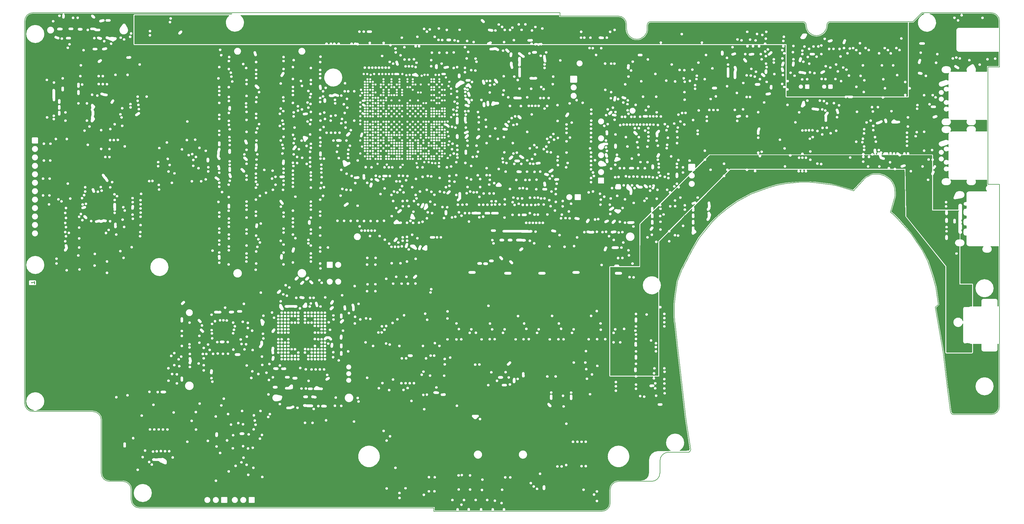
<source format=gbr>
*
G04 Job   : D:\PD-Master\Mas\Mas100n1 ACB_0001_0\Mas100n1 PPC_PORTABILE R_0.pcb*
G04 User  : SHINA:Administrator*
G04 Layer : 5-Internal4.gbr*
G04 Date  : Thu Feb 04 15:45:06 2021*
G04 RSM MASTER DESIGN srl*
%ICAS*%
%MOMM*%
%FSLAX24Y24*%
%OFA0.0000B0.0000*%
G90*
G74*
%AMVB_RECTANGLE*
21,1,$1,$2,0,0,$3*
%
%ADD10C,0.15000*%
%ADD13C,0.35000*%
%ADD15C,0.40000*%
%ADD12C,0.50000*%
%ADD11C,0.50800*%
%ADD16C,0.53340*%
%ADD14C,0.58420*%
%ADD70C,0.63500*%
%ADD21C,0.76200*%
%ADD19C,0.81280*%
%ADD17C,1.27000*%
%ADD18C,1.52400*%
%ADD20O,2.54000X1.77800*%
%ADD71VB_RECTANGLE,1.52400X1.52400X180.00000*%
G01*
G36*
X2500Y1475000D02*
G02X4695Y1484693I22500D01*
G01Y741000*
G03X13422Y720989I27305*
G01X13423Y681751*
G03X14923Y680251I1500*
G01X32447*
G03X33947Y681751J1500*
G01Y693249*
G03X32447Y694749I1500*
G01X14923*
G03X13423Y693249J1500*
G01Y720989*
G03X32000Y713695I18577J20011*
X59305Y741000J27305*
X32000Y768305I27305*
X4695Y741000J27305*
G01Y1436000*
G03X21880Y1410640I27305*
G01Y836100*
G03X31000Y826980I9120*
X40120Y836100J9120*
X31000Y845220I9120*
X21880Y836100J9120*
G01Y861500*
G03X31000Y852380I9120*
X40120Y861500J9120*
X31000Y870620I9120*
X21880Y861500J9120*
G01Y886900*
G03X31000Y877780I9120*
X40120Y886900J9120*
X31000Y896020I9120*
X21880Y886900J9120*
G01Y912300*
G03X31000Y903180I9120*
X40120Y912300J9120*
X31000Y921420I9120*
X21880Y912300J9120*
G01Y937700*
G03X31000Y928580I9120*
X40120Y937700J9120*
X31000Y946820I9120*
X21880Y937700J9120*
G01Y963100*
G03X31000Y953980I9120*
X40120Y963100J9120*
X31000Y972220I9120*
X21880Y963100J9120*
G01Y988500*
G03X31000Y979380I9120*
X40120Y988500J9120*
X31000Y997620I9120*
X21880Y988500J9120*
G01Y1013900*
G03X31000Y1004780I9120*
X40120Y1013900J9120*
X31000Y1023020I9120*
X21880Y1013900J9120*
G01Y1039300*
G03X31000Y1030180I9120*
X40120Y1039300J9120*
X31000Y1048420I9120*
X21880Y1039300J9120*
G01Y1064700*
G03X31000Y1055580I9120*
X40120Y1064700J9120*
X31000Y1073820I9120*
X21880Y1064700J9120*
G01Y1090100*
G03X31000Y1080980I9120*
X40120Y1090100J9120*
X31000Y1099220I9120*
X21880Y1090100J9120*
G01Y1107880*
G03X23380Y1106380I1500*
G01X38620*
G03X40120Y1107880J1500*
G01Y1123120*
G03X38620Y1124620I1500*
G01X23380*
G03X21880Y1123120J1500*
G01Y1410640*
G03X32000Y1408695I10120J25360*
X51360Y1416745J27305*
G01Y950200*
G03X55400Y946160I4040*
X59440Y950200J4040*
X55400Y954240I4040*
X51360Y950200J4040*
G01Y1000800*
G03X55400Y996760I4040*
X59440Y1000800J4040*
X55400Y1004840I4040*
X51360Y1000800J4040*
G01Y1416745*
G03X53860Y1419638I19360J19255*
G01Y1055200*
G03X57900Y1051160I4040*
X61940Y1055200J4040*
X57900Y1059240I4040*
X53860Y1055200J4040*
G01Y1105800*
G03X57900Y1101760I4040*
X61940Y1105800J4040*
X57900Y1109840I4040*
X53860Y1105800J4040*
G01Y1419638*
G03X59305Y1436000I21860J16362*
X32000Y1463305I27305*
X4695Y1436000J27305*
G01Y1484693*
G02X25000Y1497500I20305J9693*
G01X62660*
Y1297700*
G03X63360Y1295427I4040*
G01Y1185100*
G03X67400Y1181060I4040*
X69260Y1181514J4040*
G01Y923300*
G03X73300Y919260I4040*
X77340Y923300J4040*
X73300Y927340I4040*
X69260Y923300J4040*
G01Y1181514*
G03X70460Y1182462I1860J3586*
G01Y950200*
G03X74500Y946160I4040*
X78540Y950200J4040*
X74500Y954240I4040*
X70460Y950200J4040*
G01Y1182462*
G03X71060Y1183389I3060J2638*
G01Y1000800*
G03X75100Y996760I4040*
X79140Y1000800J4040*
X75100Y1004840I4040*
X71060Y1000800J4040*
G01Y1183389*
G03X71440Y1185100I3660J1711*
X67400Y1189140I4040*
X63360Y1185100J4040*
G01Y1295427*
G03X66700Y1293660I3340J2273*
X70740Y1297700J4040*
X66700Y1301740I4040*
X62660Y1297700J4040*
G01Y1497500*
X67500*
Y1447500*
G03X72960Y1438289I10500*
G01Y1055200*
G03X77000Y1051160I4040*
X81040Y1055200J4040*
X77000Y1059240I4040*
X72960Y1055200J4040*
G01Y1438289*
G03X73560Y1437985I5040J9211*
G01Y1105800*
G03X77600Y1101760I4040*
X81640Y1105800J4040*
X77600Y1109840I4040*
X73560Y1105800J4040*
G01Y1437985*
G03X78000Y1437000I4440J9515*
X83460Y1438531J10500*
G01Y1267000*
G03X83461Y1266919I4040*
G02Y1266903I759J16*
G01X83560Y1259993*
Y1259982*
Y1259972*
X83461Y1252090*
Y1252089*
G02Y1252075I750*
G03X83460Y1252000I4039J75*
X83461Y1251919I4040*
G02Y1251903I759J16*
G01X83560Y1244981*
G02Y1244975I750J22*
G01Y1179900*
G03X87600Y1175860I4040*
X89760Y1176486J4040*
G01Y1120000*
G03X91760Y1116513I4040*
G01Y745400*
G03X95800Y741360I4040*
X99840Y745400J4040*
X95800Y749440I4040*
X91760Y745400J4040*
G01Y760000*
G03X95800Y755960I4040*
X99840Y760000J4040*
X95800Y764040I4040*
X91760Y760000J4040*
G01Y1116513*
G03X93800Y1115960I2040J3487*
X97360Y1118090J4040*
G01Y938600*
G03X101400Y934560I4040*
X105440Y938600J4040*
X101400Y942640I4040*
X97360Y938600J4040*
G01Y1118090*
G03X97840Y1120000I3560J1910*
X93800Y1124040I4040*
X89760Y1120000J4040*
G01Y1176486*
G03X91640Y1179900I2160J3414*
X87600Y1183940I4040*
X83560Y1179900J4040*
G01Y1189900*
G03X87600Y1185860I4040*
X91640Y1189900J4040*
X87600Y1193940I4040*
X83560Y1189900J4040*
G01Y1244975*
G02Y1244966I750J16*
G03X83570Y1244715I4040J34*
G02X83571Y1244700I748J53*
G01X84066Y1237078*
G02X84067Y1237063I748J59*
G03X88100Y1233260I4033J237*
X92140Y1237300J4040*
X92130Y1237585I4040*
G02X92129Y1237600I748J53*
G01X91639Y1245141*
G02X91638Y1245179I749J48*
G01X91540Y1252007*
Y1252018*
Y1252028*
X91639Y1259910*
Y1259912*
G02Y1259925I750J1*
G03X91640Y1260000I4039J75*
X91639Y1260081I4040*
G02Y1260097I759J16*
G01X91540Y1267019*
G02Y1267034I750J22*
G03X87500Y1271041I4040J33*
X83460Y1267001J4040*
G01Y1267000*
Y1438531*
G03X84060Y1438925I5460J8969*
G01Y1290000*
G03X88100Y1285960I4040*
X92140Y1290000J4040*
X88100Y1294040I4040*
X84060Y1290000J4040*
G01Y1438925*
G03X88500Y1447500I6060J8575*
X78000Y1458000I10500*
X67500Y1447500J10500*
G01Y1497500*
X81760*
Y1474200*
G03X85800Y1470160I4040*
X89260Y1472114J4040*
G01Y1426400*
G03X91813Y1422644I4040*
G02X91826Y1422638I276J698*
G01X99457Y1419566*
G02X99470Y1419561I271J699*
G03X99960Y1419396I1530J3739*
G01Y1236300*
Y1236272*
G02Y1236261I750*
G01Y1229339*
G02Y1229328I750J11*
G01Y1229300*
Y1218800*
Y1218772*
G02Y1218761I750*
G01Y1211839*
G02Y1211828I750J11*
G01Y1211800*
Y1201300*
Y1201272*
G02Y1201261I750*
G01Y1194339*
G02Y1194328I750J11*
G01Y1194300*
G03X104000Y1190260I4040*
X106760Y1191350J4040*
G01Y932400*
G03X110800Y928360I4040*
X114840Y932400J4040*
X110800Y936440I4040*
X106760Y932400J4040*
G01Y1191350*
G03X108040Y1194300I2760J2950*
G01Y1194328*
G02Y1194339I750*
G01Y1201261*
G02Y1201272I750J11*
G01Y1201300*
G03X104000Y1205340I4040*
X99960Y1201300J4040*
G01Y1211800*
G03X104000Y1207760I4040*
X108040Y1211800J4040*
G01Y1211828*
G02Y1211839I750*
G01Y1218761*
G02Y1218772I750J11*
G01Y1218800*
G03X104000Y1222840I4040*
X99960Y1218800J4040*
G01Y1229300*
G03X104000Y1225260I4040*
X108040Y1229300J4040*
G01Y1229328*
G02Y1229339I750*
G01Y1236261*
G02Y1236272I750J11*
G01Y1236300*
G03X104000Y1240340I4040*
X99960Y1236300J4040*
G01Y1419396*
G03X101000Y1419260I1040J3904*
X105040Y1423300J4040*
X102487Y1427056I4040*
G02X102474Y1427062I276J698*
G01X94843Y1430134*
G02X94830Y1430139I271J699*
G03X93300Y1430440I1530J3739*
X89260Y1426400J4040*
G01Y1472114*
G03X89840Y1474200I3460J2086*
X85800Y1478240I4040*
X81760Y1474200J4040*
G01Y1497500*
X97360*
Y1450800*
G03X101379Y1446760I4040*
G02X101394I4J750*
G01X107760Y1446690*
Y1422200*
G03X110160Y1418508I4040*
G01Y1267100*
G03X114200Y1263060I4040*
X118001Y1265731J4040*
G01Y784900*
G03X122041Y780860I4040*
X122260Y780866J4040*
G01Y725000*
G03X126300Y720960I4040*
X130340Y725000J4040*
X126300Y729040I4040*
X122260Y725000J4040*
G01Y780866*
G03X125598Y782985I219J4034*
G02X125606Y782998I661J356*
G01X129827Y790730*
G02X129835Y790743I664J350*
G03X130340Y792700I3535J1957*
X130172Y793853I4040*
G02X130168Y793867I719J214*
G01X128089Y800993*
G02X128085Y801008I717J221*
G03X124200Y803940I3885J1108*
X120160Y799900J4040*
X120328Y798747I4040*
G02X120332Y798733I719J214*
G01X121867Y793469*
G02X121897Y793259I720J210*
X121806Y792899I750*
G01X118514Y786870*
G02X118506Y786857I664J350*
G03X118001Y784900I3535J1957*
G01Y812400*
G03X122041Y808360I4040*
X126081Y812400J4040*
X122041Y816440I4040*
X118001Y812400J4040*
G01Y839900*
G03X120160Y836325I4040*
G01Y827400*
G03X124200Y823360I4040*
X128240Y827400J4040*
X124200Y831440I4040*
X120160Y827400J4040*
G01Y836325*
G03X122041Y835860I1881J3575*
X126081Y839900J4040*
X122041Y843940I4040*
X118001Y839900J4040*
G01Y867400*
G03X120160Y863825I4040*
G01Y854900*
G03X124200Y850860I4040*
X128240Y854900J4040*
X124200Y858940I4040*
X120160Y854900J4040*
G01Y863825*
G03X122041Y863360I1881J3575*
X126081Y867400J4040*
X122041Y871440I4040*
X118001Y867400J4040*
G01Y897400*
G03X120160Y893825I4040*
G01Y882400*
G03X124200Y878360I4040*
X128240Y882400J4040*
X124200Y886440I4040*
X120160Y882400J4040*
G01Y893825*
G03X122041Y893360I1881J3575*
X126081Y897400J4040*
X122041Y901440I4040*
X118001Y897400J4040*
G01Y1265731*
G03X118239Y1267006I3801J1369*
G02Y1267021I750J17*
G01X118437Y1273844*
G02X118438Y1273859I757J11*
G03X118440Y1274000I4038J141*
X114400Y1278040I4040*
X110361Y1274094J4040*
G02Y1274079I750J17*
G01X110163Y1267256*
G02X110162Y1267241I757J11*
G03X110160Y1267100I4038J141*
G01Y1418508*
G03X110360Y1418425I1640J3692*
G01Y1302500*
G03X114400Y1298460I4040*
X118440Y1302500J4040*
X114400Y1306540I4040*
X110360Y1302500J4040*
G01Y1418425*
G03X111800Y1418160I1440J3775*
X115840Y1422200J4040*
X111800Y1426240I4040*
X107760Y1422200J4040*
G01Y1446690*
X110417Y1446661*
G02X110419I2J750*
X110432J750*
G03X110500Y1446660I68J4039*
X114540Y1450700J4040*
X110521Y1454740I4040*
G02X110506I4J750*
G01X101483Y1454839*
G02X101481I2J750*
X101468J750*
G03X101400Y1454840I68J4039*
X97360Y1450800J4040*
G01Y1497500*
X100560*
Y1490700*
G03X104600Y1486660I4040*
X108640Y1490700J4040*
X104600Y1494740I4040*
X100560Y1490700J4040*
G01Y1497500*
X114142*
G02X114892Y1496750J750*
X114543Y1496116I750*
G03X112660Y1492700I2157J3416*
G01Y1492672*
G02Y1492661I750*
G01Y1486139*
G02Y1486128I750J11*
G01Y1486100*
G03X116700Y1482060I4040*
X118660Y1482567J4040*
G01Y1175100*
G03X120160Y1171958I4040*
G01Y912400*
G03X124200Y908360I4040*
X128240Y912400J4040*
X124200Y916440I4040*
X120160Y912400J4040*
G01Y1171958*
G03X122700Y1171060I2540J3142*
X122760J4040*
G01Y1120000*
G03X125660Y1116124I4040*
G01Y985800*
G03X128919Y981836I4040*
G01Y837600*
G03X132959Y833560I4040*
X136999Y837600J4040*
X132959Y841640I4040*
X128919Y837600J4040*
G01Y981836*
G03X129700Y981760I781J3964*
X132960Y983414J4040*
G01Y940700*
G03X137000Y936660I4040*
X141040Y940700J4040*
X137000Y944740I4040*
X132960Y940700J4040*
G01Y983414*
G03X133740Y985800I3260J2386*
X129700Y989840I4040*
X125660Y985800J4040*
G01Y1116124*
G03X126800Y1115960I1140J3876*
X130840Y1120000J4040*
X126800Y1124040I4040*
X122760Y1120000J4040*
G01Y1171060*
G03X126740Y1175100I60J4040*
X122700Y1179140I4040*
X118660Y1175100J4040*
G01Y1200100*
G03X122700Y1196060I4040*
X126740Y1200100J4040*
X122700Y1204140I4040*
X118660Y1200100J4040*
G01Y1482567*
G03X120740Y1486100I1960J3533*
G01Y1486128*
G02Y1486139I750*
G01Y1492661*
G02Y1492672I750J11*
G01Y1492700*
G03X118857Y1496116I4040*
G02X118508Y1496750I401J634*
X119258Y1497500I750*
G01X123960*
Y1423300*
G03X125660Y1420007I4040*
G01Y1394300*
G03X129700Y1390260I4040*
X133740Y1394300J4040*
X129700Y1398340I4040*
X125660Y1394300J4040*
G01Y1420007*
G03X128000Y1419260I2340J3293*
X128023J4040*
G02X128028I5J750*
X128039J750*
G01X130960*
Y1405000*
G03X135000Y1400960I4040*
X139040Y1405000J4040*
X135000Y1409040I4040*
X130960Y1405000J4040*
G01Y1419260*
X135261*
G02X135272I11J750*
X135277J750*
G03X135300I23J4040*
X139340Y1423300J4040*
X135300Y1427340I4040*
X135277J4040*
G02X135272I5J750*
X135261J750*
G01X128039*
G02X128028I11J750*
X128023J750*
G03X128000I23J4040*
X123960Y1423300J4040*
G01Y1497500*
X131460*
Y1451400*
G03X135500Y1447360I4040*
X135581Y1447361J4040*
G02X135596I15J750*
G01X135597*
X142618Y1447460*
G02X142633I21J750*
G03X146640Y1451500I33J4040*
X142600Y1455540I4040*
X142519Y1455539J4040*
G02X142504I15J750*
G01X142503*
X135482Y1455440*
G02X135467I21J750*
G03X131460Y1451400I33J4040*
G01Y1497500*
X141460*
Y1484600*
G03X145500Y1480560I4040*
X149540Y1484600J4040*
X145500Y1488640I4040*
X141460Y1484600J4040*
G01Y1497500*
X155360*
Y1484800*
G03X157260Y1481373I4040*
G01Y769600*
G03X160760Y765596I4040*
G01Y727500*
G03X164800Y723460I4040*
X168840Y727500J4040*
X164800Y731540I4040*
X160760Y727500J4040*
G01Y765596*
G03X161300Y765560I540J4004*
X165340Y769600J4040*
X161300Y773640I4040*
X157260Y769600J4040*
G01Y1481373*
G03X157660Y1481154I2140J3427*
G01Y1285800*
Y1285772*
G02Y1285761I750*
G01Y1277639*
G02Y1277628I750J11*
G01Y1277600*
Y1263700*
Y1263672*
G02Y1263661I750*
G01Y1256039*
G02Y1256028I750J11*
G01Y1256000*
Y1227300*
G03X159860Y1223703I4040*
G01Y793500*
G03X163900Y789460I4040*
X167940Y793500J4040*
X163900Y797540I4040*
X159860Y793500J4040*
G01Y821000*
G03X163900Y816960I4040*
X167940Y821000J4040*
X163900Y825040I4040*
X159860Y821000J4040*
G01Y853500*
G03X163900Y849460I4040*
X167940Y853500J4040*
X163900Y857540I4040*
X159860Y853500J4040*
G01Y886000*
G03X163900Y881960I4040*
X167940Y886000J4040*
X163900Y890040I4040*
X159860Y886000J4040*
G01Y1223703*
G03X161700Y1223260I1840J3597*
X164960Y1224914J4040*
G01Y894400*
G03X169000Y890360I4040*
X169360Y890376J4040*
G01Y875900*
G03X173400Y871860I4040*
X177440Y875900J4040*
X173400Y879940I4040*
X169360Y875900J4040*
G01Y890376*
G03X173040Y894400I360J4024*
X169000Y898440I4040*
X164960Y894400J4040*
G01Y1224914*
G03X165740Y1227300I3260J2386*
X161700Y1231340I4040*
X157660Y1227300J4040*
G01Y1256000*
G03X161700Y1251960I4040*
X165740Y1256000J4040*
G01Y1256028*
G02Y1256039I750*
G01Y1263661*
G02Y1263672I750J11*
G01Y1263700*
G03X161700Y1267740I4040*
X157660Y1263700J4040*
G01Y1277600*
G03X161700Y1273560I4040*
X165740Y1277600J4040*
G01Y1277628*
G02Y1277639I750*
G01Y1285761*
G02Y1285772I750J11*
G01Y1285800*
G03X161700Y1289840I4040*
X157660Y1285800J4040*
G01Y1481154*
G03X159360Y1480760I1740J3646*
G01Y1450400*
G03X163260Y1446362I4040*
G01Y1309200*
G03X167300Y1305160I4040*
X168460Y1305330J4040*
G01Y942100*
G03X170160Y938807I4040*
G01Y912600*
G03X174200Y908560I4040*
X175534Y908786J4040*
G02X175548Y908791I247J707*
G01X175960Y908933*
Y887300*
G03X177252Y884339I4040*
G02X177263Y884328I510J550*
G01X182108Y879780*
G02X182119Y879770I506J554*
G03X184900Y878660I2781J2930*
X188940Y882700J4040*
X187648Y885661I4040*
G02X187637Y885672I510J550*
G01X182792Y890220*
G02X182781Y890230I506J554*
G03X180000Y891340I2781J2930*
X175960Y887300J4040*
G01Y908933*
X182175Y911066*
G02X182190Y911071I254J705*
G03X184940Y914900I1290J3829*
X180900Y918940I4040*
X179566Y918714J4040*
G02X179552Y918709I247J707*
G01X172925Y916434*
G02X172910Y916429I254J705*
G03X170160Y912600I1290J3829*
G01Y923000*
G03X174200Y918960I4040*
X178240Y923000J4040*
X174200Y927040I4040*
X170160Y923000J4040*
G01Y938807*
G03X172500Y938060I2340J3293*
X176540Y942100J4040*
X172500Y946140I4040*
X168460Y942100J4040*
G01Y1305330*
G03X168760Y1305433I1160J3870*
G01Y1283900*
G03X172800Y1279860I4040*
X174660Y1280314J4040*
G01Y951200*
G03X178700Y947160I4040*
X180160Y947433J4040*
G01Y925000*
G03X184200Y920960I4040*
X188240Y925000J4040*
X184200Y929040I4040*
X180160Y925000J4040*
G01Y947433*
G03X182740Y951200I1460J3767*
X178700Y955240I4040*
X174660Y951200J4040*
G01Y1280314*
G03X175960Y1281383I1860J3586*
G01Y1145100*
G03X177960Y1141613I4040*
G01Y962000*
G03X182000Y957960I4040*
X186040Y962000J4040*
X182000Y966040I4040*
X177960Y962000J4040*
G01Y975000*
G03X182000Y970960I4040*
X186040Y975000J4040*
X182000Y979040I4040*
X177960Y975000J4040*
G01Y1141613*
G03X180000Y1141060I2040J3487*
X184040Y1145100J4040*
X180000Y1149140I4040*
X175960Y1145100J4040*
G01Y1281383*
G03X176840Y1283900I3160J2517*
X172800Y1287940I4040*
X168760Y1283900J4040*
G01Y1305433*
G03X171340Y1309200I1460J3767*
X167300Y1313240I4040*
X163260Y1309200J4040*
G01Y1446362*
G03X163306Y1446361I140J4038*
G02X163321I17J750*
G01X164960Y1446313*
Y1341600*
G03X169000Y1337560I4040*
X173040Y1341600J4040*
X169000Y1345640I4040*
X164960Y1341600J4040*
G01Y1446313*
X170144Y1446163*
G02X170159Y1446162I11J750*
G03X170300Y1446160I141J4038*
X173060Y1447250J4040*
G01Y1387200*
G03X177100Y1383160I4040*
X181140Y1387200J4040*
X177100Y1391240I4040*
X173060Y1387200J4040*
G01Y1447250*
G03X174340Y1450200I2760J2950*
X170394Y1454239I4040*
G02X170379I17J750*
G01X163556Y1454437*
G02X163541Y1454438I11J750*
G03X163400Y1454440I141J4038*
X159360Y1450400J4040*
G01Y1480760*
G03X159400I40J4040*
X163440Y1484800J4040*
X159400Y1488840I4040*
X155360Y1484800J4040*
G01Y1497500*
X183160*
Y1175200*
G03X185860Y1171389I4040*
G01Y1102500*
G03X189900Y1098460I4040*
X193940Y1102500J4040*
X189900Y1106540I4040*
X185860Y1102500J4040*
G01Y1171389*
G03X187200Y1171160I1340J3811*
X190860Y1173489J4040*
G01Y1157500*
G03X194900Y1153460I4040*
X195960Y1153602J4040*
G01Y873100*
G03X200000Y869060I4040*
X204040Y873100J4040*
X200000Y877140I4040*
X195960Y873100J4040*
G01Y1153602*
G03X198940Y1157500I1060J3898*
X194900Y1161540I4040*
X190860Y1157500J4040*
G01Y1173489*
G03X191240Y1175200I3660J1711*
X187200Y1179240I4040*
X183160Y1175200J4040*
G01Y1227200*
G03X187200Y1223160I4040*
X191240Y1227200J4040*
X187200Y1231240I4040*
X183160Y1227200J4040*
G01Y1497500*
X185760*
Y1448200*
G03X189800Y1444160I4040*
X193840Y1448200J4040*
X189800Y1452240I4040*
X185760Y1448200J4040*
G01Y1497500*
X196860*
Y1451400*
G03X198460Y1448180I4040*
G01Y1173800*
G03X201160Y1169989I4040*
G01Y968300*
G03X201490Y966701I4040*
G02X201495Y966688I689J296*
G01X204267Y960156*
G02X204272Y960143I687J302*
G03X206260Y958054I3728J1557*
G01Y739200*
G03X210300Y735160I4040*
X214340Y739200J4040*
X210300Y743240I4040*
X206260Y739200J4040*
G01Y958054*
G03X206960Y957796I1740J3646*
G01Y774400*
G03X211000Y770360I4040*
X215040Y774400J4040*
X211000Y778440I4040*
X206960Y774400J4040*
G01Y957796*
G03X208000Y957660I1040J3904*
X211160Y959183J4040*
G01Y871700*
G03X215200Y867660I4040*
X216114Y867765J4040*
G02X216128Y867768I169J731*
G01X223292Y869388*
G02X223457Y869407I165J731*
X223664Y869377J750*
G01X229046Y867828*
G02X229061Y867824I197J724*
G03X230200Y867660I1139J3876*
X231814Y867996J4040*
G02X231828Y868002I299J687*
G01X236946Y870196*
G02X237242Y870256I296J690*
X237319Y870252J750*
G01X240360Y869935*
Y837200*
G03X243460Y833271I4040*
G01Y717400*
G03X247500Y713360I4040*
X251540Y717400J4040*
X247500Y721440I4040*
X243460Y717400J4040*
G01Y751600*
G03X247500Y747560I4040*
X251540Y751600J4040*
X247500Y755640I4040*
X243460Y751600J4040*
G01Y833271*
G03X244400Y833160I940J3929*
X248440Y837200J4040*
X244400Y841240I4040*
X240360Y837200J4040*
G01Y869935*
X242742Y869686*
G02X242757Y869684I67J747*
G03X243200Y869660I443J4016*
X247240Y873700J4040*
X243596Y877721I4040*
G02X243581Y877722I74J746*
G01X236958Y878414*
G02X236943Y878416I67J747*
G03X236500Y878440I443J4016*
X234886Y878104J4040*
G02X234872Y878098I299J687*
G01X230179Y876086*
G02X229883Y876026I296J690*
X229676Y876055J750*
G01X224754Y877472*
G02X224739Y877476I197J724*
G03X223600Y877640I1139J3876*
X222686Y877535J4040*
G02X222671Y877532I169J731*
G01X214347Y875649*
G02X214332Y875646I177J729*
G03X211160Y871700I868J3946*
G01Y959183*
G03X212040Y961700I3160J2517*
X211710Y963299I4040*
G02X211705Y963312I689J296*
G01X208933Y969844*
G02X208928Y969857I687J302*
G03X205200Y972340I3728J1557*
X201160Y968300J4040*
G01Y1169989*
G03X202500Y1169760I1340J3811*
X205659Y1171282J4040*
G02X205669Y1171294I587J467*
G01X210621Y1177434*
G02X210630Y1177446I590J462*
G03X211540Y1180000I3130J2554*
X211158Y1181714I4040*
G02X211152Y1181728I680J318*
G01X208238Y1188041*
G02X208169Y1188355I681J314*
X208186Y1188513I750*
G01X209241Y1193412*
G02X209245Y1193427I736J147*
G03X209340Y1194300I3945J873*
G01Y1194328*
G02Y1194339I750*
G01Y1202461*
G02Y1202472I750J11*
G01Y1202500*
G03X209062Y1203972I4040*
G02X209057Y1203986I699J273*
G01X207434Y1208206*
G02X207384Y1208475I700J269*
X207507Y1208887I750*
G01X211356Y1214750*
G02X211364Y1214763I633J402*
G03X212040Y1217000I3364J2237*
X211040Y1219661I4040*
G02X211030Y1219673I564J494*
G01X206580Y1224815*
G02X206570Y1224826I560J499*
G03X203500Y1226240I3070J2626*
X199460Y1222200J4040*
X199479Y1221810I4040*
G02X199480Y1221795I747J73*
G01X200319Y1212616*
G02X200323Y1212540I746J76*
X200078Y1211985I750*
G03X198760Y1209000I2722J2985*
X199026Y1207558I4040*
X199038Y1207528I3774J1443*
G02X199043Y1207514I699J273*
G01X201210Y1201880*
G02X201260Y1201611I700J269*
G01Y1194339*
G02Y1194328I750J11*
G01Y1194300*
G02X201237Y1194117I750*
G01X199977Y1188764*
G02X199973Y1188749I733J161*
G03X199878Y1188179I3927J949*
G02X199876Y1188163I747J70*
G01X198484Y1174240*
G02X198482Y1174225I747J63*
G03X198460Y1173800I4018J425*
G01Y1448180*
G03X198760Y1447973I2440J3220*
G01Y1253200*
G03X202800Y1249160I4040*
X206840Y1253200J4040*
X202800Y1257240I4040*
X198760Y1253200J4040*
G01Y1447973*
G03X200900Y1447360I2140J3427*
X200979Y1447361J4040*
G02X200994I15J750*
G01X200995*
X203960Y1447402*
Y1390600*
G03X207964Y1386560I4040*
G02X207979I6J750*
G01X214360Y1386467*
Y1250600*
G03X215960Y1247380I4040*
G01Y961500*
G03X220000Y957460I4040*
X224040Y961500J4040*
X220000Y965540I4040*
X215960Y961500J4040*
G01Y1247380*
G03X218400Y1246560I2440J3220*
X222440Y1250600J4040*
X218400Y1254640I4040*
X214360Y1250600J4040*
G01Y1386467*
X214804Y1386461*
G02X214818I1J750*
G03X214900Y1386460I82J4039*
X218460Y1388590J4040*
G01Y1285300*
G03X222500Y1281260I4040*
X224860Y1282021J4040*
G01Y975300*
G03X227360Y971565I4040*
G01Y964600*
G03X231400Y960560I4040*
X235440Y964600J4040*
X231400Y968640I4040*
X227360Y964600J4040*
G01Y971565*
G03X228900Y971260I1540J3735*
X232940Y975300J4040*
X228900Y979340I4040*
X224860Y975300J4040*
G01Y1282021*
G03X225960Y1283214I2360J3279*
G01Y1090200*
G03X230000Y1086160I4040*
X231760Y1086564J4040*
G01Y1011600*
G03X232433Y1009367I4040*
G02X232441Y1009355I625J414*
G01X236200Y1003618*
G02X236208Y1003605I621J420*
G03X236760Y1002927I3392J2195*
G02X236771Y1002916I527J534*
G01X241067Y998620*
G02X241192Y998453I531J530*
G01X244447Y992577*
G02X244454Y992564I651J373*
G03X248000Y990460I3546J1936*
X248460Y990486J4040*
G01Y846500*
G03X252500Y842460I4040*
X256540Y846500J4040*
X252500Y850540I4040*
X248460Y846500J4040*
G01Y990486*
G03X252040Y994500I460J4014*
X251523Y996478I4040*
G02X251515Y996491I654J367*
G01X247953Y1002923*
G02X247946Y1002936I651J373*
G03X247240Y1003873I3546J1936*
G02X247229Y1003884I527J534*
G01X242806Y1008308*
G02X242709Y1008427I530J530*
G01X239200Y1013782*
G02X239192Y1013795I622J420*
G03X235800Y1015640I3392J2195*
X231760Y1011600J4040*
G01Y1086564*
G03X234040Y1090200I1760J3636*
X230000Y1094240I4040*
X225960Y1090200J4040*
G01Y1146600*
G03X230000Y1142560I4040*
X234040Y1146600J4040*
X230000Y1150640I4040*
X225960Y1146600J4040*
G01Y1283214*
G03X226540Y1285300I3460J2086*
X222500Y1289340I4040*
X218460Y1285300J4040*
G01Y1309200*
G03X222500Y1305160I4040*
X226540Y1309200J4040*
X222500Y1313240I4040*
X218460Y1309200J4040*
G01Y1388590*
G03X218940Y1390500I3560J1910*
X214936Y1394540I4040*
G02X214921I6J750*
G01X208096Y1394639*
G02X208082I1J750*
G03X208000Y1394640I82J4039*
X203960Y1390600J4040*
G01Y1447402*
X205460Y1447423*
Y1423400*
G03X209500Y1419360I4040*
X213540Y1423400J4040*
X209500Y1427440I4040*
X205460Y1423400J4040*
G01Y1447423*
X207138Y1447446*
G02X207149I11J750*
X207444Y1447386J750*
G01X214172Y1444502*
G02X214186Y1444496I285J693*
G03X215800Y1444160I1614J3704*
X215823J4040*
G02X215828I5J750*
X215839J750*
G01X217160*
Y1424200*
G03X219260Y1420656I4040*
G01Y1352500*
G03X223300Y1348460I4040*
X225685Y1349239J4040*
G02X225697Y1349248I442J606*
G01X227360Y1350449*
Y1255800*
G03X230145Y1251960I4040*
G02X230160Y1251955I233J713*
G01X237885Y1249380*
G02X237900Y1249375I226J715*
G03X238460Y1249228I1300J3825*
G01Y1065800*
G03X242500Y1061760I4040*
X246540Y1065800J4040*
X242500Y1069840I4040*
X238460Y1065800J4040*
G01Y1249228*
G03X238804Y1249179I740J3972*
G02X238819Y1249178I74J746*
G01X245442Y1248486*
G02X245457Y1248484I67J747*
G03X245900Y1248460I443J4016*
X249940Y1252500J4040*
X246296Y1256521I4040*
G02X246281Y1256522I74J746*
G01X240140Y1257164*
G02X239981Y1257198I78J746*
G01X232715Y1259620*
G02X232700Y1259625I226J715*
G03X231400Y1259840I1300J3825*
X227360Y1255800J4040*
G01Y1350449*
X230960Y1353049*
Y1285000*
G03X235000Y1280960I4040*
X239040Y1285000J4040*
X235000Y1289040I4040*
X230960Y1285000J4040*
G01Y1309200*
G03X235000Y1305160I4040*
X239040Y1309200J4040*
X235000Y1313240I4040*
X230960Y1309200J4040*
G01Y1353049*
X231034Y1353102*
G02X231046Y1353111I448J601*
G03X232740Y1356400I2346J3289*
X228700Y1360440I4040*
X226315Y1359661J4040*
G02X226303Y1359652I442J606*
G01X220966Y1355798*
G02X220954Y1355789I448J601*
G03X219260Y1352500I2346J3289*
G01Y1420656*
G03X220194Y1420287I1940J3544*
G02X220209Y1420283I186J726*
G01X227735Y1418303*
G02X227749Y1418299I181J728*
G03X228800Y1418160I1051J3901*
X232360Y1420290J4040*
G01Y1390400*
G03X236400Y1386360I4040*
X237215Y1386443J4040*
G02X237229Y1386446I151J735*
G01X243460Y1387692*
Y1284900*
G03X247500Y1280860I4040*
X250860Y1282657J4040*
G01Y1065800*
G03X252860Y1062313I4040*
G01Y872700*
G03X256900Y868660I4040*
X260940Y872700J4040*
X256900Y876740I4040*
X252860Y872700J4040*
G01Y1062313*
G03X253260Y1062108I2040J3487*
G01Y974700*
G03X257300Y970660I4040*
X261340Y974700J4040*
X257300Y978740I4040*
X253260Y974700J4040*
G01Y1062108*
G03X254900Y1061760I1640J3692*
X258940Y1065800J4040*
X254900Y1069840I4040*
X250860Y1065800J4040*
G01Y1089900*
G03X254900Y1085860I4040*
X258940Y1089900J4040*
X254900Y1093940I4040*
X250860Y1089900J4040*
G01Y1282657*
G03X251540Y1284900I3360J2243*
X247500Y1288940I4040*
X243460Y1284900J4040*
G01Y1387692*
X245156Y1388031*
G02X245170Y1388034I157J733*
G03X248440Y1392000I770J3966*
X244400Y1396040I4040*
X243585Y1395957J4040*
G02X243571Y1395954I151J735*
G01X235644Y1394369*
G02X235630Y1394366I157J733*
G03X232360Y1390400I770J3966*
G01Y1420290*
G03X232840Y1422200I3560J1910*
X229806Y1426113I4040*
G02X229791Y1426117I186J726*
G01X222266Y1428097*
G02X222251Y1428101I180J728*
G03X221200Y1428240I1051J3901*
X217160Y1424200J4040*
G01Y1444160*
X223561*
G02X223572I11J750*
X223577J750*
G03X223600I23J4040*
X227640Y1448200J4040*
X223600Y1452240I4040*
X223577J4040*
G02X223572I5J750*
X223561J750*
G01X216783*
G02X216488Y1452301J750*
G01X209728Y1455198*
G02X209714Y1455204I285J693*
G03X208100Y1455540I1614J3704*
X208021Y1455539J4040*
G02X208006I15J750*
G01X208005*
X200882Y1455440*
G02X200867I22J750*
G03X196860Y1451400I33J4040*
G01Y1497500*
X199460*
Y1490600*
G03X200785Y1487609I4040*
G02X200796Y1487599I505J556*
G01X205640Y1483150*
G02X205651Y1483140I499J560*
G03X208400Y1482060I2749J2960*
X212440Y1486100J4040*
X211115Y1489091I4040*
G02X211104Y1489101I505J556*
G01X206260Y1493550*
G02X206249Y1493560I499J560*
G03X203500Y1494640I2749J2960*
X199460Y1490600J4040*
G01Y1497500*
X223860*
Y1474600*
G03X227900Y1470560I4040*
X228913Y1470689J4040*
G02X228929Y1470693I188J726*
G01X235160Y1472269*
Y1414200*
G03X239200Y1410160I4040*
X243240Y1414200J4040*
X239200Y1418240I4040*
X235160Y1414200J4040*
G01Y1472269*
X237553Y1472874*
G02X237568Y1472878I195J724*
G03X240640Y1476800I968J3922*
X236600Y1480840I4040*
X235587Y1480711J4040*
G02X235571Y1480707I188J726*
G01X226947Y1478526*
G02X226932Y1478522I195J724*
G03X223860Y1474600I968J3922*
G01Y1497500*
X242860*
Y1476800*
G03X242960Y1475907I4040*
G01Y1424800*
G03X245745Y1420960I4040*
G02X245760Y1420955I233J713*
G01X252960Y1418555*
Y1116600*
G03X257000Y1112560I4040*
X258960Y1113067J4040*
G01Y990300*
G03X263000Y986260I4040*
X265860Y987447J4040*
G01Y953600*
G03X266460Y951482I4040*
G01Y897700*
G03X268760Y894054I4040*
G01Y864700*
G03X268761Y864591I4040*
G02X268762Y864576I756J20*
G01X268960Y855252*
G02Y855237I749J27*
G03X271360Y851608I4040J63*
G01Y832600*
G03X271560Y831345I4040*
G01Y343200*
G03X275600Y339160I4040*
X279640Y343200J4040*
X275600Y347240I4040*
X271560Y343200J4040*
G01Y831345*
G03X275400Y828560I3840J1255*
X279440Y832600J4040*
X275400Y836640I4040*
X271360Y832600J4040*
G01Y851608*
G03X273000Y851260I1640J3692*
X277040Y855300J4040*
X277039Y855409I4040*
G02X277038Y855424I756J20*
G01X276840Y864748*
G02Y864763I749J27*
G03X272800Y868740I4040J63*
X268760Y864700J4040*
G01Y894054*
G03X270500Y893660I1740J3646*
X274540Y897700J4040*
X270500Y901740I4040*
X266460Y897700J4040*
G01Y951482*
G03X266560Y951327I3440J2118*
G01Y924300*
Y924272*
G02Y924261I750*
G01Y915039*
G02Y915028I750J11*
G01Y915000*
G03X266562Y914872I4040*
G02Y914857I750J24*
G01X266760Y907232*
G02X266761Y907217I749J30*
G03X270800Y903260I4039J83*
X274840Y907300J4040*
X274838Y907428I4040*
G02Y907443I750J24*
G01X274640Y915043*
G02Y915062I750J19*
G01Y924261*
G02Y924272I750J11*
G01Y924300*
G03X270600Y928340I4040*
X266560Y924300J4040*
G01Y936500*
G03X270600Y932460I4040*
X274640Y936500J4040*
X270600Y940540I4040*
X266560Y936500J4040*
G01Y951327*
G03X269900Y949560I3340J2273*
X273760Y952408J4040*
G01Y948000*
G03X277800Y943960I4040*
X281840Y948000J4040*
X277800Y952040I4040*
X273760Y948000J4040*
G01Y952408*
G03X273940Y953600I3860J1192*
X269900Y957640I4040*
X265860Y953600J4040*
G01Y987447*
G03X267040Y990300I2860J2853*
X263000Y994340I4040*
X258960Y990300J4040*
G01Y1113067*
G03X261040Y1116600I1960J3533*
X257000Y1120640I4040*
X252960Y1116600J4040*
G01Y1418555*
X253200Y1418475*
G02X253298Y1418434I238J712*
G01X253460Y1418353*
Y1149900*
G03X257500Y1145860I4040*
X261540Y1149900J4040*
X257500Y1153940I4040*
X253460Y1149900J4040*
G01Y1418353*
X255860Y1417153*
Y1406800*
G03X257860Y1403313I4040*
G01Y1229600*
G03X261900Y1225560I4040*
X263960Y1226125J4040*
G01Y1116700*
G03X268000Y1112660I4040*
X272040Y1116700J4040*
X268000Y1120740I4040*
X263960Y1116700J4040*
G01Y1226125*
G03X265344Y1227489I2060J3475*
G02X265352Y1227501I640J392*
G01X266560Y1229447*
Y1164500*
G03X270600Y1160460I4040*
X274640Y1164500J4040*
X270600Y1168540I4040*
X266560Y1164500J4040*
G01Y1229447*
X268912Y1233236*
G02X268920Y1233250I643J385*
G03X269540Y1235400I3420J2150*
X265500Y1239440I4040*
X262056Y1237511J4040*
G02X262048Y1237499I640J392*
G01X258488Y1231764*
G02X258480Y1231750I643J385*
G03X257860Y1229600I3420J2150*
G01Y1403313*
G03X259900Y1402760I2040J3487*
X263940Y1406800J4040*
X259900Y1410840I4040*
X255860Y1406800J4040*
G01Y1417153*
X263359Y1413404*
G02X263372Y1413397I326J676*
G03X265200Y1412960I1828J3603*
X267460Y1413652J4040*
G02X267473Y1413660I420J622*
G01X268960Y1414651*
Y1313000*
G03X273000Y1308960I4040*
X275960Y1310250J4040*
G01Y1117300*
G03X280000Y1113260I4040*
X283560Y1115390J4040*
G01Y782700*
G03X287600Y778660I4040*
X291640Y782700J4040*
X287600Y786740I4040*
X283560Y782700J4040*
G01Y1115390*
G03X284040Y1117300I3560J1910*
X280000Y1121340I4040*
X275960Y1117300J4040*
G01Y1310250*
G03X277040Y1313000I2960J2750*
X273000Y1317040I4040*
X268960Y1313000J4040*
G01Y1414651*
X275209Y1418817*
G02X275221Y1418825I425J618*
G03X277040Y1422200I2221J3375*
X273462Y1426213I4040*
G02X273447Y1426215I86J746*
G01X263625Y1427406*
G02X263610Y1427408I80J746*
G03X263100Y1427440I510J4008*
X262499Y1427395J4040*
G02X262483Y1427393I112J742*
G01X255345Y1426361*
G02X255238Y1426353I107J742*
X255001Y1426392J750*
G01X248315Y1428620*
G02X248300Y1428625I226J715*
G03X247000Y1428840I1300J3825*
X242960Y1424800J4040*
G01Y1475907*
G03X246900Y1472760I3940J893*
X246923J4040*
G02X246928I5J750*
X246939J750*
G01X254761*
G02X254772I11J750*
X254777J750*
G03X254800I23J4040*
X258840Y1476800J4040*
X254800Y1480840I4040*
X254777J4040*
G02X254772I5J750*
X254761J750*
G01X246939*
G02X246928I11J750*
X246923J750*
G03X246900I23J4040*
X242860Y1476800J4040*
G01Y1497500*
X283860*
Y1194400*
G03X287260Y1190411I4040*
G01Y1185000*
G03X289260Y1181513I4040*
G01Y1159700*
G03X290360Y1156929I4040*
G01Y877500*
G03X293260Y873624I4040*
G01Y762300*
G03X296560Y758328I4040*
G01Y203800*
Y203772*
G02Y203761I750*
G01Y195439*
G02Y195428I750J11*
G01Y195400*
G03X300600Y191360I4040*
X304640Y195400J4040*
G01Y195428*
G02Y195439I750*
G01Y203761*
G02Y203772I750J11*
G01Y203800*
G03X300600Y207840I4040*
X296560Y203800J4040*
G01Y758328*
G03X297300Y758260I740J3972*
X301340Y762300J4040*
X297300Y766340I4040*
X293260Y762300J4040*
G01Y873624*
G03X294400Y873460I1140J3876*
X294960Y873499J4040*
G01Y855400*
G03X299000Y851360I4040*
X303040Y855400J4040*
X299000Y859440I4040*
X294960Y855400J4040*
G01Y873499*
G03X298440Y877500I560J4001*
X294400Y881540I4040*
X290360Y877500J4040*
G01Y1156929*
G03X292460Y1155748I2940J2771*
G01Y915000*
G03X296500Y910960I4040*
X296760Y910968J4040*
G01Y904800*
G03X300800Y900760I4040*
X304840Y904800J4040*
X300800Y908840I4040*
X296760Y904800J4040*
G01Y910968*
G03X300540Y915000I260J4032*
X296500Y919040I4040*
X292460Y915000J4040*
G01Y1155748*
G03X293300Y1155660I840J3952*
X296860Y1157790J4040*
G01Y1097800*
G03X300900Y1093760I4040*
X304940Y1097800J4040*
X300900Y1101840I4040*
X296860Y1097800J4040*
G01Y1157790*
G03X297340Y1159700I3560J1910*
X293300Y1163740I4040*
X289260Y1159700J4040*
G01Y1181513*
G03X291300Y1180960I2040J3487*
X295340Y1185000J4040*
X291300Y1189040I4040*
X287260Y1185000J4040*
G01Y1190411*
G03X287900Y1190360I640J3989*
X291940Y1194400J4040*
X287900Y1198440I4040*
X283860Y1194400J4040*
G01Y1497500*
X284560*
Y1424800*
G03X288600Y1420760I4040*
X289260Y1420814J4040*
G01Y1212500*
G03X293300Y1208460I4040*
X297340Y1212500J4040*
X293300Y1216540I4040*
X289260Y1212500J4040*
G01Y1420814*
G03X292640Y1424800I660J3986*
X288600Y1428840I4040*
X284560Y1424800J4040*
G01Y1497500*
X284960*
Y1447500*
G03X294960Y1434851I13000*
G01Y1419600*
G03X299000Y1415560I4040*
X303040Y1419600J4040*
X299000Y1423640I4040*
X294960Y1419600J4040*
G01Y1434851*
G03X297960Y1434500I3000J12649*
X305260Y1436743J13000*
G01Y348900*
G03X309300Y344860I4040*
X313340Y348900J4040*
X309300Y352940I4040*
X305260Y348900J4040*
G01Y1436743*
G03X305360Y1436812I7300J10757*
G01Y1313000*
G03X309400Y1308960I4040*
X313440Y1313000J4040*
X309400Y1317040I4040*
X305360Y1313000J4040*
G01Y1365000*
G03X309400Y1360960I4040*
X309703Y1360971J4040*
G02X309718Y1360972I56J748*
G01X314060Y1361274*
Y1225000*
G03X314260Y1223745I4040*
G01Y1215100*
G03X317660Y1211111I4040*
G01Y794700*
G03X321700Y790660I4040*
X322160Y790686J4040*
G01Y220000*
G03X326200Y215960I4040*
X327695Y216247J4040*
G01Y55000*
G03X355000Y27695I27305*
X382305Y55000J27305*
X355000Y82305I27305*
X327695Y55000J27305*
G01Y216247*
G03X330240Y220000I1495J3753*
X326200Y224040I4040*
X322160Y220000J4040*
G01Y790686*
G03X325740Y794700I460J4014*
X321700Y798740I4040*
X317660Y794700J4040*
G01Y1211111*
G03X318300Y1211060I640J3989*
X320260Y1211567J4040*
G01Y911000*
G03X320360Y910107I4040*
G01Y892500*
G03X321160Y890087I4040*
G01Y880000*
G03X325200Y875960I4040*
X329240Y880000J4040*
X325200Y884040I4040*
X321160Y880000J4040*
G01Y890087*
G03X324400Y888460I3240J2413*
X328440Y892500J4040*
X324400Y896540I4040*
X320360Y892500J4040*
G01Y910107*
G03X324300Y906960I3940J893*
X328321Y910610J4040*
G02X328323Y910625I747J73*
G01X329015Y917348*
G02X329016Y917363I747J66*
G03X329040Y917800I4016J437*
X325000Y921840I4040*
X320979Y918190J4040*
G02X320977Y918175I747J73*
G01X320285Y911452*
G02X320284Y911437I747J66*
G03X320260Y911000I4016J437*
G01Y1211567*
G03X320360Y1211625I1960J3533*
G01Y942200*
G03X320660Y940672I4040*
G01Y930000*
G03X324700Y925960I4040*
X328740Y930000J4040*
X324700Y934040I4040*
X320660Y930000J4040*
G01Y940672*
G03X324400Y938160I3740J1528*
X328440Y942200J4040*
X324400Y946240I4040*
X320360Y942200J4040*
G01Y1211625*
G03X322340Y1215100I2060J3475*
X318300Y1219140I4040*
X314260Y1215100J4040*
G01Y1223745*
G03X318100Y1220960I3840J1255*
X322140Y1225000J4040*
X318100Y1229040I4040*
X314060Y1225000J4040*
G01Y1361274*
X316840Y1361467*
G02X316856Y1361468I63J747*
G03X320640Y1365500I256J4032*
X316600Y1369540I4040*
X316297Y1369529J4040*
G02X316282Y1369528I56J748*
G01X309160Y1369033*
G02X309144Y1369032I63J747*
G03X305360Y1365000I256J4032*
G01Y1436812*
G03X310960Y1447500I7400J10688*
X309240Y1453963I13000*
G02X309233Y1453975I650J373*
G01X302531Y1465764*
G02X302523Y1465777I646J380*
G03X299000Y1467840I3523J1977*
X295756Y1466209J4040*
G02X295747Y1466197I602J447*
G01X287602Y1455356*
G02X287594Y1455345I606J441*
G03X284960Y1447500I10366J7845*
G01Y1497500*
X313160*
Y1427400*
G03X317200Y1423360I4040*
X321240Y1427400J4040*
X317200Y1431440I4040*
X313160Y1427400J4040*
G01Y1497500*
X315860*
Y1437500*
G03X319900Y1433460I4040*
X323940Y1437500J4040*
X319900Y1441540I4040*
X315860Y1437500J4040*
G01Y1497500*
X623543*
G02X624293Y1496750J750*
X623769Y1496035I750*
G03X621161Y1495062I8231J26035*
G02X620864Y1495000I297J688*
G01X330000*
G03X327500Y1492500J2500*
G01Y1405000*
G03X330000Y1402500I2500*
G01X331660*
Y1192300*
G03X335700Y1188260I4040*
X335860Y1188263J4040*
G01Y124800*
G03X339900Y120760I4040*
X343940Y124800J4040*
X339900Y128840I4040*
X335860Y124800J4040*
G01Y1188263*
G03X337970Y1188958I160J4037*
G02X337984Y1188967I422J620*
G01X342860Y1192239*
Y827500*
G03X346900Y823460I4040*
X347860Y823576J4040*
G01Y287800*
G03X350660Y283955I4040*
G01Y163000*
G03X354700Y158960I4040*
X358740Y163000J4040*
X354700Y167040I4040*
X350660Y163000J4040*
G01Y283955*
G03X351900Y283760I1240J3845*
X355940Y287800J4040*
X351900Y291840I4040*
X347860Y287800J4040*
G01Y823576*
G03X350940Y827500I960J3924*
X346900Y831540I4040*
X342860Y827500J4040*
G01Y1192239*
X343660Y1192776*
Y840000*
G03X347700Y835960I4040*
X351740Y840000J4040*
X347700Y844040I4040*
X343660Y840000J4040*
G01Y1192776*
X344360Y1193246*
Y861000*
G03X348400Y856960I4040*
X352440Y861000J4040*
X348400Y865040I4040*
X344360Y861000J4040*
G01Y886000*
G03X348400Y881960I4040*
X352440Y886000J4040*
X348400Y890040I4040*
X344360Y886000J4040*
G01Y911000*
G03X344760Y909247I4040*
G01Y898500*
G03X348800Y894460I4040*
X352840Y898500J4040*
X348800Y902540I4040*
X344760Y898500J4040*
G01Y909247*
G03X348400Y906960I3640J1753*
X352440Y911000J4040*
X348400Y915040I4040*
X344360Y911000J4040*
G01Y936000*
G03X344560Y934745I4040*
G01Y923500*
G03X348600Y919460I4040*
X352640Y923500J4040*
X348600Y927540I4040*
X344560Y923500J4040*
G01Y934745*
G03X348400Y931960I3840J1255*
X352440Y936000J4040*
X348400Y940040I4040*
X344360Y936000J4040*
G01Y1193246*
X345518Y1194023*
G02X345532Y1194032I428J616*
G03X346060Y1194450I2232J3368*
G01Y955000*
G03X350100Y950960I4040*
X354140Y955000J4040*
X350100Y959040I4040*
X346060Y955000J4040*
G01Y1194450*
G03X347340Y1197400I2760J2950*
X343300Y1201440I4040*
X341030Y1200742J4040*
G02X341016Y1200733I422J620*
G01X333482Y1195677*
G02X333468Y1195668I428J616*
G03X331660Y1192300I2232J3368*
G01Y1402500*
X335660*
Y1235000*
G03X337760Y1231456I4040*
G01Y1222500*
G03X339260Y1219358I4040*
G01Y1209900*
G03X343300Y1205860I4040*
X347340Y1209900J4040*
X343300Y1213940I4040*
X339260Y1209900J4040*
G01Y1219358*
G03X341800Y1218460I2540J3142*
X345840Y1222500J4040*
X341800Y1226540I4040*
X337760Y1222500J4040*
G01Y1231456*
G03X339700Y1230960I1940J3544*
X343740Y1235000J4040*
X339700Y1239040I4040*
X335660Y1235000J4040*
G01Y1402500*
X335760*
Y1247500*
G03X339800Y1243460I4040*
X343840Y1247500J4040*
X339800Y1251540I4040*
X335760Y1247500J4040*
G01Y1402500*
X341760*
Y1344200*
G03X345800Y1340160I4040*
X349840Y1344200J4040*
X345800Y1348240I4040*
X341760Y1344200J4040*
G01Y1402500*
X357960*
Y182500*
G03X362000Y178460I4040*
X366040Y182500J4040*
X362000Y186540I4040*
X357960Y182500J4040*
G01Y1402500*
X362660*
Y1247500*
G03X366700Y1243460I4040*
X370360Y1245789J4040*
G01Y148200*
G03X374400Y144160I4040*
X378160Y146722J4040*
G01Y140400*
G03X382200Y136360I4040*
X386240Y140400J4040*
X382200Y144440I4040*
X378160Y140400J4040*
G01Y146722*
G03X378440Y148200I3760J1478*
X374400Y152240I4040*
X370360Y148200J4040*
G01Y993200*
G03X370960Y991082I4040*
G01Y359400*
G03X372660Y356107I4040*
G01Y246200*
G03X376700Y242160I4040*
X380740Y246200J4040*
X376700Y250240I4040*
X372660Y246200J4040*
G01Y356107*
G03X375000Y355360I2340J3293*
X379040Y359400J4040*
X375000Y363440I4040*
X370960Y359400J4040*
G01Y991082*
G03X374400Y989160I3440J2118*
X377695Y990862J4040*
G01Y735000*
G03X381760Y720666I27305*
G01Y179600*
G03X382960Y176727I4040*
G01Y155500*
G03X386752Y151468I4040*
G02X386768Y151466I46J749*
G01X394090Y150972*
G02X394104Y150971I41J749*
G03X394400Y150960I296J4029*
X394685Y150970J4040*
G02X394700Y150971I53J748*
G01X402009Y151448*
G02X402058Y151449I49J749*
X402527Y151285J750*
G01X407046Y147669*
G02X407058Y147660I460J592*
G03X408001Y147090I2542J3140*
G02X408016Y147083I297J689*
G01X421644Y141115*
G02X421658Y141109I291J692*
G03X423300Y140760I1642J3691*
X427340Y144800J4040*
X427327Y145120I4040*
G02X427326Y145134I748J59*
G01X426832Y151856*
G02X426831Y151872I747J66*
G03X425089Y154929I4031J272*
G02X425076Y154938I424J618*
G01X418238Y159695*
G02X418226Y159703I419J622*
G03X415900Y160440I2326J3303*
X415615Y160430J4040*
G02X415600Y160429I53J748*
G01X403377Y159634*
G02X403362Y159633I59J748*
G03X403315Y159630I237J4033*
G02X403301Y159629I53J748*
G01X394454Y159052*
G02X394406Y159051I48J749*
X394355Y159052J750*
G01X387311Y159528*
G02X387296Y159529I40J749*
G03X387000Y159540I296J4029*
X382960Y155500J4040*
G01Y176727*
G03X385800Y175560I2840J2873*
X389840Y179600J4040*
X385800Y183640I4040*
X381760Y179600J4040*
G01Y720666*
G03X383160Y718612I23240J14334*
G01Y320400*
G03X385660Y316665I4040*
G01Y246100*
G03X389700Y242060I4040*
X392960Y243714J4040*
G01Y180400*
G03X397000Y176360I4040*
X401040Y180400J4040*
X397000Y184440I4040*
X392960Y180400J4040*
G01Y243714*
G03X393740Y246100I3260J2386*
X389700Y250140I4040*
X385660Y246100J4040*
G01Y316665*
G03X387200Y316360I1540J3735*
X391240Y320400J4040*
X387200Y324440I4040*
X383160Y320400J4040*
G01Y718612*
G03X395960Y709235I21840J16388*
G01Y358700*
G03X398960Y354796I4040*
G01Y246200*
G03X403000Y242160I4040*
X405460Y242995J4040*
G01Y181100*
G03X409500Y177060I4040*
X413540Y181100J4040*
X409500Y185140I4040*
X405460Y181100J4040*
G01Y242995*
G03X407040Y246200I2460J3205*
X403000Y250240I4040*
X398960Y246200J4040*
G01Y354796*
G03X400000Y354660I1040J3904*
X404040Y358700J4040*
X400000Y362740I4040*
X395960Y358700J4040*
G01Y709235*
G03X405000Y707695I9040J25765*
X408460Y707915J27305*
G01Y358900*
G03X411760Y354928I4040*
G01Y246100*
G03X415800Y242060I4040*
X417960Y242686J4040*
G01Y180700*
G03X422000Y176660I4040*
X426040Y180700J4040*
X422000Y184740I4040*
X417960Y180700J4040*
G01Y242686*
G03X419840Y246100I2160J3414*
X415800Y250140I4040*
X411760Y246100J4040*
G01Y354928*
G03X412479Y354860I740J3972*
G02X412495I4J750*
G01X421415Y354761*
G02X421418I3J750*
X421431J750*
G03X421500Y354760I69J4039*
X425160Y357089J4040*
G01Y246200*
G03X429200Y242160I4040*
X430460Y242362J4040*
G01Y180600*
G03X434500Y176560I4040*
X438540Y180600J4040*
X434500Y184640I4040*
X430460Y180600J4040*
G01Y242362*
G03X433240Y246200I1260J3838*
X429200Y250240I4040*
X425160Y246200J4040*
G01Y357089*
G03X425540Y358800I3660J1711*
X421521Y362840I4040*
G02X421505I4J750*
G01X412585Y362939*
G02X412582I3J750*
X412569J750*
G03X412500Y362940I69J4039*
X408460Y358900J4040*
G01Y707915*
G03X428060Y720378I3460J27085*
G01Y430300*
G03X428260Y429045I4040*
G01Y392800*
G03X432300Y388760I4040*
X436340Y392800J4040*
X432300Y396840I4040*
X428260Y392800J4040*
G01Y429045*
G03X432100Y426260I3840J1255*
X436140Y430300J4040*
X432100Y434340I4040*
X428060Y430300J4040*
G01Y720378*
G03X432305Y735000I23060J14622*
X405000Y762305I27305*
X377695Y735000J27305*
G01Y990862*
G03X378440Y993200I3295J2338*
X374400Y997240I4040*
X370360Y993200J4040*
G01Y1245789*
G03X370740Y1247500I3660J1711*
X366700Y1251540I4040*
X362660Y1247500J4040*
G01Y1402500*
X380060*
Y993800*
G03X384100Y989760I4040*
X388140Y993800J4040*
X384100Y997840I4040*
X380060Y993800J4040*
G01Y1402500*
X397160*
Y1038200*
G03X399160Y1034713I4040*
G01Y981900*
G03X400060Y979358I4040*
G01Y968100*
G03X404100Y964060I4040*
X408140Y968100J4040*
X404100Y972140I4040*
X400060Y968100J4040*
G01Y979358*
G03X403200Y977860I3140J2542*
X407240Y981900J4040*
X403200Y985940I4040*
X399160Y981900J4040*
G01Y1034713*
G03X401200Y1034160I2040J3487*
X405240Y1038200J4040*
X401200Y1042240I4040*
X397160Y1038200J4040*
G01Y1402500*
X397360*
Y1050500*
G03X401400Y1046460I4040*
X405440Y1050500J4040*
X401400Y1054540I4040*
X397360Y1050500J4040*
G01Y1402500*
X400660*
Y1092800*
G03X404700Y1088760I4040*
X408740Y1092800J4040*
X404700Y1096840I4040*
X400660Y1092800J4040*
G01Y1402500*
X423460*
Y1109700*
G03X426060Y1105925I4040*
G01Y1060300*
G03X428360Y1056654I4040*
G01Y1022200*
G03X432400Y1018160I4040*
X436440Y1022200J4040*
X432400Y1026240I4040*
X428360Y1022200J4040*
G01Y1056654*
G03X430100Y1056260I1740J3646*
X431760Y1056617J4040*
G01Y1041800*
G03X435800Y1037760I4040*
X436560Y1037832J4040*
G01Y467500*
G03X439160Y463725I4040*
G01Y412900*
G03X440960Y409538I4040*
G01Y161900*
G03X445000Y157860I4040*
X449040Y161900J4040*
X445000Y165940I4040*
X440960Y161900J4040*
G01Y409538*
G03X443200Y408860I2240J3362*
X443760Y408899J4040*
G01Y297200*
G03X447800Y293160I4040*
X451840Y297200J4040*
X447800Y301240I4040*
X443760Y297200J4040*
G01Y408899*
G03X447240Y412900I560J4001*
X443200Y416940I4040*
X439160Y412900J4040*
G01Y463725*
G03X440600Y463460I1440J3775*
X444640Y467500J4040*
X440600Y471540I4040*
X436560Y467500J4040*
G01Y1037832*
G03X438460Y1038759I760J3968*
G01Y988100*
G03X442500Y984060I4040*
X445760Y985714J4040*
G01Y439600*
G03X449800Y435560I4040*
X453460Y437889J4040*
G01Y412100*
G03X453560Y411207I4040*
G01Y384800*
G03X457600Y380760I4040*
X461640Y384800J4040*
X457600Y388840I4040*
X453560Y384800J4040*
G01Y411207*
G03X457500Y408060I3940J893*
X461540Y412100J4040*
X457500Y416140I4040*
X453460Y412100J4040*
G01Y437889*
G03X453840Y439600I3660J1711*
X449800Y443640I4040*
X445760Y439600J4040*
G01Y475800*
G03X449800Y471760I4040*
X453840Y475800J4040*
X449800Y479840I4040*
X445760Y475800J4040*
G01Y985714*
G03X446540Y988100I3260J2386*
X442500Y992140I4040*
X438460Y988100J4040*
G01Y1038759*
G03X439840Y1041800I2660J3041*
X435800Y1045840I4040*
X431760Y1041800J4040*
G01Y1056617*
G03X434140Y1060300I1660J3683*
X430100Y1064340I4040*
X426060Y1060300J4040*
G01Y1105925*
G03X427500Y1105660I1440J3775*
X431540Y1109700J4040*
X427500Y1113740I4040*
X423460Y1109700J4040*
G01Y1402500*
X446260*
Y1016700*
G03X450300Y1012660I4040*
X454340Y1016700J4040*
X450300Y1020740I4040*
X446260Y1016700J4040*
G01Y1402500*
X458760*
Y457100*
G03X460760Y453613I4040*
G01Y436400*
G03X464800Y432360I4040*
X468360Y434490J4040*
G01Y401600*
G03X468362Y401475I4040*
G02Y401460I750J24*
G01X468560Y393635*
G02X468561Y393620I749J30*
G03X472600Y389660I4039J80*
X476640Y393700J4040*
X476638Y393825I4040*
G02Y393840I750J24*
G01X476440Y401665*
G02X476439Y401680I749J30*
G03X472400Y405640I4039J80*
X468360Y401600J4040*
G01Y434490*
G03X468840Y436400I3560J1910*
X464800Y440440I4040*
X460760Y436400J4040*
G01Y453613*
G03X462800Y453060I2040J3487*
X466840Y457100J4040*
X462800Y461140I4040*
X458760Y457100J4040*
G01Y1402500*
X466560*
Y465400*
G03X470600Y461360I4040*
X474640Y465400J4040*
X470600Y469440I4040*
X466560Y465400J4040*
G01Y1402500*
X468360*
Y497500*
G03X472400Y493460I4040*
X476440Y497500J4040*
X472400Y501540I4040*
X468360Y497500J4040*
G01Y527500*
G03X472400Y523460I4040*
X476440Y527500J4040*
X472400Y531540I4040*
X468360Y527500J4040*
G01Y542500*
G03X472400Y538460I4040*
X476440Y542500J4040*
X472400Y546540I4040*
X468360Y542500J4040*
G01Y571700*
G03X472400Y567660I4040*
X476440Y571675J4040*
G02Y571690I750J5*
G01X476539Y579914*
G02Y579927I754*
G03X476540Y580000I4039J73*
X472500Y584040I4040*
X468460Y580025J4040*
G02Y580010I750J5*
G01X468361Y571786*
G02Y571773I754*
G03X468360Y571700I4039J73*
G01Y1402500*
X468760*
Y1088700*
G03X469560Y1086287I4040*
G01Y624400*
G03X473600Y620360I4040*
X476473Y621560J4040*
G02X476484Y621571I534J527*
G01X481229Y626316*
G02X481240Y626327I538J523*
G03X482000Y627367I2840J2873*
G01Y377540*
G03X484960Y369282I13000*
G01Y209200*
G03X489000Y205160I4040*
X493040Y209200J4040*
X489000Y213240I4040*
X484960Y209200J4040*
G01Y369282*
G03X495000Y364540I10040J8258*
X497960Y364881J13000*
G01Y272100*
G03X502000Y268060I4040*
X506040Y272100J4040*
X502000Y276140I4040*
X497960Y272100J4040*
G01Y364881*
G03X508000Y377540I2960J12659*
X495000Y390540I13000*
X482000Y377540J13000*
G01Y627367*
G03X482440Y629200I3600J1833*
X478400Y633240I4040*
X475527Y632040J4040*
G02X475516Y632029I534J527*
G01X470771Y627284*
G02X470760Y627273I538J523*
G03X469560Y624400I2840J2873*
G01Y1086287*
G03X472800Y1084660I3240J2413*
X476840Y1088700J4040*
X472800Y1092740I4040*
X468760Y1088700J4040*
G01Y1402500*
X483460*
Y1116700*
G03X484500Y1113994I4040*
G01Y597500*
G03X491560Y587579I10500*
G01Y492800*
G03X492560Y490139I4040*
G01Y434200*
G03X496600Y430160I4040*
X500640Y434200J4040*
X496600Y438240I4040*
X492560Y434200J4040*
G01Y460200*
G03X492663Y459295I4040*
G02X492666Y459279I731J168*
G01X494119Y452783*
G02X494137Y452619I732J164*
X494118Y452450I750*
G01X492773Y446651*
G02X492770Y446636I733J158*
G03X492660Y445700I3930J936*
X496700Y441660I4040*
X500740Y445700J4040*
G02X500766Y445896I750*
G01X502206Y451568*
G02X502210Y451583I730J174*
G03X502340Y452600I3910J1017*
X502237Y453505I4040*
G02X502234Y453521I731J168*
G01X500551Y461043*
G02X500548Y461058I730J174*
G03X496600Y464240I3948J858*
X492560Y460200J4040*
G01Y473200*
G03X496600Y469160I4040*
X500640Y473200J4040*
X496600Y477240I4040*
X492560Y473200J4040*
G01Y490139*
G03X495600Y488760I3040J2661*
X499640Y492800J4040*
X495600Y496840I4040*
X491560Y492800J4040*
G01Y502500*
G03X495600Y498460I4040*
X499640Y502500J4040*
X495600Y506540I4040*
X491560Y502500J4040*
G01Y587580*
G03X491660Y587545I3441J9920*
G01Y567500*
G03X495700Y563460I4040*
X499740Y567500J4040*
X495700Y571540I4040*
X491660Y567500J4040*
G01Y587545*
G03X495000Y587000I3340J9955*
X505500Y597500J10500*
X495000Y608000I10500*
X484500Y597500J10500*
G01Y1113994*
G03X487500Y1112660I3000J2706*
X489060Y1112973J4040*
G01Y1071500*
G03X493100Y1067460I4040*
X497140Y1071500J4040*
X493100Y1075540I4040*
X489060Y1071500J4040*
G01Y1112973*
G03X491540Y1116700I1560J3727*
X487500Y1120740I4040*
X483460Y1116700J4040*
G01Y1402500*
X484960*
Y1172700*
G03X489000Y1168660I4040*
X493040Y1172700J4040*
X489000Y1176740I4040*
X484960Y1172700J4040*
G01Y1402500*
X498560*
Y992800*
G03X502600Y988760I4040*
X506640Y992800J4040*
X502600Y996840I4040*
X498560Y992800J4040*
G01Y1402500*
X499660*
Y1074600*
G03X502760Y1070671I4040*
G01Y1039300*
G03X506800Y1035260I4040*
X510460Y1037589J4040*
G01Y298500*
G03X511060Y296382I4040*
G01Y245900*
G03X515100Y241860I4040*
X519140Y245900J4040*
X515100Y249940I4040*
X511060Y245900J4040*
G01Y296382*
G03X514500Y294460I3440J2118*
X518540Y298500J4040*
X514500Y302540I4040*
X510460Y298500J4040*
G01Y1037589*
G03X510840Y1039300I3660J1711*
X506800Y1043340I4040*
X502760Y1039300J4040*
G01Y1070671*
G03X502860Y1070648I940J3929*
G01Y1056900*
G03X506900Y1052860I4040*
X510940Y1056900J4040*
X506900Y1060940I4040*
X502860Y1056900J4040*
G01Y1070648*
G03X503700Y1070560I840J3952*
X507740Y1074600J4040*
X503700Y1078640I4040*
X499660Y1074600J4040*
G01Y1402500*
X508460*
Y1117900*
G03X510760Y1114254I4040*
G01Y1066000*
G03X514800Y1061960I4040*
X518560Y1064522J4040*
G01Y1032200*
G03X518960Y1030447I4040*
G01Y444600*
G03X521960Y440696I4040*
G01Y324000*
G03X526000Y319960I4040*
X530040Y324000J4040*
X526000Y328040I4040*
X521960Y324000J4040*
G01Y440696*
G03X523000Y440560I1040J3904*
X527040Y444600J4040*
X523000Y448640I4040*
X518960Y444600J4040*
G01Y1030447*
G03X519760Y1029327I3640J1753*
G01Y575000*
G03X520782Y572314I4040*
G02X520792Y572303I560J499*
G01X521160Y571885*
Y507000*
G03X525200Y502960I4040*
X529240Y507000J4040*
X525200Y511040I4040*
X521160Y507000J4040*
G01Y527800*
G03X525200Y523760I4040*
X529240Y527800J4040*
X525200Y531840I4040*
X521160Y527800J4040*
G01Y571885*
X525143Y567359*
G02X525152Y567348I556J504*
G03X526360Y566403I3048J2652*
G01Y546000*
G03X527560Y543127I4040*
G02X527571Y543116I527J534*
G01X531560Y539127*
Y473200*
G03X534160Y469425I4040*
G01Y423800*
G03X538200Y419760I4040*
X540080Y420224J4040*
G01Y34000*
G03X549200Y24880I9120*
X558320Y34000J9120*
X549200Y43120I9120*
X540080Y34000J9120*
G01Y420224*
G03X542240Y423800I1880J3576*
X538200Y427840I4040*
X534160Y423800J4040*
G01Y439400*
G03X538200Y435360I4040*
X542240Y439400J4040*
X538200Y443440I4040*
X534160Y439400J4040*
G01Y460200*
G03X538200Y456160I4040*
X542240Y460200J4040*
X538200Y464240I4040*
X534160Y460200J4040*
G01Y469425*
G03X535600Y469160I1440J3775*
X539640Y473200J4040*
X535600Y477240I4040*
X531560Y473200J4040*
G01Y539127*
X532716Y537971*
G02X532727Y537960I523J538*
G03X534160Y537025I2873J2840*
G01Y491400*
G03X538200Y487360I4040*
X541960Y489922J4040*
G01Y473200*
G03X546000Y469160I4040*
X546660Y469214J4040*
G01Y211800*
G03X550700Y207760I4040*
X554740Y211800J4040*
X550700Y215840I4040*
X546660Y211800J4040*
G01Y469214*
G03X550040Y473200I660J3986*
X546000Y477240I4040*
X541960Y473200J4040*
G01Y489922*
G03X542240Y491400I3760J1478*
X538200Y495440I4040*
X534160Y491400J4040*
G01Y537025*
G03X535600Y536760I1440J3775*
X539640Y540800J4040*
X538440Y543673I4040*
G02X538429Y543684I527J534*
G01X533284Y548829*
G02X533273Y548840I523J538*
G03X530400Y550040I2873J2840*
X526360Y546000J4040*
G01Y566403*
G03X528200Y565960I1840J3597*
X528960Y566032J4040*
G01Y559000*
G03X533000Y554960I4040*
X537040Y559000J4040*
X533000Y563040I4040*
X528960Y559000J4040*
G01Y566032*
G03X532240Y570000I760J3968*
X531218Y572686I4040*
G02X531208Y572697I560J499*
G01X526857Y577641*
G02X526848Y577652I556J504*
G03X523800Y579040I3048J2652*
X519760Y575000J4040*
G01Y1029327*
G03X522600Y1028160I2840J2873*
X526460Y1031008J4040*
G01Y992800*
G03X530500Y988760I4040*
X534540Y992800J4040*
X530500Y996840I4040*
X526460Y992800J4040*
G01Y1031008*
G03X526640Y1032200I3860J1192*
X522600Y1036240I4040*
X518560Y1032200J4040*
G01Y1064522*
G03X518840Y1066000I3760J1478*
X514800Y1070040I4040*
X510760Y1066000J4040*
G01Y1114254*
G03X512500Y1113860I1740J3646*
X516540Y1117900J4040*
X512500Y1121940I4040*
X508460Y1117900J4040*
G01Y1402500*
X521360*
Y1093300*
G03X525400Y1089260I4040*
X529440Y1093300J4040*
X525400Y1097340I4040*
X521360Y1093300J4040*
G01Y1402500*
X540160*
Y998600*
G03X544200Y994560I4040*
X547160Y995850J4040*
G01Y501800*
G03X551200Y497760I4040*
X552060Y497853J4040*
G01Y485500*
G03X556100Y481460I4040*
X557060Y481576J4040*
G01Y415500*
G03X557560Y413553I4040*
G01Y400400*
G03X560160Y396625I4040*
G01Y390000*
G03X564200Y385960I4040*
X565480Y386168J4040*
G01Y34000*
G03X574600Y24880I9120*
X583720Y34000J9120*
X574600Y43120I9120*
X565480Y34000J9120*
G01Y386168*
G03X568240Y390000I1280J3832*
X564200Y394040I4040*
X560160Y390000J4040*
G01Y396625*
G03X561600Y396360I1440J3775*
X565640Y400400J4040*
X561600Y404440I4040*
X557560Y400400J4040*
G01Y413553*
G03X561100Y411460I3540J1947*
X565134Y415280J4040*
G02X565135Y415296I749J41*
G01X565630Y423516*
G02X565631Y423533I751J33*
G03X565640Y423800I4031J267*
X561600Y427840I4040*
X557566Y424020J4040*
G02X557565Y424004I749J41*
G01X557070Y415784*
G02X557069Y415767I751J33*
G03X557060Y415500I4031J267*
G01Y481576*
G03X560140Y485500I960J3924*
X556100Y489540I4040*
X552060Y485500J4040*
G01Y497853*
G03X555240Y501800I860J3947*
X551200Y505840I4040*
X547160Y501800J4040*
G01Y995850*
G03X548240Y998600I2960J2750*
X544200Y1002640I4040*
X540160Y998600J4040*
G01Y1402500*
X540318*
Y1084458*
G03X544358Y1080418I4040*
X546560Y1081071J4040*
G01Y1053100*
G03X547760Y1050227I4040*
G01Y1022500*
G03X551800Y1018460I4040*
X555840Y1022500J4040*
X551800Y1026540I4040*
X547760Y1022500J4040*
G01Y1050227*
G03X547960Y1050042I2840J2873*
G01Y1035100*
G03X552000Y1031060I4040*
X556040Y1035100J4040*
X552000Y1039140I4040*
X547960Y1035100J4040*
G01Y1050042*
G03X550600Y1049060I2640J3058*
X554640Y1053064J4040*
G02Y1053079I750J6*
G01X554739Y1059903*
G02Y1059918I767*
G03X554740Y1060000I4039J82*
X550700Y1064040I4040*
X546660Y1060036J4040*
G02Y1060021I750J6*
G01X546561Y1053197*
G02Y1053182I767*
G03X546560Y1053100I4039J82*
G01Y1081071*
G03X548398Y1084458I2202J3387*
X544358Y1088498I4040*
X540318Y1084458J4040*
G01Y1402500*
X557760*
Y591400*
G03X557960Y590145I4040*
G01Y545000*
G03X558760Y542587I4040*
G01Y535000*
G03X559660Y532458I4040*
G01Y520500*
G03X562260Y516725I4040*
G01Y473700*
G03X566300Y469660I4040*
X570340Y473700J4040*
X566300Y477740I4040*
X562260Y473700J4040*
G01Y516725*
G03X563700Y516460I1440J3775*
X567740Y520500J4040*
X563700Y524540I4040*
X559660Y520500J4040*
G01Y532458*
G03X562800Y530960I3140J2542*
X566840Y535000J4040*
X562800Y539040I4040*
X558760Y535000J4040*
G01Y542587*
G03X562000Y540960I3240J2413*
X566040Y545000J4040*
X562000Y549040I4040*
X557960Y545000J4040*
G01Y590145*
G03X559160Y588342I3840J1255*
G01Y563700*
G03X563200Y559660I4040*
X567240Y563700J4040*
X563200Y567740I4040*
X559160Y563700J4040*
G01Y588342*
G03X561800Y587360I2640J3058*
X565840Y591400J4040*
X561800Y595440I4040*
X557760Y591400J4040*
G01Y1402500*
X560660*
Y784200*
G03X564700Y780160I4040*
X568060Y781957J4040*
G01Y571900*
G03X570360Y568254I4040*
G01Y285200*
G03X570960Y283082I4040*
G01Y92000*
G03X575000Y87960I4040*
X579040Y92000J4040*
X575000Y96040I4040*
X570960Y92000J4040*
G01Y283082*
G03X572660Y281554I3440J2118*
G01Y194900*
G03X576700Y190860I4040*
X580740Y194900J4040*
X576700Y198940I4040*
X572660Y194900J4040*
G01Y281554*
G03X572760Y281508I1740J3646*
G01Y226800*
G03X576800Y222760I4040*
X580833Y226555J4040*
G02X580834Y226571I748J45*
G01X581329Y233994*
G02Y234008I749J40*
G03X581340Y234300I4029J292*
X577300Y238340I4040*
X573267Y234545J4040*
G02X573266Y234529I748J45*
G01X572771Y227106*
G02Y227092I749J40*
G03X572760Y226800I4029J292*
G01Y281508*
G03X574400Y281160I1640J3692*
X578440Y285200J4040*
X574400Y289240I4040*
X570360Y285200J4040*
G01Y568254*
G03X572100Y567860I1740J3646*
X574860Y568950J4040*
G01Y509000*
G03X576360Y505858I4040*
G01Y474600*
G03X580400Y470560I4040*
X583460Y471962J4040*
G01Y175400*
G03X587500Y171360I4040*
X590880Y173187J4040*
G01Y26380*
G03X592380Y24880I1500*
G01X607620*
G03X609120Y26380J1500*
G01Y41620*
G03X607620Y43120I1500*
G01X592380*
G03X590880Y41620J1500*
G01Y173187*
G03X591540Y175400I3380J2213*
X587500Y179440I4040*
X583460Y175400J4040*
G01Y471962*
G03X584440Y474600I3060J2638*
X580400Y478640I4040*
X576360Y474600J4040*
G01Y505858*
G03X578900Y504960I2540J3142*
X582940Y509000J4040*
X578900Y513040I4040*
X574860Y509000J4040*
G01Y568950*
G03X576140Y571900I2760J2950*
X572100Y575940I4040*
X568060Y571900J4040*
G01Y781957*
G03X568740Y784200I3360J2243*
X564700Y788240I4040*
X560660Y784200J4040*
G01Y1402500*
X569060*
Y599200*
G03X573007Y595161I4040*
G02X573022I17J750*
G01X579945Y594963*
G02X579962Y594962I9J750*
G03X580100Y594960I138J4038*
X580233Y594962J4040*
G02X580249Y594963I25J749*
G01X583460Y595049*
Y574700*
G03X586160Y570889I4040*
G01Y509600*
G03X587160Y506939I4040*
G01Y318300*
G03X591200Y314260I4040*
X595240Y318300J4040*
X591200Y322340I4040*
X587160Y318300J4040*
G01Y506939*
G03X590200Y505560I3040J2661*
X590282Y505561J4040*
G02X590296I15J750*
G01X592060Y505587*
Y473900*
G03X594460Y470208I4040*
G01Y338700*
G03X598500Y334660I4040*
X602540Y338700J4040*
X598500Y342740I4040*
X594460Y338700J4040*
G01Y470208*
G03X596100Y469860I1640J3692*
X600140Y473900J4040*
X596100Y477940I4040*
X592060Y473900J4040*
G01Y505587*
X597121Y505660*
G02X597136I21J750*
G03X601140Y509700I36J4040*
X597100Y513740I4040*
X597018Y513739J4040*
G02X597004I15J750*
G01X590179Y513640*
G02X590164I21J750*
G03X586160Y509600I36J4040*
G01Y570889*
G03X587500Y570660I1340J3811*
X591540Y574700J4040*
X587500Y578740I4040*
X583460Y574700J4040*
G01Y595049*
X587571Y595160*
G02X587586Y595161I31J749*
G03X591540Y599200I86J4039*
X587500Y603240I4040*
X587367Y603238J4040*
G02X587351Y603237I25J749*
G01X580124Y603042*
G02X580104I20J750*
X580082J750*
G01X573255Y603237*
G02X573238Y603238I9J750*
G03X573100Y603240I138J4038*
X569060Y599200J4040*
G01Y1402500*
X570560*
Y1003600*
G03X572319Y1000265I4040*
G02X572332Y1000256I423J619*
G01X578360Y996083*
Y930800*
G03X580560Y927203I4040*
G01Y767700*
G03X580564Y767514I4040*
G02X580565Y767498I751J34*
G01X580860Y760119*
Y747700*
G03X584900Y743660I4040*
X588940Y747700J4040*
X584900Y751740I4040*
X580860Y747700J4040*
G01Y760119*
X580862Y760077*
G02Y760062I749J41*
G03X584900Y756160I4038J138*
X588940Y760200J4040*
X588936Y760386I4040*
G02X588935Y760402I751J34*
G01X588638Y767823*
G02Y767838I749J41*
G03X584600Y771740I4038J138*
X580560Y767700J4040*
G01Y927203*
G03X580860Y927065I1840J3597*
G01Y778600*
G03X584900Y774560I4040*
X588940Y778600J4040*
X584900Y782640I4040*
X580860Y778600J4040*
G01Y802500*
G03X584900Y798460I4040*
X588940Y802500J4040*
X584900Y806540I4040*
X580860Y802500J4040*
G01Y814500*
G03X584900Y810460I4040*
X588940Y814500J4040*
X584900Y818540I4040*
X580860Y814500J4040*
G01Y838500*
G03X584900Y834460I4040*
X588940Y838500J4040*
X584900Y842540I4040*
X580860Y838500J4040*
G01Y850500*
G03X584900Y846460I4040*
X588940Y850500J4040*
X584900Y854540I4040*
X580860Y850500J4040*
G01Y886500*
G03X584900Y882460I4040*
X588940Y886500J4040*
X584900Y890540I4040*
X580860Y886500J4040*
G01Y898700*
G03X584900Y894660I4040*
X588940Y898700J4040*
X584900Y902740I4040*
X580860Y898700J4040*
G01Y927065*
G03X582400Y926760I1540J3735*
X586440Y930800J4040*
X582400Y934840I4040*
X578360Y930800J4040*
G01Y996083*
X580069Y994900*
G02X580082Y994891I418J623*
G03X580860Y994465I2318J3309*
G01Y976500*
G03X584900Y972460I4040*
X588940Y976500J4040*
X584900Y980540I4040*
X580860Y976500J4040*
G01Y988500*
G03X584900Y984460I4040*
X588940Y988500J4040*
X584900Y992540I4040*
X580860Y988500J4040*
G01Y994465*
G03X582400Y994160I1540J3735*
X586440Y998200J4040*
X584681Y1001535I4040*
G02X584668Y1001544I423J619*
G01X576931Y1006900*
G02X576918Y1006909I418J623*
G03X574600Y1007640I2318J3309*
X570560Y1003600J4040*
G01Y1402500*
X577460*
Y1066500*
G03X577996Y1064488I4040*
G02X578004Y1064475I650J373*
G01X578360Y1063847*
Y1037400*
G03X580904Y1033647I4040*
G02X581377Y1032950I277J697*
X581217Y1032488I750*
G03X580360Y1030000I3183J2488*
X580860Y1028053I4040*
G01Y1018500*
G03X584900Y1014460I4040*
X588940Y1018500J4040*
X584900Y1022540I4040*
X580860Y1018500J4040*
G01Y1028053*
G03X584400Y1025960I3540J1947*
X588440Y1030000J4040*
X588294Y1031077I4040*
G02X588290Y1031093I723J201*
G01X586310Y1038416*
G02X586306Y1038431I721J207*
G03X582400Y1041440I3906J1031*
X578360Y1037400J4040*
G01Y1063847*
X581367Y1058541*
G02X581374Y1058528I648J379*
G03X584900Y1056460I3526J1972*
X588940Y1060500J4040*
X588404Y1062512I4040*
G02X588396Y1062525I650J373*
G01X585795Y1067115*
G02X585698Y1067485I653J370*
X585703Y1067576I750*
G01X586405Y1073268*
G02X586407Y1073283I746J81*
G03X586440Y1073800I4007J517*
G01Y1073828*
G02Y1073839I750*
G01Y1081078*
G02X586473Y1081299I750*
G01X588749Y1088672*
G02X588754Y1088687I720J211*
G03X588940Y1089900I3854J1213*
X584900Y1093940I4040*
X581033Y1091069J4040*
G02X581028Y1091055I718J217*
G01X578551Y1083028*
G02X578546Y1083013I720J211*
G03X578360Y1081800I3854J1213*
G01Y1081772*
G02Y1081761I750*
G01Y1073839*
G02Y1073828I750J11*
G01Y1073799*
G02X578352Y1073692I750*
G01X577498Y1067054*
G02X577496Y1067038I745J84*
G03X577460Y1066500I4004J538*
G01Y1402500*
X578360*
Y1302600*
G03X580860Y1298865I4040*
G01Y1109100*
Y1109072*
G02Y1109061I750*
G01Y1101939*
G02Y1101928I750J11*
G01Y1101900*
G03X584900Y1097860I4040*
X588940Y1101900J4040*
G01Y1101928*
G02Y1101939I750*
G01Y1109061*
G02Y1109072I750J11*
G01Y1109100*
G03X584900Y1113140I4040*
X580860Y1109100J4040*
G01Y1132600*
G03X584900Y1128560I4040*
X588940Y1132600J4040*
X584900Y1136640I4040*
X580860Y1132600J4040*
G01Y1144500*
G03X584900Y1140460I4040*
X588940Y1144500J4040*
X584900Y1148540I4040*
X580860Y1144500J4040*
G01Y1180500*
G03X584900Y1176460I4040*
X588940Y1180500J4040*
X584900Y1184540I4040*
X580860Y1180500J4040*
G01Y1192500*
G03X584900Y1188460I4040*
X588940Y1192500J4040*
X584900Y1196540I4040*
X580860Y1192500J4040*
G01Y1228500*
G03X584900Y1224460I4040*
X588940Y1228500J4040*
X584900Y1232540I4040*
X580860Y1228500J4040*
G01Y1252500*
G03X584900Y1248460I4040*
X588940Y1252500J4040*
X584900Y1256540I4040*
X580860Y1252500J4040*
G01Y1264500*
G03X584900Y1260460I4040*
X588940Y1264500J4040*
X584900Y1268540I4040*
X580860Y1264500J4040*
G01Y1276500*
G03X584900Y1272460I4040*
X588940Y1276500J4040*
X584900Y1280540I4040*
X580860Y1276500J4040*
G01Y1298865*
G03X582400Y1298560I1540J3735*
X586440Y1302600J4040*
X582400Y1306640I4040*
X578360Y1302600J4040*
G01Y1402500*
X580860*
Y1336500*
G03X584900Y1332460I4040*
X588940Y1336500J4040*
X584900Y1340540I4040*
X580860Y1336500J4040*
G01Y1402500*
X583560*
Y1388400*
G03X586860Y1384428I4040*
G01Y1372300*
G03X589260Y1368608I4040*
G01Y960300*
G03X593300Y956260I4040*
X593460Y956263J4040*
G01Y574600*
G03X597500Y570560I4040*
X601540Y574600J4040*
X597500Y578640I4040*
X593460Y574600J4040*
G01Y956263*
G03X597340Y960300I160J4037*
X593300Y964340I4040*
X589260Y960300J4040*
G01Y1368608*
G03X590900Y1368260I1640J3692*
X594940Y1372300J4040*
X590900Y1376340I4040*
X586860Y1372300J4040*
G01Y1384428*
G03X587600Y1384360I740J3972*
X591640Y1388400J4040*
X587600Y1392440I4040*
X583560Y1388400J4040*
G01Y1402500*
X598460*
Y612600*
G03X602500Y608560I4040*
X603460Y608676J4040*
G01Y573900*
G03X604360Y571358I4040*
G01Y213200*
G03X608400Y209160I4040*
X609260Y209253J4040*
G01Y120000*
G03X613300Y115960I4040*
X617340Y120000J4040*
X613300Y124040I4040*
X609260Y120000J4040*
G01Y209253*
G03X612440Y213200I860J3947*
X608400Y217240I4040*
X604360Y213200J4040*
G01Y571358*
G03X606360Y570024I3140J2542*
G01Y509300*
G03X607060Y507027I4040*
G01Y473900*
G03X607460Y472147I4040*
G01Y292600*
G03X611500Y288560I4040*
X615540Y292600J4040*
X611500Y296640I4040*
X607460Y292600J4040*
G01Y472147*
G03X611100Y469860I3640J1753*
X615140Y473900J4040*
X611100Y477940I4040*
X607060Y473900J4040*
G01Y507027*
G03X610400Y505260I3340J2273*
X614440Y509300J4040*
X610400Y513340I4040*
X606360Y509300J4040*
G01Y570024*
G03X607500Y569860I1140J3876*
X611540Y573900J4040*
X607500Y577940I4040*
X603460Y573900J4040*
G01Y608676*
G03X606540Y612600I960J3924*
X602500Y616640I4040*
X598460Y612600J4040*
G01Y1402500*
X609060*
Y742500*
G03X613100Y738460I4040*
X613460Y738476J4040*
G01Y599300*
G03X616160Y595489I4040*
G01Y260800*
G03X620200Y256760I4040*
X621660Y257033J4040*
G01Y189500*
G03X622580Y186933I4040*
G01Y34000*
G03X631700Y24880I9120*
X640820Y34000J9120*
X631700Y43120I9120*
X622580Y34000J9120*
G01Y186933*
G03X625700Y185460I3120J2567*
X629740Y189500J4040*
X625700Y193540I4040*
X621660Y189500J4040*
G01Y257033*
G03X622560Y257521I1460J3767*
G01Y228800*
G03X626600Y224760I4040*
X629960Y226557J4040*
G01Y136700*
G03X634000Y132660I4040*
X638040Y136700J4040*
X634000Y140740I4040*
X629960Y136700J4040*
G01Y226557*
G03X630640Y228800I3360J2243*
X626600Y232840I4040*
X622560Y228800J4040*
G01Y257521*
G03X624240Y260800I2360J3279*
X620200Y264840I4040*
X616160Y260800J4040*
G01Y595489*
G03X617500Y595260I1340J3811*
X617623Y595262J4040*
G02X617640I23J750*
G01X622560Y595384*
Y535600*
G03X623260Y533327I4040*
G01Y486500*
G03X626414Y482558I4040*
X627300Y482460I886J3942*
X631260Y485700J4040*
G01Y471400*
G03X635300Y467360I4040*
X635366Y467361J4040*
G02X635379I13J750*
X635381J750*
G01X638160Y467390*
Y265200*
G03X642200Y261160I4040*
X645760Y263290J4040*
G01Y233300*
G03X647460Y230007I4040*
G01Y147200*
G03X647980Y145217I4040*
G01Y34000*
G03X657100Y24880I9120*
X666220Y34000J9120*
X657100Y43120I9120*
X647980Y34000J9120*
G01Y145217*
G03X651500Y143160I3520J1983*
X655540Y147200J4040*
X651500Y151240I4040*
X647460Y147200J4040*
G01Y230007*
G03X649800Y229260I2340J3293*
X649999Y229265J4040*
G02X650015Y229266I37J749*
G01X652560Y229376*
Y195800*
G03X653760Y192927I4040*
G01Y161200*
G03X657800Y157160I4040*
X661840Y161200J4040*
X657800Y165240I4040*
X653760Y161200J4040*
G01Y192927*
G03X656600Y191760I2840J2873*
X660640Y195800J4040*
X656600Y199840I4040*
X652560Y195800J4040*
G01Y229376*
X656838Y229562*
G02X656853Y229563I43J749*
G03X660740Y233600I153J4037*
X656700Y237640I4040*
X656501Y237635J4040*
G02X656485Y237634I37J749*
G01X649662Y237338*
G02X649647Y237337I43J749*
G03X645760Y233300I153J4037*
G01Y263290*
G03X646240Y265200I3560J1910*
X642200Y269240I4040*
X638160Y265200J4040*
G01Y467390*
X644705Y467460*
G02X644720I19J750*
G03X648740Y471500I20J4040*
X644700Y475540I4040*
X644634Y475539J4040*
G02X644621I13J750*
X644619J750*
G01X635295Y475440*
G02X635280I19J750*
G03X631260Y471400I20J4040*
G01Y485700*
G03X631340Y486500I3960J800*
X627300Y490540I4040*
X626414Y490442J4040*
X623260Y486500I886J3942*
G01Y533327*
G03X626600Y531560I3340J2273*
X630640Y535600J4040*
X626600Y539640I4040*
X622560Y535600J4040*
G01Y595384*
X622660Y595386*
Y567700*
G03X625160Y563965I4040*
G01Y546000*
G03X629200Y541960I4040*
X633240Y546000J4040*
X629200Y550040I4040*
X625160Y546000J4040*
G01Y563965*
G03X626700Y563660I1540J3735*
X627760Y563802J4040*
G01Y556400*
G03X631800Y552360I4040*
X635840Y556400J4040*
X631800Y560440I4040*
X627760Y556400J4040*
G01Y563802*
G03X630740Y567700I1060J3898*
X626700Y571740I4040*
X622660Y567700J4040*
G01Y595386*
X625661Y595460*
G02X625677Y595461I30J749*
G03X626148Y595497I77J4039*
X629640Y599500I548J4003*
X625600Y603540I4040*
X625477Y603538J4040*
G02X625460I23J750*
G01X617439Y603340*
G02X617423Y603339I30J749*
G03X613460Y599300I77J4039*
G01Y738476*
G03X617140Y742500I360J4024*
X613100Y746540I4040*
X609060Y742500J4040*
G01Y1402500*
X609160*
Y904100*
G03X609560Y902347I4040*
G01Y785200*
G03X613600Y781160I4040*
X617640Y785200J4040*
X613600Y789240I4040*
X609560Y785200J4040*
G01Y902347*
G03X609760Y901982I3640J1753*
G01Y796500*
G03X613800Y792460I4040*
X617840Y796500J4040*
X613800Y800540I4040*
X609760Y796500J4040*
G01Y820500*
G03X613800Y816460I4040*
X617840Y820500J4040*
X613800Y824540I4040*
X609760Y820500J4040*
G01Y832500*
G03X613800Y828460I4040*
X617840Y832500J4040*
X613800Y836540I4040*
X609760Y832500J4040*
G01Y856500*
G03X613800Y852460I4040*
X617840Y856500J4040*
X613800Y860540I4040*
X609760Y856500J4040*
G01Y868500*
G03X613800Y864460I4040*
X617840Y868500J4040*
X613800Y872540I4040*
X609760Y868500J4040*
G01Y880500*
G03X613800Y876460I4040*
X617840Y880500J4040*
X613800Y884540I4040*
X609760Y880500J4040*
G01Y901982*
G03X613200Y900060I3440J2118*
X617240Y904100J4040*
X613200Y908140I4040*
X609160Y904100J4040*
G01Y982500*
G03X609560Y980747I4040*
G01Y945500*
G03X609855Y943985I4040*
G01Y921178*
G03X609856Y921094I4040*
G02Y921079I750J15*
G01X609955Y914455*
G02Y914440I750J22*
G03X613995Y910438I4040J38*
X618035Y914478J4040*
X618034Y914561I4040*
G02Y914576I750J16*
G01X617935Y921200*
G02Y921215I750J22*
G03X613895Y925217I4040J38*
X609855Y921178J4040*
G01Y943985*
G03X613600Y941460I3745J1515*
X617640Y945500J4040*
X613600Y949540I4040*
X609560Y945500J4040*
G01Y980747*
G03X613200Y978460I3640J1753*
X617240Y982500J4040*
X613200Y986540I4040*
X609160Y982500J4040*
G01Y1402500*
X609560*
Y1276000*
G03X609760Y1274745I4040*
G01Y1162500*
G03X611410Y1159243I4040*
G01Y1125800*
G03X612160Y1123455I4040*
G01Y1086800*
Y1086772*
G02Y1086761I750*
G01Y1078839*
G02Y1078828I750J11*
G01Y1078800*
Y1013800*
G03X612375Y1012500I4040*
G02X612380Y1012485I710J241*
G01X612460Y1012244*
Y994500*
G03X616500Y990460I4040*
X620540Y994500J4040*
X616500Y998540I4040*
X612460Y994500J4040*
G01Y1012244*
X614955Y1004760*
G02X614960Y1004745I708J248*
G03X618800Y1001960I3840J1255*
X622840Y1006000J4040*
X622625Y1007300I4040*
G02X622620Y1007315I710J241*
G01X620045Y1015040*
G02X620040Y1015055I708J248*
G03X616200Y1017840I3840J1255*
X612160Y1013800J4040*
G01Y1032200*
G03X612164Y1032019I4040*
G02X612165Y1032004I751J33*
G01X612462Y1024380*
G02Y1024365I749J40*
G03X616500Y1020460I4038J135*
X620540Y1024500J4040*
X620536Y1024681I4040*
G02X620535Y1024696I751J33*
G01X620238Y1032320*
G02Y1032335I749J40*
G03X616200Y1036240I4038J135*
X612160Y1032200J4040*
G01Y1042400*
G03X616200Y1038360I4040*
X620240Y1042400J4040*
X616200Y1046440I4040*
X612160Y1042400J4040*
G01Y1053000*
G03X616200Y1048960I4040*
X620240Y1053000J4040*
X616200Y1057040I4040*
X612160Y1053000J4040*
G01Y1078800*
G03X616200Y1074760I4040*
X620240Y1078800J4040*
G01Y1078828*
G02Y1078839I750*
G01Y1086761*
G02Y1086772I750J11*
G01Y1086800*
G03X616200Y1090840I4040*
X612160Y1086800J4040*
G01Y1102100*
G03X616200Y1098060I4040*
X620240Y1102100J4040*
X616200Y1106140I4040*
X612160Y1102100J4040*
G01Y1115400*
G03X616200Y1111360I4040*
X620240Y1115400J4040*
X616200Y1119440I4040*
X612160Y1115400J4040*
G01Y1123455*
G03X615450Y1121760I3290J2345*
X619490Y1125800J4040*
X615450Y1129840I4040*
X611410Y1125800J4040*
G01Y1159243*
G03X612160Y1158808I2390J3257*
G01Y1149200*
G03X616200Y1145160I4040*
X620240Y1149200J4040*
X616200Y1153240I4040*
X612160Y1149200J4040*
G01Y1158808*
G03X613800Y1158460I1640J3692*
X617840Y1162500J4040*
X613800Y1166540I4040*
X609760Y1162500J4040*
G01Y1174500*
G03X613800Y1170460I4040*
X617840Y1174500J4040*
X613800Y1178540I4040*
X609760Y1174500J4040*
G01Y1198500*
G03X613800Y1194460I4040*
X617840Y1198500J4040*
X613800Y1202540I4040*
X609760Y1198500J4040*
G01Y1234500*
G03X612160Y1230808I4040*
G01Y1209000*
G03X616200Y1204960I4040*
X620239Y1208902J4040*
G02Y1208917I750J18*
G01X620437Y1215541*
G02Y1215556I750J12*
G03X620440Y1215700I4037J144*
X616400Y1219740I4040*
X612361Y1215798J4040*
G02Y1215783I750J18*
G01X612163Y1209159*
G02Y1209144I750J12*
G03X612160Y1209000I4037J144*
G01Y1230808*
G03X613800Y1230460I1640J3692*
X617840Y1234500J4040*
X613800Y1238540I4040*
X609760Y1234500J4040*
G01Y1246500*
G03X613800Y1242460I4040*
X617840Y1246500J4040*
X613800Y1250540I4040*
X609760Y1246500J4040*
G01Y1274745*
G03X613600Y1271960I3840J1255*
X617640Y1276000J4040*
X613600Y1280040I4040*
X609560Y1276000J4040*
G01Y1402500*
X609760*
Y1330500*
G03X613800Y1326460I4040*
X615660Y1326914J4040*
G01Y1319700*
G03X617360Y1316407I4040*
G01Y1307800*
G03X619960Y1304025I4040*
G01Y1293000*
G03X624000Y1288960I4040*
X627000Y1290294J4040*
G01Y716000*
G03X638360Y703104I13000*
G01Y601300*
G03X642400Y597260I4040*
X642478Y597261J4040*
G02X642493I15J750*
G01X642494*
X645360Y597299*
Y517100*
G03X647760Y513408I4040*
G01Y503300*
G03X649460Y500007I4040*
G01Y301900*
G03X652360Y298024I4040*
G01Y261600*
G03X656400Y257560I4040*
X660440Y261600J4040*
X656400Y265640I4040*
X652360Y261600J4040*
G01Y298024*
G03X653500Y297860I1140J3876*
X657540Y301900J4040*
X653500Y305940I4040*
X649460Y301900J4040*
G01Y500007*
G03X651800Y499260I2340J3293*
X655840Y503300J4040*
X651800Y507340I4040*
X647760Y503300J4040*
G01Y513408*
G03X649400Y513060I1640J3692*
X653440Y517100J4040*
X649400Y521140I4040*
X645360Y517100J4040*
G01Y597299*
X649914Y597360*
G02X649930I22J750*
G03X651560Y597717I30J4040*
G01Y570000*
G03X655600Y565960I4040*
X656760Y566130J4040*
G01Y487100*
G03X660800Y483060I4040*
X663060Y483751J4040*
G01Y139900*
G03X667100Y135860I4040*
X668060Y135976J4040*
G01Y109800*
G03X672100Y105760I4040*
X673380Y105968J4040*
G01Y26380*
G03X674880Y24880I1500*
G01X690120*
G03X691620Y26380J1500*
G01Y41620*
G03X690120Y43120I1500*
G01X674880*
G03X673380Y41620J1500*
G01Y105968*
G03X676140Y109800I1280J3832*
X672100Y113840I4040*
X668060Y109800J4040*
G01Y135976*
G03X671140Y139900I960J3924*
X667100Y143940I4040*
X663060Y139900J4040*
G01Y483751*
G03X663460Y484059I2260J3349*
G01Y438600*
G03X667360Y434562I4040*
G01Y189000*
G03X671400Y184960I4040*
X675440Y189000J4040*
X671400Y193040I4040*
X667360Y189000J4040*
G01Y434562*
G03X667500Y434560I140J4038*
X669360Y435014J4040*
G01Y231400*
G03X673400Y227360I4040*
X677440Y231400J4040*
X673400Y235440I4040*
X669360Y231400J4040*
G01Y435014*
G03X671540Y438600I1860J3586*
X667500Y442640I4040*
X663460Y438600J4040*
G01Y484059*
G03X664840Y487100I2660J3041*
X660800Y491140I4040*
X656760Y487100J4040*
G01Y566130*
G03X659640Y570000I1160J3870*
X655600Y574040I4040*
X651560Y570000J4040*
G01Y597717*
G03X653940Y601400I1660J3683*
X649900Y605440I4040*
X649822Y605439J4040*
G02X649808I14J750*
G01X649806*
X642386Y605340*
G02X642370I22J750*
G03X638360Y601300I30J4040*
G01Y703104*
G03X640000Y703000I1640J12896*
X653000Y716000J13000*
X640000Y729000I13000*
X627000Y716000J13000*
G01Y1290294*
G03X628040Y1293000I3000J2706*
X624000Y1297040I4040*
X619960Y1293000J4040*
G01Y1304025*
G03X621400Y1303760I1440J3775*
X625440Y1307800J4040*
X621400Y1311840I4040*
X617360Y1307800J4040*
G01Y1316407*
G03X619700Y1315660I2340J3293*
X623740Y1319700J4040*
X619700Y1323740I4040*
X615660Y1319700J4040*
G01Y1326914*
G03X617840Y1330500I1860J3586*
X613800Y1334540I4040*
X609760Y1330500J4040*
G01Y1354500*
G03X613800Y1350460I4040*
X617840Y1354500J4040*
X613800Y1358540I4040*
X609760Y1354500J4040*
G01Y1402500*
X610760*
Y1366500*
G03X614800Y1362460I4040*
X618840Y1366500J4040*
X614800Y1370540I4040*
X610760Y1366500J4040*
G01Y1402500*
X629500*
Y1384000*
G03X640000Y1373500I10500*
X648460Y1377781J10500*
G01Y1029100*
G03X649638Y1026248I4040*
G02X649649Y1026238I531J529*
G01X654860Y1020947*
Y624000*
G03X658900Y619960I4040*
X661460Y620875J4040*
G01Y502500*
G03X665500Y498460I4040*
X669540Y502500J4040*
X665500Y506540I4040*
X661460Y502500J4040*
G01Y620875*
G03X662940Y624000I2560J3125*
X658900Y628040I4040*
X654860Y624000J4040*
G01Y1020947*
X656195Y1019592*
G02X656206Y1019581I527J534*
G03X659100Y1018360I2894J2819*
X662460Y1020157J4040*
G01Y751500*
G03X663760Y748531I4040*
G01Y525300*
G03X667800Y521260I4040*
X671840Y525300J4040*
X667800Y529340I4040*
X663760Y525300J4040*
G01Y748531*
G03X666500Y747460I2740J2969*
X666760Y747468J4040*
G01Y566800*
G03X666860Y565907I4040*
G01Y551300*
G03X670900Y547260I4040*
X674940Y551300J4040*
X670900Y555340I4040*
X666860Y551300J4040*
G01Y565907*
G03X670800Y562760I3940J893*
X674840Y566800J4040*
X670800Y570840I4040*
X666760Y566800J4040*
G01Y747468*
G03X670540Y751500I260J4032*
X666500Y755540I4040*
X662460Y751500J4040*
G01Y1020157*
G03X662860Y1020922I3360J2243*
G01Y763500*
G03X666900Y759460I4040*
X670940Y763500J4040*
X666900Y767540I4040*
X662860Y763500J4040*
G01Y775500*
G03X666900Y771460I4040*
X670940Y775500J4040*
X666900Y779540I4040*
X662860Y775500J4040*
G01Y799500*
G03X666900Y795460I4040*
X670940Y799500J4040*
X666900Y803540I4040*
X662860Y799500J4040*
G01Y835500*
G03X666900Y831460I4040*
X670940Y835500J4040*
X666900Y839540I4040*
X662860Y835500J4040*
G01Y847500*
G03X666900Y843460I4040*
X670940Y847500J4040*
X666900Y851540I4040*
X662860Y847500J4040*
G01Y883500*
G03X666900Y879460I4040*
X670940Y883500J4040*
X666900Y887540I4040*
X662860Y883500J4040*
G01Y907200*
G03X666900Y903160I4040*
X670940Y907200J4040*
X666900Y911240I4040*
X662860Y907200J4040*
G01Y919500*
G03X666900Y915460I4040*
X670940Y919500J4040*
X666900Y923540I4040*
X662860Y919500J4040*
G01Y931800*
G03X666900Y927760I4040*
X670940Y931800J4040*
X666900Y935840I4040*
X662860Y931800J4040*
G01Y997500*
G03X666900Y993460I4040*
X670940Y997500J4040*
X666900Y1001540I4040*
X662860Y997500J4040*
G01Y1009500*
G03X666900Y1005460I4040*
X670940Y1009500J4040*
X666900Y1013540I4040*
X662860Y1009500J4040*
G01Y1020922*
G03X663140Y1022400I3760J1478*
X661962Y1025252I4040*
G02X661951Y1025262I531J529*
G01X655405Y1031908*
G02X655394Y1031919I527J534*
G03X652500Y1033140I2894J2819*
X648460Y1029100J4040*
G01Y1377781*
G03X650500Y1384000I8460J6219*
X640000Y1394500I10500*
X629500Y1384000J10500*
G01Y1402500*
X652860*
Y1345500*
G03X656360Y1341496I4040*
G01Y1073800*
G03X656660Y1072272I4040*
G01Y1063500*
G03X657907Y1060581I4040*
G02X657919Y1060570I518J542*
G01X662860Y1055788*
Y1045500*
G03X666900Y1041460I4040*
X670940Y1045500J4040*
X666900Y1049540I4040*
X662860Y1045500J4040*
G01Y1055788*
X664063Y1054624*
G02X664074Y1054613I514J547*
G03X666900Y1053460I2826J2887*
X670940Y1057500J4040*
X669693Y1060419I4040*
G02X669681Y1060430I518J542*
G01X663537Y1066376*
G02X663526Y1066387I514J547*
G03X660700Y1067540I2826J2887*
X656660Y1063500J4040*
G01Y1072272*
G03X660400Y1069760I3740J1528*
X664440Y1073800J4040*
X660400Y1077840I4040*
X656360Y1073800J4040*
G01Y1341496*
G03X656900Y1341460I540J4004*
X659560Y1342459J4040*
G01Y1114700*
G03X659904Y1113069I4040*
G02X659910Y1113055I686J303*
G01X662860Y1106261*
Y1087500*
G03X666900Y1083460I4040*
X670940Y1087500J4040*
X666900Y1091540I4040*
X662860Y1087500J4040*
G01Y1106261*
X663178Y1105528*
G02X663184Y1105514I683J309*
G03X666900Y1103060I3716J1586*
X670940Y1107100J4040*
X670596Y1108731I4040*
G02X670590Y1108745I686J303*
G01X667322Y1116272*
G02X667316Y1116286I683J309*
G03X663600Y1118740I3716J1586*
X659560Y1114700J4040*
G01Y1342459*
G03X660940Y1345500I2660J3041*
X656900Y1349540I4040*
X652860Y1345500J4040*
G01Y1402500*
X661560*
Y1216800*
G03X662860Y1213831I4040*
G01Y1141500*
G03X666900Y1137460I4040*
X670940Y1141500J4040*
X666900Y1145540I4040*
X662860Y1141500J4040*
G01Y1177500*
G03X666900Y1173460I4040*
X670940Y1177500J4040*
X666900Y1181540I4040*
X662860Y1177500J4040*
G01Y1201500*
G03X666900Y1197460I4040*
X670940Y1201500J4040*
X666900Y1205540I4040*
X662860Y1201500J4040*
G01Y1213831*
G03X665600Y1212760I2740J2969*
X669640Y1216800J4040*
X665600Y1220840I4040*
X661560Y1216800J4040*
G01Y1227200*
G03X665600Y1223160I4040*
X669640Y1227200J4040*
X665600Y1231240I4040*
X661560Y1227200J4040*
G01Y1402500*
X661860*
Y1333500*
G03X662860Y1330839I4040*
G01Y1249500*
G03X666900Y1245460I4040*
X670940Y1249500J4040*
X666900Y1253540I4040*
X662860Y1249500J4040*
G01Y1285500*
G03X666900Y1281460I4040*
X670940Y1285500J4040*
X666900Y1289540I4040*
X662860Y1285500J4040*
G01Y1297500*
G03X666900Y1293460I4040*
X670940Y1297500J4040*
X666900Y1301540I4040*
X662860Y1297500J4040*
G01Y1330839*
G03X665900Y1329460I3040J2661*
X669940Y1333500J4040*
X665900Y1337540I4040*
X661860Y1333500J4040*
G01Y1402500*
X677160*
Y401100*
G03X681200Y397060I4040*
X681460Y397068J4040*
G01Y191100*
G03X683460Y187613I4040*
G01Y130700*
G03X687500Y126660I4040*
X691540Y130700J4040*
X687500Y134740I4040*
X683460Y130700J4040*
G01Y187613*
G03X685500Y187060I2040J3487*
X689540Y191100J4040*
X685500Y195140I4040*
X681460Y191100J4040*
G01Y397068*
G03X684260Y398462I260J4032*
G01Y246400*
G03X688300Y242360I4040*
X692340Y246400J4040*
X688300Y250440I4040*
X684260Y246400J4040*
G01Y398462*
G03X684960Y399622I3060J2638*
G01Y288600*
G03X687560Y284825I4040*
G01Y273000*
G03X689960Y269308I4040*
G01Y260400*
G03X694000Y256360I4040*
X698040Y260400J4040*
X694000Y264440I4040*
X689960Y260400J4040*
G01Y269308*
G03X691600Y268960I1640J3692*
X695640Y273000J4040*
X691600Y277040I4040*
X687560Y273000J4040*
G01Y284825*
G03X689000Y284560I1440J3775*
X693040Y288600J4040*
X689000Y292640I4040*
X684960Y288600J4040*
G01Y399622*
G03X685240Y401100I3760J1478*
X681200Y405140I4040*
X677160Y401100J4040*
G01Y1402500*
X679760*
Y543400*
G03X680260Y541453I4040*
G01Y421100*
G03X684300Y417060I4040*
X688340Y421100J4040*
X684300Y425140I4040*
X680260Y421100J4040*
G01Y541453*
G03X681260Y540258I3540J1947*
G01Y485000*
G03X685300Y480960I4040*
X689340Y485000J4040*
X685300Y489040I4040*
X681260Y485000J4040*
G01Y540258*
G03X683800Y539360I2540J3142*
X687840Y543400J4040*
X683800Y547440I4040*
X679760Y543400J4040*
G01Y1402500*
X687560*
Y1380600*
G03X687775Y1379300I4040*
G02X687780Y1379285I710J241*
G01X690355Y1371560*
G02X690360Y1371545I708J248*
G03X690460Y1371272I3840J1255*
G01Y726600*
G03X694500Y722560I4040*
X698360Y725408J4040*
G01Y413000*
G03X702400Y408960I4040*
X703160Y409032J4040*
G01Y218400*
G03X707200Y214360I4040*
X710260Y215762J4040*
G01Y103200*
G03X714300Y99160I4040*
X718340Y103200J4040*
X714300Y107240I4040*
X710260Y103200J4040*
G01Y215762*
G03X711240Y218400I3060J2638*
X707200Y222440I4040*
X703160Y218400J4040*
G01Y409032*
G03X704860Y409795I760J3968*
G01Y301900*
G03X708900Y297860I4040*
X709260Y297876J4040*
G01Y229600*
G03X713300Y225560I4040*
X717340Y229600J4040*
X713300Y233640I4040*
X709260Y229600J4040*
G01Y297876*
G03X712940Y301900I360J4024*
X708900Y305940I4040*
X704860Y301900J4040*
G01Y409795*
G03X706440Y413000I2460J3205*
X702400Y417040I4040*
X698360Y413000J4040*
G01Y725408*
G03X698540Y726600I3860J1192*
X694500Y730640I4040*
X690460Y726600J4040*
G01Y1371272*
G03X691060Y1370258I3740J1528*
G01Y889300*
G03X691760Y887027I4040*
G01Y745500*
G03X695800Y741460I4040*
X699840Y745500J4040*
X695800Y749540I4040*
X691760Y745500J4040*
G01Y781500*
G03X695800Y777460I4040*
X699840Y781500J4040*
X695800Y785540I4040*
X691760Y781500J4040*
G01Y829500*
G03X695460Y825474I4040*
G01Y795600*
G03X699500Y791560I4040*
X703540Y795600J4040*
X699500Y799640I4040*
X695460Y795600J4040*
G01Y825474*
G03X695800Y825460I340J4026*
X698360Y826375J4040*
G01Y818400*
G03X702400Y814360I4040*
X703160Y814432J4040*
G01Y808600*
G03X704060Y806058I4040*
G01Y494700*
G03X708100Y490660I4040*
X709160Y490802J4040*
G01Y465400*
G03X710160Y462739I4040*
G01Y440300*
G03X714200Y436260I4040*
X718240Y440300J4040*
X714200Y444340I4040*
X710160Y440300J4040*
G01Y462739*
G03X713200Y461360I3040J2661*
X717240Y465400J4040*
X713200Y469440I4040*
X709160Y465400J4040*
G01Y490802*
G03X711568Y492627I1060J3898*
G02X711576Y492640I643J385*
G01X715836Y499674*
G02X715843Y499687I647J379*
G03X716440Y501800I3443J2113*
G01Y501828*
G02Y501839I750*
G01Y509561*
G02Y509572I750J11*
G01Y509600*
G03X712400Y513640I4040*
X708360Y509600J4040*
G01Y509572*
G02Y509561I750*
G01Y503137*
G02X708252Y502749I750*
G01X704664Y496826*
G02X704657Y496813I647J379*
G03X704060Y494700I3443J2113*
G01Y806058*
G03X705760Y804825I3140J2542*
G01Y657800*
G03X708360Y654025I4040*
G01Y575000*
G03X708438Y574208I4040*
G02X708441Y574194I735J147*
G01X711027Y560868*
G02X711030Y560853I735J153*
G03X712260Y558631I3970J747*
G01Y534100*
G03X713560Y531131I4040*
G01Y520000*
G03X717600Y515960I4040*
X721640Y520000J4040*
X717600Y524040I4040*
X713560Y520000J4040*
G01Y531131*
G03X716300Y530060I2740J2969*
X720340Y534100J4040*
X716300Y538140I4040*
X712260Y534100J4040*
G01Y558631*
G03X715000Y557560I2740J2969*
X719040Y561600J4040*
G02X719091Y561873I750*
G01X721369Y567945*
G02X721374Y567959I706J254*
G03X721640Y569400I3774J1441*
X720545Y572166I4040*
G02X720535Y572177I547J513*
G01X715387Y577720*
G02X715376Y577732I542J519*
G03X712400Y579040I2976J2732*
X708360Y575000J4040*
G01Y654025*
G03X709800Y653760I1440J3775*
X713560Y656322J4040*
G01Y588400*
G03X717600Y584360I4040*
X721640Y588400J4040*
X717600Y592440I4040*
X713560Y588400J4040*
G01Y656322*
G03X713840Y657800I3760J1478*
X709800Y661840I4040*
X705760Y657800J4040*
G01Y804825*
G03X707200Y804560I1440J3775*
X711240Y808600J4040*
X707200Y812640I4040*
X703160Y808600J4040*
G01Y814432*
G03X706440Y818400I760J3968*
X702400Y822440I4040*
X698360Y818400J4040*
G01Y826375*
G03X699840Y829500I2560J3125*
X695800Y833540I4040*
X691760Y829500J4040*
G01Y887027*
G03X692760Y886007I3340J2273*
G01Y855400*
G03X696800Y851360I4040*
X700804Y854860J4040*
G02X700806Y854876I743J100*
G01X701795Y861897*
G02X701797Y861912I744J94*
G03X701840Y862500I3997J588*
X697800Y866540I4040*
X693796Y863040J4040*
G02X693794Y863024I743J100*
G01X692805Y856003*
G02X692803Y855988I744J94*
G03X692760Y855400I3997J588*
G01Y886007*
G03X695100Y885260I2340J3293*
X699140Y889300J4040*
X695100Y893340I4040*
X691060Y889300J4040*
G01Y901400*
G03X695100Y897360I4040*
X699140Y901400J4040*
X695100Y905440I4040*
X691060Y901400J4040*
G01Y937700*
G03X695100Y933660I4040*
X699140Y937700J4040*
X695100Y941740I4040*
X691060Y937700J4040*
G01Y973500*
G03X695100Y969460I4040*
X699140Y973500J4040*
X695100Y977540I4040*
X691060Y973500J4040*
G01Y991500*
G03X695100Y987460I4040*
X695360Y987468J4040*
G01Y982800*
G03X699400Y978760I4040*
X703160Y981322J4040*
G01Y949000*
G03X705760Y945225I4040*
G01Y865800*
G03X709800Y861760I4040*
X713840Y865800J4040*
X709800Y869840I4040*
X705760Y865800J4040*
G01Y945225*
G03X707200Y944960I1440J3775*
X711240Y949000J4040*
X707200Y953040I4040*
X703160Y949000J4040*
G01Y981322*
G03X703440Y982800I3760J1478*
X699400Y986840I4040*
X695360Y982800J4040*
G01Y987468*
G03X699140Y991500I260J4032*
X695100Y995540I4040*
X691060Y991500J4040*
G01Y1003500*
G03X695100Y999460I4040*
X699140Y1003500J4040*
X695100Y1007540I4040*
X691060Y1003500J4040*
G01Y1015500*
G03X695100Y1011460I4040*
X699140Y1015500J4040*
X695100Y1019540I4040*
X691060Y1015500J4040*
G01Y1032600*
G03X695100Y1028560I4040*
X699140Y1032600J4040*
X695100Y1036640I4040*
X691060Y1032600J4040*
G01Y1085700*
G03X692760Y1082407I4040*
G01Y1042400*
G03X696800Y1038360I4040*
X700840Y1042400J4040*
X696800Y1046440I4040*
X692760Y1042400J4040*
G01Y1058200*
G03X696800Y1054160I4040*
X700840Y1058200J4040*
X696800Y1062240I4040*
X692760Y1058200J4040*
G01Y1082407*
G03X695100Y1081660I2340J3293*
X695360Y1081668J4040*
G01Y1073800*
G03X699400Y1069760I4040*
X703440Y1073800J4040*
X699400Y1077840I4040*
X695360Y1073800J4040*
G01Y1081668*
G03X699072Y1084964I260J4032*
G02X699075Y1084980I738J137*
G01X700761Y1093806*
G02X700764Y1093820I739J131*
G03X700840Y1094600I3964J780*
X700813Y1095064I4040*
G02X700812Y1095079I745J86*
G01X699820Y1104103*
G02X699818Y1104118I744J93*
G03X695800Y1107740I4018J418*
X691760Y1103700J4040*
X691787Y1103236I4040*
G02X691788Y1103221I745J86*
G01X692706Y1094874*
G02X692710Y1094792I746J82*
X692697Y1094651I750*
G01X691139Y1086494*
G02X691136Y1086480I739J131*
G03X691060Y1085700I3964J780*
G01Y1280200*
G03X691760Y1277927I4040*
G01Y1139700*
G03X692760Y1137039I4040*
G01Y1115400*
G03X696800Y1111360I4040*
X700840Y1115400J4040*
X696800Y1119440I4040*
X692760Y1115400J4040*
G01Y1137039*
G03X695800Y1135660I3040J2661*
X699840Y1139700J4040*
X695800Y1143740I4040*
X691760Y1139700J4040*
G01Y1183500*
G03X695360Y1179484I4040*
G01Y1151800*
G03X699400Y1147760I4040*
X703440Y1151800J4040*
X699400Y1155840I4040*
X695360Y1151800J4040*
G01Y1179484*
G03X695800Y1179460I440J4016*
X699840Y1183500J4040*
X695800Y1187540I4040*
X691760Y1183500J4040*
G01Y1195500*
G03X695800Y1191460I4040*
X699840Y1195500J4040*
X695800Y1199540I4040*
X691760Y1195500J4040*
G01Y1231500*
G03X695800Y1227460I4040*
X699840Y1231500J4040*
X695800Y1235540I4040*
X691760Y1231500J4040*
G01Y1277927*
G03X692416Y1277180I3340J2273*
G02X692426Y1277171I498J560*
G01X692760Y1276871*
Y1245400*
G03X696800Y1241360I4040*
X700560Y1243922J4040*
G01Y1164800*
G03X704600Y1160760I4040*
X708640Y1164800J4040*
X704600Y1168840I4040*
X700560Y1164800J4040*
G01Y1243922*
G03X700840Y1245400I3760J1478*
X696800Y1249440I4040*
X692760Y1245400J4040*
G01Y1276871*
X699272Y1271020*
G02X699283Y1271010I494J565*
G03X700560Y1270225I2717J2990*
G01Y1261000*
G03X704600Y1256960I4040*
X708640Y1261000J4040*
X704600Y1265040I4040*
X700560Y1261000J4040*
G01Y1270225*
G03X702000Y1269960I1440J3775*
X706040Y1274000J4040*
X704684Y1277020I4040*
G02X704674Y1277029I498J560*
G01X697828Y1283180*
G02X697817Y1283190I494J565*
G03X695100Y1284240I2717J2990*
X691060Y1280200J4040*
G01Y1370258*
G03X691760Y1369580I3140J2542*
G01Y1303500*
G03X695800Y1299460I4040*
X699840Y1303500J4040*
X695800Y1307540I4040*
X691760Y1303500J4040*
G01Y1315500*
G03X695800Y1311460I4040*
X699840Y1315500J4040*
X695800Y1319540I4040*
X691760Y1315500J4040*
G01Y1327500*
G03X695800Y1323460I4040*
X699840Y1327500J4040*
X695800Y1331540I4040*
X691760Y1327500J4040*
G01Y1351500*
G03X695800Y1347460I4040*
X699840Y1351500J4040*
X695800Y1355540I4040*
X691760Y1351500J4040*
G01Y1369580*
G03X694200Y1368760I2440J3220*
X698240Y1372800J4040*
X698025Y1374100I4040*
G02X698020Y1374115I710J241*
G01X695445Y1381840*
G02X695440Y1381855I708J248*
G03X691600Y1384640I3840J1255*
X687560Y1380600J4040*
G01Y1402500*
X716160*
Y1027000*
G03X720200Y1022960I4040*
X721360Y1023130J4040*
G01Y958200*
G03X722760Y955142I4040*
G01Y416900*
G03X726800Y412860I4040*
X728060Y413062J4040*
G01Y283600*
G03X732100Y279560I4040*
X736140Y283600J4040*
X732100Y287640I4040*
X728060Y283600J4040*
G01Y413062*
G03X728760Y413367I1260J3838*
G01Y351600*
G03X732800Y347560I4040*
X732960Y347563J4040*
G01Y292300*
G03X737000Y288260I4040*
X741040Y292300J4040*
X737000Y296340I4040*
X732960Y292300J4040*
G01Y347563*
G03X736840Y351600I160J4037*
X732800Y355640I4040*
X728760Y351600J4040*
G01Y413367*
G03X730160Y414657I1960J3533*
G01Y395100*
G03X734200Y391060I4040*
X738240Y395100J4040*
X734200Y399140I4040*
X730160Y395100J4040*
G01Y414657*
G03X730840Y416900I3360J2243*
X726800Y420940I4040*
X722760Y416900J4040*
G01Y955142*
G03X725400Y954160I2640J3058*
X729440Y958200J4040*
X725400Y962240I4040*
X721360Y958200J4040*
G01Y1023130*
G03X724240Y1027000I1160J3870*
X720200Y1031040I4040*
X716160Y1027000J4040*
G01Y1402500*
X731660*
Y443100*
G03X735700Y439060I4040*
X739740Y443100J4040*
X735700Y447140I4040*
X731660Y443100J4040*
G01Y1402500*
X739560*
Y598000*
G03X741160Y594780I4040*
G01Y483900*
G03X741193Y483382I4040*
G02X741195Y483367I744J96*
G01X741860Y477982*
Y456700*
G03X742160Y455172I4040*
G01Y403000*
G03X744500Y399335I4040*
G01Y341110*
G03X755000Y330610I10500*
X756977Y330798J10500*
G02X756991Y330800I142J737*
G01X762960Y331923*
Y322400*
G03X767000Y318360I4040*
X771040Y322400J4040*
X767000Y326440I4040*
X762960Y322400J4040*
G01Y331923*
X768808Y333022*
G02X768823Y333025I150J735*
G03X771929Y335712I723J3975*
G02X771934Y335727I711J239*
G01X774309Y342652*
G02X774314Y342667I713J232*
G03X774540Y344000I3814J1333*
X771429Y347932I4040*
G02X771413Y347936I173J730*
G01X757525Y351302*
G02X757512Y351305I166J731*
G03X755000Y351610I2512J10195*
X744500Y341110J10500*
G01Y399335*
G03X745560Y399011I1700J3665*
G01Y373300*
G03X749600Y369260I4040*
X749623J4040*
G02X749628I5J750*
X749639J750*
G01X756461*
G02X756472I11J750*
X756477J750*
G03X756500I23J4040*
X760540Y373300J4040*
X756500Y377340I4040*
X756477J4040*
G02X756472I5J750*
X756461J750*
G01X749639*
G02X749628I11J750*
X749623J750*
G03X749600I23J4040*
X745560Y373300J4040*
G01Y399011*
G03X746200Y398960I640J3989*
X750240Y403000J4040*
X746200Y407040I4040*
X742160Y403000J4040*
G01Y455172*
G03X745900Y452660I3740J1528*
X746860Y452776J4040*
G01Y429400*
G03X750728Y425364I4040*
G02X750743Y425363I32J750*
G01X758967Y424967*
G02X758982Y424966I25J750*
G03X759200Y424960I218J4034*
X763240Y429000J4040*
X759372Y433036I4040*
G02X759357Y433037I32J750*
G01X751133Y433433*
G02X751118Y433434I25J750*
G03X750900Y433440I218J4034*
X746860Y429400J4040*
G01Y452776*
G03X749886Y456040I960J3924*
G02X749888Y456055I740J123*
G01X751075Y462979*
G02X751078Y462994I741J116*
G03X751140Y463700I3978J706*
X747100Y467740I4040*
X743114Y464360J4040*
G02X743112Y464345I740J123*
G01X741925Y457421*
G02X741922Y457406I741J116*
G03X741860Y456700I3978J706*
G01Y477982*
X742186Y475343*
G02X742188Y475328I743J102*
G03X746200Y471760I4012J472*
X750240Y475800J4040*
X750207Y476318I4040*
G02X750205Y476333I744J96*
G01X749285Y483785*
G02X749279Y483877I744J92*
X749286Y483976I750*
G01X750199Y490827*
G02X750201Y490842I745J88*
G03X750240Y491400I4001J558*
X746200Y495440I4040*
X742160Y491400J4040*
G01Y491399*
G02X742151Y491285I750*
G01X741204Y484497*
G02X741202Y484481I744J93*
G03X741160Y483900I3998J581*
G01Y594780*
G03X741860Y594354I2440J3220*
G01Y540000*
G03X745900Y535960I4040*
X749376Y537942J4040*
G02X749384Y537955I646J382*
G01X753244Y544387*
G02X753252Y544401I648J376*
G03X753840Y546500I3452J2099*
X749800Y550540I4040*
X746324Y548558J4040*
G02X746316Y548545I646J382*
G01X742456Y542113*
G02X742448Y542099I648J376*
G03X741860Y540000I3452J2099*
G01Y594354*
G03X743600Y593960I1740J3646*
X745460Y594414J4040*
G01Y582300*
G03X749500Y578260I4040*
X753540Y582300J4040*
X749500Y586340I4040*
X745460Y582300J4040*
G01Y594414*
G03X747640Y598000I1860J3586*
X743600Y602040I4040*
X739560Y598000J4040*
G01Y1001000*
G03X742160Y997225I4040*
G01Y967200*
G03X746200Y963160I4040*
X750240Y967200J4040*
X746200Y971240I4040*
X742160Y967200J4040*
G01Y997225*
G03X743600Y996960I1440J3775*
X747640Y1001000J4040*
X743600Y1005040I4040*
X739560Y1001000J4040*
G01Y1402500*
X741160*
Y1024700*
G03X745200Y1020660I4040*
X749240Y1024700J4040*
X745200Y1028740I4040*
X741160Y1024700J4040*
G01Y1402500*
X749960*
Y1006200*
G03X750060Y1005307I4040*
G01Y982300*
G03X754100Y978260I4040*
X757760Y980589J4040*
G01Y657800*
G03X758500Y655469I4040*
G01Y477500*
G03X762500Y473500I4000*
X762960Y473527J4000*
G01Y438600*
G03X767000Y434560I4040*
X770860Y437408J4040*
G01Y428800*
G03X774900Y424760I4040*
X775028Y424762J4040*
G02X775043I23J750*
G01X782160Y424947*
Y370200*
G03X785960Y366167I4040*
G01Y310900*
G03X790000Y306860I4040*
X790070Y306861J4040*
G02X790084I14J750*
X790086J750*
G01X798708Y306960*
G02X798723I19J750*
G03X800175Y307239I23J4040*
G02X800189Y307244I274J698*
G01X808419Y310417*
G02X808433Y310423I280J696*
G03X811040Y314200I1433J3777*
X807000Y318240I4040*
X805525Y317961J4040*
G02X805511Y317956I274J698*
G01X798052Y315080*
G02X797791Y315030I270J700*
G01X789992Y314940*
G02X789977I19J750*
G03X785960Y310900I23J4040*
G01Y366167*
G03X786200Y366160I240J4033*
X786223J4040*
G02X786228I5J750*
X786239J750*
G01X793761*
G02X793772I11J750*
X793777J750*
G03X793800I23J4040*
X794192Y366179J4040*
G02X794208Y366180I73J746*
G01X802832Y366973*
G02X802847Y366975I79J745*
G03X806540Y371000I347J4025*
X806539Y371082I4040*
G02Y371097I767J15*
G01X806440Y377921*
G02Y377936I750J21*
G03X802400Y381940I4040J36*
X799688Y380894J4040*
G02X799676Y380884I504J556*
G01X792469Y374431*
G02X791969Y374240I500J559*
G01X786239*
G02X786228I11J750*
X786223J750*
G03X786200I23J4040*
X782160Y370200J4040*
G01Y403300*
G03X786200Y399260I4040*
X786223J4040*
G02X786228I5J750*
X786239J750*
G01X792861*
G02X792872I11J750*
X792877J750*
G03X792900I23J4040*
X796940Y403300J4040*
X792900Y407340I4040*
X792877J4040*
G02X792872I5J750*
X792861J750*
G01X786239*
G02X786228I11J750*
X786223J750*
G03X786200I23J4040*
X782160Y403300J4040*
G01Y424947*
X782668Y424960*
G02X782683Y424961I30J749*
G03X786640Y429000I83J4039*
X782600Y433040I4040*
X782472Y433038J4040*
G02X782457I23J750*
G01X774832Y432840*
G02X774817Y432839I30J749*
G03X770860Y428800I83J4039*
G01Y437408*
G03X771040Y438600I3860J1192*
X767000Y442640I4040*
X762960Y438600J4040*
G01Y473527*
G03X766500Y477500I460J3973*
X762500Y481500I4000*
X758500Y477500J4000*
G01Y487500*
G03X762500Y483500I4000*
X766500Y487500J4000*
X762500Y491500I4000*
X758500Y487500J4000*
G01Y497500*
G03X762500Y493500I4000*
X766500Y497500J4000*
X762500Y501500I4000*
X758500Y497500J4000*
G01Y507500*
G03X762500Y503500I4000*
X766500Y507500J4000*
X762500Y511500I4000*
X758500Y507500J4000*
G01Y517500*
G03X762500Y513500I4000*
X766500Y517500J4000*
X762500Y521500I4000*
X758500Y517500J4000*
G01Y537500*
G03X762500Y533500I4000*
X766500Y537500J4000*
X762500Y541500I4000*
X758500Y537500J4000*
G01Y547500*
G03X762500Y543500I4000*
X766500Y547500J4000*
X762500Y551500I4000*
X758500Y547500J4000*
G01Y557500*
G03X762500Y553500I4000*
X766500Y557500J4000*
X762500Y561500I4000*
X758500Y557500J4000*
G01Y567500*
G03X762500Y563500I4000*
X766500Y567500J4000*
X762500Y571500I4000*
X758500Y567500J4000*
G01Y577500*
G03X762500Y573500I4000*
X766500Y577500J4000*
X762500Y581500I4000*
X758500Y577500J4000*
G01Y587500*
G03X762500Y583500I4000*
X766500Y587500J4000*
X762500Y591500I4000*
X758500Y587500J4000*
G01Y655469*
G03X761800Y653760I3300J2331*
X764673Y654960J4040*
G02X764684Y654971I534J527*
G01X765060Y655347*
Y620400*
Y620372*
G02Y620361I750*
G01Y613839*
G02Y613828I750J11*
G01Y613800*
G03X766339Y610851I4040*
G02X766350Y610840I513J547*
G01X768500Y608803*
Y457500*
G03X772500Y453500I4000*
X776500Y457500J4000*
X772500Y461500I4000*
X768500Y457500J4000*
G01Y467500*
G03X772500Y463500I4000*
X776500Y467500J4000*
X772500Y471500I4000*
X768500Y467500J4000*
G01Y477500*
G03X772500Y473500I4000*
X776500Y477500J4000*
X772500Y481500I4000*
X768500Y477500J4000*
G01Y487500*
G03X772500Y483500I4000*
X776500Y487500J4000*
X772500Y491500I4000*
X768500Y487500J4000*
G01Y497500*
G03X772500Y493500I4000*
X776500Y497500J4000*
X772500Y501500I4000*
X768500Y497500J4000*
G01Y507500*
G03X772500Y503500I4000*
X776500Y507500J4000*
X772500Y511500I4000*
X768500Y507500J4000*
G01Y517500*
G03X772500Y513500I4000*
X776500Y517500J4000*
X772500Y521500I4000*
X768500Y517500J4000*
G01Y537500*
G03X772500Y533500I4000*
X776500Y537500J4000*
X772500Y541500I4000*
X768500Y537500J4000*
G01Y547500*
G03X772500Y543500I4000*
X776500Y547500J4000*
X772500Y551500I4000*
X768500Y547500J4000*
G01Y557500*
G03X772500Y553500I4000*
X776500Y557500J4000*
X772500Y561500I4000*
X768500Y557500J4000*
G01Y567500*
G03X772500Y563500I4000*
X776500Y567500J4000*
X772500Y571500I4000*
X768500Y567500J4000*
G01Y577500*
G03X772500Y573500I4000*
X776500Y577500J4000*
X772500Y581500I4000*
X768500Y577500J4000*
G01Y587500*
G03X772500Y583500I4000*
X776500Y587500J4000*
X772500Y591500I4000*
X768500Y587500J4000*
G01Y597500*
G03X772500Y593500I4000*
X776500Y597500J4000*
X772500Y601500I4000*
X768500Y597500J4000*
G01Y608803*
X771994Y605493*
G02X772005Y605483I508J552*
G03X774800Y604360I2795J2917*
X778500Y606778J4040*
G01Y457500*
G03X782500Y453500I4000*
X786500Y457500J4000*
X782500Y461500I4000*
X778500Y457500J4000*
G01Y467500*
G03X782500Y463500I4000*
X786500Y467500J4000*
X782500Y471500I4000*
X778500Y467500J4000*
G01Y477500*
G03X782500Y473500I4000*
X786500Y477500J4000*
X782500Y481500I4000*
X778500Y477500J4000*
G01Y487500*
G03X782500Y483500I4000*
X786500Y487500J4000*
X782500Y491500I4000*
X778500Y487500J4000*
G01Y497500*
G03X782500Y493500I4000*
X786500Y497500J4000*
X782500Y501500I4000*
X778500Y497500J4000*
G01Y507500*
G03X782500Y503500I4000*
X786500Y507500J4000*
X782500Y511500I4000*
X778500Y507500J4000*
G01Y537500*
G03X782500Y533500I4000*
X786500Y537500J4000*
X782500Y541500I4000*
X778500Y537500J4000*
G01Y547500*
G03X782500Y543500I4000*
X786500Y547500J4000*
X782500Y551500I4000*
X778500Y547500J4000*
G01Y557500*
G03X782500Y553500I4000*
X786500Y557500J4000*
X782500Y561500I4000*
X778500Y557500J4000*
G01Y567500*
G03X782500Y563500I4000*
X786500Y567500J4000*
X782500Y571500I4000*
X778500Y567500J4000*
G01Y577500*
G03X782500Y573500I4000*
X786500Y577500J4000*
X782500Y581500I4000*
X778500Y577500J4000*
G01Y587500*
G03X782500Y583500I4000*
X786500Y587500J4000*
X782500Y591500I4000*
X778500Y587500J4000*
G01Y597500*
G03X782500Y593500I4000*
X786500Y597500J4000*
X782500Y601500I4000*
X778500Y597500J4000*
G01Y606778*
G03X778840Y608400I3700J1622*
X778439Y610155I4040*
G02X778432Y610169I676J326*
G01X772766Y622098*
G02X772759Y622112I673J332*
G03X769100Y624440I3659J1712*
X765060Y620400J4040*
G01Y655347*
X765560Y655847*
Y631800*
G03X769600Y627760I4040*
X773640Y631800J4040*
X769600Y635840I4040*
X765560Y631800J4040*
G01Y655847*
X769829Y660116*
G02X769840Y660127I538J523*
G03X771040Y663000I2840J2873*
X767000Y667040I4040*
X764127Y665840J4040*
G02X764116Y665829I534J527*
G01X758971Y660684*
G02X758960Y660673I538J523*
G03X757760Y657800I2840J2873*
G01Y980589*
G03X758140Y982300I3660J1711*
X754100Y986340I4040*
X750060Y982300J4040*
G01Y1005307*
G03X754000Y1002160I3940J893*
X758040Y1006200J4040*
X754000Y1010240I4040*
X749960Y1006200J4040*
G01Y1402500*
X762960*
Y1159600*
G03X765560Y1155825I4040*
G01Y813800*
G03X767960Y810108I4040*
G01Y760900*
G03X772000Y756860I4040*
X773360Y757096J4040*
G01Y652600*
G03X777400Y648560I4040*
X781160Y651122J4040*
G01Y616400*
G03X785200Y612360I4040*
X785223J4040*
G02X785228I5J750*
X785239J750*
G01X788500*
Y457500*
G03X792500Y453500I4000*
X796500Y457500J4000*
X792500Y461500I4000*
X788500Y457500J4000*
G01Y467500*
G03X792500Y463500I4000*
X796500Y467500J4000*
X792500Y471500I4000*
X788500Y467500J4000*
G01Y477500*
G03X792500Y473500I4000*
X796500Y477500J4000*
X792500Y481500I4000*
X788500Y477500J4000*
G01Y487500*
G03X792500Y483500I4000*
X796500Y487500J4000*
X792500Y491500I4000*
X788500Y487500J4000*
G01Y497500*
G03X792500Y493500I4000*
X796500Y497500J4000*
X792500Y501500I4000*
X788500Y497500J4000*
G01Y507500*
G03X792500Y503500I4000*
X796500Y507500J4000*
X792500Y511500I4000*
X788500Y507500J4000*
G01Y517500*
G03X792500Y513500I4000*
X796500Y517500J4000*
X792500Y521500I4000*
X788500Y517500J4000*
G01Y537500*
G03X792500Y533500I4000*
X796500Y537500J4000*
X792500Y541500I4000*
X788500Y537500J4000*
G01Y547500*
G03X792500Y543500I4000*
X796500Y547500J4000*
X792500Y551500I4000*
X788500Y547500J4000*
G01Y557500*
G03X792500Y553500I4000*
X796500Y557500J4000*
X792500Y561500I4000*
X788500Y557500J4000*
G01Y567500*
G03X792500Y563500I4000*
X796500Y567500J4000*
X792500Y571500I4000*
X788500Y567500J4000*
G01Y577500*
G03X792500Y573500I4000*
X796500Y577500J4000*
X792500Y581500I4000*
X788500Y577500J4000*
G01Y587500*
G03X792500Y583500I4000*
X796500Y587500J4000*
X792500Y591500I4000*
X788500Y587500J4000*
G01Y597500*
G03X792500Y593500I4000*
X796500Y597500J4000*
X792500Y601500I4000*
X788500Y597500J4000*
G01Y612360*
X792371*
G02X792382I11J750*
X792387J750*
G03X792410I23J4040*
X792478Y612361J4040*
G02X792491I13J750*
X792493J750*
G01X798500Y612427*
Y457500*
G03X802500Y453500I4000*
X804560Y454071J4000*
G01Y400400*
G03X808600Y396360I4040*
X808623J4040*
G02X808628I5J750*
X808639J750*
G01X815960*
Y311300*
G03X820000Y307260I4040*
X824040Y311300J4040*
X820000Y315340I4040*
X815960Y311300J4040*
G01Y396360*
X816361*
G02X816372I11J750*
X816377J750*
G03X816400I23J4040*
X820440Y400400J4040*
X816400Y404440I4040*
X816377J4040*
G02X816372I5J750*
X816361J750*
G01X808639*
G02X808628I11J750*
X808623J750*
G03X808600I23J4040*
X804560Y400400J4040*
G01Y454071*
G03X806500Y457500I2060J3429*
X802500Y461500I4000*
X798500Y457500J4000*
G01Y467500*
G03X802500Y463500I4000*
X806500Y467500J4000*
X802500Y471500I4000*
X798500Y467500J4000*
G01Y487500*
G03X802500Y483500I4000*
X806500Y487500J4000*
X802500Y491500I4000*
X798500Y487500J4000*
G01Y567500*
G03X802500Y563500I4000*
X806500Y567500J4000*
X802500Y571500I4000*
X798500Y567500J4000*
G01Y587500*
G03X802500Y583500I4000*
X806500Y587500J4000*
X802500Y591500I4000*
X798500Y587500J4000*
G01Y597500*
G03X802500Y593500I4000*
X806500Y597500J4000*
X802500Y601500I4000*
X798500Y597500J4000*
G01Y612427*
X801506Y612460*
G02X801522I19J750*
G01X801525*
G02X801528I3J750*
X801538J750*
G01X808500*
Y457500*
G03X812500Y453500I4000*
X816500Y457500J4000*
X812500Y461500I4000*
X808500Y457500J4000*
G01Y467500*
G03X812500Y463500I4000*
X816500Y467500J4000*
X812500Y471500I4000*
X808500Y467500J4000*
G01Y487500*
G03X812500Y483500I4000*
X816500Y487500J4000*
X812500Y491500I4000*
X808500Y487500J4000*
G01Y567500*
G03X812500Y563500I4000*
X816500Y567500J4000*
X812500Y571500I4000*
X808500Y567500J4000*
G01Y587500*
G03X812500Y583500I4000*
X816500Y587500J4000*
X812500Y591500I4000*
X808500Y587500J4000*
G01Y597500*
G03X812500Y593500I4000*
X816500Y597500J4000*
X812500Y601500I4000*
X808500Y597500J4000*
G01Y612460*
X808646*
G02X808666J750*
G01X816052Y612263*
G02X816068Y612262I8J750*
G03X816200Y612260I132J4038*
X818500Y612979J4040*
G01Y457500*
G03X822500Y453500I4000*
X824360Y453959J4000*
G01Y431000*
G03X827960Y426984I4040*
G01Y369200*
G03X832000Y365160I4040*
X836040Y369200J4040*
X832000Y373240I4040*
X827960Y369200J4040*
G01Y426984*
G03X828400Y426960I440J4016*
X832440Y431000J4040*
X828400Y435040I4040*
X824360Y431000J4040*
G01Y453959*
G03X826500Y457500I1860J3541*
X822500Y461500I4000*
X818500Y457500J4000*
G01Y467500*
G03X822500Y463500I4000*
X826500Y467500J4000*
X822500Y471500I4000*
X818500Y467500J4000*
G01Y477500*
G03X822500Y473500I4000*
X826500Y477500J4000*
X822500Y481500I4000*
X818500Y477500J4000*
G01Y567500*
G03X822500Y563500I4000*
X826500Y567500J4000*
X822500Y571500I4000*
X818500Y567500J4000*
G01Y577500*
G03X822500Y573500I4000*
X826500Y577500J4000*
X822500Y581500I4000*
X818500Y577500J4000*
G01Y587500*
G03X822500Y583500I4000*
X826500Y587500J4000*
X822500Y591500I4000*
X818500Y587500J4000*
G01Y597500*
G03X822500Y593500I4000*
X826500Y597500J4000*
X822500Y601500I4000*
X818500Y597500J4000*
G01Y612979*
G03X820240Y616300I2300J3321*
X816284Y620339I4040*
G02X816269Y620340I16J750*
G01X808858Y620537*
G02X808842Y620538I9J750*
G03X808710Y620540I132J4038*
X808687J4040*
G02X808682I5J750*
X808671J750*
G01X801539*
G02X801528I11J750*
X801523J750*
G03X801499I24J4040*
X801432Y620539J4040*
G02X801420I12J750*
X801417J750*
G01X792404Y620440*
G02X792388I19J750*
G01X792385*
G02X792382I3J750*
X792372J750*
G01X785239*
G02X785228I11J750*
X785223J750*
G03X785200I23J4040*
X781160Y616400J4040*
G01Y651122*
G03X781440Y652600I3760J1478*
X777400Y656640I4040*
X773360Y652600J4040*
G01Y757096*
G03X773860Y757314I1360J3804*
G01Y742600*
G03X777900Y738560I4040*
X780460Y739475J4040*
G01Y680100*
G03X784060Y676084I4040*
G01Y648500*
G03X788100Y644460I4040*
X792140Y648500J4040*
X788100Y652540I4040*
X784060Y648500J4040*
G01Y676084*
G03X784500Y676060I440J4016*
X788540Y680100J4040*
X784500Y684140I4040*
X780460Y680100J4040*
G01Y739475*
G03X781940Y742600I2560J3125*
X777900Y746640I4040*
X773860Y742600J4040*
G01Y757314*
G03X776039Y760837I1860J3586*
G02X776040Y760852I750J12*
G01X776238Y770074*
G02Y770089I755J5*
G03X776240Y770200I4038J111*
X772200Y774240I4040*
X768161Y770263J4040*
G02X768160Y770248I750J12*
G01X767962Y761026*
G02Y761011I755J5*
G03X767960Y760900I4038J111*
G01Y810108*
G03X769600Y809760I1640J3692*
X773640Y813800J4040*
X769600Y817840I4040*
X765560Y813800J4040*
G01Y933400*
G03X766060Y931453I4040*
G01Y916500*
G03X770100Y912460I4040*
X774140Y916500J4040*
X770100Y920540I4040*
X766060Y916500J4040*
G01Y931453*
G03X766252Y931140I3540J1947*
G02X766260Y931127I622J420*
G01X771417Y923391*
G02X771425Y923379I618J425*
G03X774160Y921611I3375J2221*
G01Y778500*
G03X778200Y774460I4040*
X782240Y778500J4040*
X778200Y782540I4040*
X774160Y778500J4040*
G01Y802500*
G03X778200Y798460I4040*
X782240Y802500J4040*
X778200Y806540I4040*
X774160Y802500J4040*
G01Y838500*
G03X778200Y834460I4040*
X782240Y838500J4040*
X778200Y842540I4040*
X774160Y838500J4040*
G01Y850500*
G03X778200Y846460I4040*
X782240Y850500J4040*
X778200Y854540I4040*
X774160Y850500J4040*
G01Y886500*
G03X778200Y882460I4040*
X782240Y886500J4040*
X778200Y890540I4040*
X774160Y886500J4040*
G01Y898500*
G03X778200Y894460I4040*
X782240Y898500J4040*
X778200Y902540I4040*
X774160Y898500J4040*
G01Y921611*
G03X774800Y921560I640J3989*
X778840Y925600J4040*
X778148Y927860I4040*
G02X778140Y927873I622J420*
G01X772983Y935609*
G02X772975Y935621I618J425*
G03X769600Y937440I3375J2221*
X765560Y933400J4040*
G01Y1006200*
G03X769600Y1002160I4040*
X769764Y1002163J4040*
G02X769780Y1002164I31J749*
G01X772560Y1002261*
Y967100*
G03X776600Y963060I4040*
X780640Y967100J4040*
X776600Y971140I4040*
X772560Y967100J4040*
G01Y1002261*
X774160Y1002317*
Y982500*
G03X778200Y978460I4040*
X782240Y982500J4040*
X778200Y986540I4040*
X774160Y982500J4040*
G01Y994500*
G03X778200Y990460I4040*
X782240Y994500J4040*
X778200Y998540I4040*
X774160Y994500J4040*
G01Y1002317*
X778303Y1002461*
G02X778318Y1002462I37J749*
G03X782240Y1006500I118J4038*
X778200Y1010540I4040*
X778036Y1010537J4040*
G02X778020Y1010536I31J749*
G01X769497Y1010239*
G02X769482Y1010238I37J749*
G03X765560Y1006200I118J4038*
G01Y1115400*
G03X769600Y1111360I4040*
X770760Y1111530J4040*
G01Y1076400*
G03X773360Y1072625I4040*
G01Y1045200*
G03X774160Y1042787I4040*
G01Y1018500*
G03X778200Y1014460I4040*
X782240Y1018500J4040*
X778200Y1022540I4040*
X774160Y1018500J4040*
G01Y1030500*
G03X778200Y1026460I4040*
X782240Y1030500J4040*
X778200Y1034540I4040*
X774160Y1030500J4040*
G01Y1042787*
G03X777400Y1041160I3240J2413*
X781427Y1044877J4040*
G02X781429Y1044893I748J60*
G01X782222Y1054117*
G02X782223Y1054132I748J54*
G03X782240Y1054500I4023J368*
X778200Y1058540I4040*
X774173Y1054823J4040*
G02X774171Y1054807I748J60*
G01X773378Y1045583*
G02X773377Y1045568I748J54*
G03X773360Y1045200I4023J368*
G01Y1072625*
G03X774800Y1072360I1440J3775*
X778840Y1076400J4040*
X774800Y1080440I4040*
X770760Y1076400J4040*
G01Y1102400*
G03X773360Y1098625I4040*
G01Y1092000*
G03X777400Y1087960I4040*
X781440Y1092000J4040*
X777400Y1096040I4040*
X773360Y1092000J4040*
G01Y1098625*
G03X774800Y1098360I1440J3775*
X778840Y1102400J4040*
X774800Y1106440I4040*
X770760Y1102400J4040*
G01Y1111530*
G03X773640Y1115400I1160J3870*
X769600Y1119440I4040*
X765560Y1115400J4040*
G01Y1155825*
G03X767000Y1155560I1440J3775*
X771040Y1159600J4040*
X767000Y1163640I4040*
X762960Y1159600J4040*
G01Y1196000*
G03X767000Y1191960I4040*
X770760Y1194522J4040*
G01Y1175200*
G03X773360Y1171425I4040*
G01Y1164800*
G03X774160Y1162387I4040*
G01Y1126500*
G03X778200Y1122460I4040*
X782240Y1126500J4040*
X778200Y1130540I4040*
X774160Y1126500J4040*
G01Y1150500*
G03X778200Y1146460I4040*
X782240Y1150500J4040*
X778200Y1154540I4040*
X774160Y1150500J4040*
G01Y1162387*
G03X777400Y1160760I3240J2413*
X781440Y1164800J4040*
X777400Y1168840I4040*
X773360Y1164800J4040*
G01Y1171425*
G03X774800Y1171160I1440J3775*
X778840Y1175200J4040*
X774800Y1179240I4040*
X770760Y1175200J4040*
G01Y1194522*
G03X771040Y1196000I3760J1478*
X767000Y1200040I4040*
X762960Y1196000J4040*
G01Y1402500*
X765560*
Y1211600*
G03X769600Y1207560I4040*
X773360Y1210122J4040*
G01Y1203800*
G03X777400Y1199760I4040*
X781440Y1203800J4040*
X777400Y1207840I4040*
X773360Y1203800J4040*
G01Y1210122*
G03X773640Y1211600I3760J1478*
X769600Y1215640I4040*
X765560Y1211600J4040*
G01Y1287000*
G03X769600Y1282960I4040*
X773360Y1285522J4040*
G01Y1245400*
G03X774160Y1242987I4040*
G01Y1234500*
G03X778200Y1230460I4040*
X782240Y1234500J4040*
X778200Y1238540I4040*
X774160Y1234500J4040*
G01Y1242987*
G03X777400Y1241360I3240J2413*
X781440Y1245400J4040*
X777400Y1249440I4040*
X773360Y1245400J4040*
G01Y1285522*
G03X773640Y1287000I3760J1478*
X769600Y1291040I4040*
X765560Y1287000J4040*
G01Y1402500*
X768560*
Y1310200*
G03X772600Y1306160I4040*
X776076Y1308142J4040*
G02X776084Y1308155I646J382*
G01X780844Y1316087*
G02X780852Y1316101I648J376*
G03X781440Y1318200I3452J2099*
X777400Y1322240I4040*
X773924Y1320258J4040*
G02X773916Y1320245I646J382*
G01X769156Y1312313*
G02X769148Y1312299I648J376*
G03X768560Y1310200I3452J2099*
G01Y1402500*
X774160*
Y1330500*
G03X778200Y1326460I4040*
X782240Y1330500J4040*
X778200Y1334540I4040*
X774160Y1330500J4040*
G01Y1354500*
G03X778200Y1350460I4040*
X782240Y1354500J4040*
X778200Y1358540I4040*
X774160Y1354500J4040*
G01Y1366500*
G03X778200Y1362460I4040*
X782240Y1366500J4040*
X778200Y1370540I4040*
X774160Y1366500J4040*
G01Y1402500*
X791560*
Y673400*
G03X795600Y669360I4040*
X799640Y673400J4040*
X795600Y677440I4040*
X791560Y673400J4040*
G01Y1402500*
X802260*
Y748500*
G03X806300Y744460I4040*
X810340Y748500J4040*
X806300Y752540I4040*
X802260Y748500J4040*
G01Y781900*
G03X806300Y777860I4040*
X810206Y780868J4040*
G02X810210Y780883I725J192*
G01X811160Y784393*
Y698100*
G03X812360Y695227I4040*
G01Y642200*
G03X816400Y638160I4040*
X820440Y642200J4040*
X816400Y646240I4040*
X812360Y642200J4040*
G01Y695227*
G03X815200Y694060I2840J2873*
X818073Y695260J4040*
G02X818084Y695271I534J527*
G01X822829Y700016*
G02X822840Y700027I538J523*
G03X823460Y700814I2840J2873*
G01Y610500*
G03X827500Y606460I4040*
X831540Y610500J4040*
X827500Y614540I4040*
X823460Y610500J4040*
G01Y700814*
G03X824040Y702900I3460J2086*
X820000Y706940I4040*
X817127Y705740J4040*
G02X817116Y705729I534J527*
G01X812371Y700984*
G02X812360Y700973I538J523*
G03X811160Y698100I2840J2873*
G01Y784393*
X812489Y789306*
G02X812493Y789322I727J185*
G03X812640Y790400I3893J1078*
X808600Y794440I4040*
X804694Y791432J4040*
G02X804690Y791417I725J192*
G01X802411Y782994*
G02X802407Y782978I727J185*
G03X802260Y781900I3893J1078*
G01Y832500*
G03X806300Y828460I4040*
X809760Y830414J4040*
G01Y821600*
G03X813800Y817560I4040*
X817840Y821600J4040*
X813800Y825640I4040*
X809760Y821600J4040*
G01Y830414*
G03X810340Y832500I3460J2086*
X806300Y836540I4040*
X802260Y832500J4040*
G01Y856500*
G03X806300Y852460I4040*
X810340Y856500J4040*
X806300Y860540I4040*
X802260Y856500J4040*
G01Y869000*
G03X806300Y864960I4040*
X810340Y869000J4040*
X806300Y873040I4040*
X802260Y869000J4040*
G01Y880500*
G03X806300Y876460I4040*
X810340Y880500J4040*
X806300Y884540I4040*
X802260Y880500J4040*
G01Y904500*
G03X806300Y900460I4040*
X810340Y904500J4040*
X806300Y908540I4040*
X802260Y904500J4040*
G01Y976500*
G03X806300Y972460I4040*
X809760Y974414J4040*
G01Y946400*
G03X813800Y942360I4040*
X817840Y946400J4040*
X813800Y950440I4040*
X809760Y946400J4040*
G01Y974414*
G03X810340Y976500I3460J2086*
X806300Y980540I4040*
X802260Y976500J4040*
G01Y988500*
G03X806300Y984460I4040*
X810340Y988500J4040*
X806300Y992540I4040*
X802260Y988500J4040*
G01Y1000500*
G03X806300Y996460I4040*
X810340Y1000500J4040*
X806300Y1004540I4040*
X802260Y1000500J4040*
G01Y1012500*
G03X806300Y1008460I4040*
X810340Y1012500J4040*
X806300Y1016540I4040*
X802260Y1012500J4040*
G01Y1024500*
G03X806300Y1020460I4040*
X810340Y1024500J4040*
X806300Y1028540I4040*
X802260Y1024500J4040*
G01Y1048500*
G03X803760Y1045358I4040*
G01Y1038700*
G03X807800Y1034660I4040*
X811840Y1038700J4040*
X807800Y1042740I4040*
X803760Y1038700J4040*
G01Y1045358*
G03X806300Y1044460I2540J3142*
X810340Y1048500J4040*
X806300Y1052540I4040*
X802260Y1048500J4040*
G01Y1228500*
G03X802560Y1226972I4040*
G01Y1132500*
G03X804560Y1129013I4040*
G01Y1073800*
G03X808600Y1069760I4040*
X812640Y1073800J4040*
X808600Y1077840I4040*
X804560Y1073800J4040*
G01Y1089400*
G03X808600Y1085360I4040*
X811975Y1087179J4040*
G02X811983Y1087191I626J413*
G01X814960Y1091657*
Y1047800*
G03X819000Y1043760I4040*
X820250Y1043958J4040*
G01Y716000*
G03X825560Y705518I13000*
G01Y643600*
G03X828918Y639618I4040*
G02X828933Y639615I127J739*
G01X834860Y638565*
Y616300*
G03X836460Y613080I4040*
G01Y318300*
G03X838760Y314654I4040*
G01Y266200*
G03X842800Y262160I4040*
X846840Y266200J4040*
X842800Y270240I4040*
X838760Y266200J4040*
G01Y314654*
G03X840169Y314274I1740J3646*
G02X840185Y314272I62J748*
G01X846907Y313679*
G02X846922Y313678I56J748*
G03X847074Y313666I378J4022*
G02X847088Y313665I42J748*
G01X855114Y313170*
G02X855129Y313169I36J749*
G03X855400Y313160I271J4031*
X855423J4040*
G02X855428I5J750*
X855439J750*
G01X861260*
Y266000*
G03X865300Y261960I4040*
X869340Y266000J4040*
X865300Y270040I4040*
X861260Y266000J4040*
G01Y313160*
X863161*
G02X863172I11J750*
X863177J750*
G03X863200I23J4040*
X864760Y313473J4040*
G01Y307900*
G03X868800Y303860I4040*
X872840Y307900J4040*
X868800Y311940I4040*
X864760Y307900J4040*
G01Y313473*
G03X867240Y317200I1560J3727*
X863200Y321240I4040*
X863177J4040*
G02X863172I5J750*
X863161J750*
G01X855548*
G02X855502Y321241J750*
G01X847612Y321728*
G02X847592Y321730I46J749*
G01X840893Y322321*
G02X840878Y322322I55J748*
G03X840500Y322340I378J4022*
X836460Y318300J4040*
G01Y613080*
G03X837160Y612654I2440J3220*
G01Y344300*
G03X841200Y340260I4040*
X841283Y340261J4040*
G02X841298I16J750*
G01X847923Y340360*
G02X847938I21J750*
G03X851940Y344400I38J4040*
X847900Y348440I4040*
X847817Y348439J4040*
G02X847802I16J750*
G01X841177Y348340*
G02X841162I21J750*
G03X837160Y344300I38J4040*
G01Y612654*
G03X838500Y612280I1740J3646*
G01Y477500*
G03X840960Y473808I4000*
G01Y427200*
G03X841260Y425672I4040*
G01Y369300*
G03X845300Y365260I4040*
X849340Y369300J4040*
X845300Y373340I4040*
X841260Y369300J4040*
G01Y425672*
G03X845000Y423160I3740J1528*
X849040Y427200J4040*
X845000Y431240I4040*
X840960Y427200J4040*
G01Y473808*
G03X842500Y473500I1540J3692*
X846500Y477500J4000*
X842500Y481500I4000*
X838500Y477500J4000*
G01Y567500*
G03X839000Y565564I4000*
G01Y487900*
G03X843000Y483900I4000*
X847000Y487900J4000*
X843000Y491900I4000*
X839000Y487900J4000*
G01Y565564*
G03X842500Y563500I3500J1936*
X846500Y567500J4000*
X842500Y571500I4000*
X838500Y567500J4000*
G01Y577500*
G03X842500Y573500I4000*
X846500Y577500J4000*
X842500Y581500I4000*
X838500Y577500J4000*
G01Y587500*
G03X842500Y583500I4000*
X846500Y587500J4000*
X842500Y591500I4000*
X838500Y587500J4000*
G01Y597500*
G03X842500Y593500I4000*
X846500Y597500J4000*
X842500Y601500I4000*
X838500Y597500J4000*
G01Y612280*
G03X838900Y612260I400J4020*
X838985Y612261J4040*
G02X839001I16J750*
G01X845522Y612360*
G02X845538I23J750*
G03X848500Y613694I38J4040*
G01Y457500*
G03X849360Y455022I4000*
G01Y392500*
G03X851260Y389073I4040*
G01Y368300*
G03X855300Y364260I4040*
X855501Y364265J4040*
G02X855517Y364266I38J749*
G01X860960Y364506*
Y344400*
G03X864465Y340396I4040*
G02X864480Y340393I100J744*
G01X873002Y339204*
G02X873018Y339202I92J744*
G03X873600Y339160I582J3998*
X877640Y343200J4040*
X874135Y347204I4040*
G02X874120Y347207I100J744*
G01X865598Y348396*
G02X865582Y348398I92J744*
G03X865000Y348440I582J3998*
X860960Y344400J4040*
G01Y364506*
X862242Y364562*
G02X862256Y364563I43J748*
G03X866140Y368600I156J4037*
X862100Y372640I4040*
X861899Y372635J4040*
G02X861883Y372634I38J749*
G01X855158Y372338*
G02X855144Y372337I43J748*
G03X851260Y368300I156J4037*
G01Y389073*
G03X853400Y388460I2140J3427*
X857440Y392500J4040*
X853400Y396540I4040*
X849360Y392500J4040*
G01Y455022*
G03X852500Y453500I3140J2478*
X856500Y457500J4000*
X852500Y461500I4000*
X848500Y457500J4000*
G01Y467500*
G03X852500Y463500I4000*
X856500Y467500J4000*
X852500Y471500I4000*
X848500Y467500J4000*
G01Y487500*
G03X852500Y483500I4000*
X856500Y487500J4000*
X852500Y491500I4000*
X848500Y487500J4000*
G01Y567500*
G03X852500Y563500I4000*
X856500Y567500J4000*
X852500Y571500I4000*
X848500Y567500J4000*
G01Y587500*
G03X852500Y583500I4000*
X856500Y587500J4000*
X852500Y591500I4000*
X848500Y587500J4000*
G01Y597500*
G03X852500Y593500I4000*
X856500Y597500J4000*
X852500Y601500I4000*
X848500Y597500J4000*
G01Y613694*
G03X849540Y616400I3000J2706*
X849530Y616688I4040*
G02X849529Y616702I748J53*
G01X849034Y624225*
G02X849033Y624242I747J61*
G03X845000Y628040I4033J242*
X841819Y626491J4040*
G02X841809Y626479I591J462*
G01X835756Y618838*
G02X835747Y618826I594J457*
G03X834860Y616300I3153J2526*
G01Y638565*
X836757Y638229*
G02X836773Y638226I119J741*
G03X837500Y638160I727J3974*
X841540Y642200J4040*
X838182Y646182I4040*
G02X838167Y646185I127J739*
G01X830343Y647571*
G02X830327Y647574I119J741*
G03X829600Y647640I727J3974*
X825560Y643600J4040*
G01Y705518*
G03X827760Y704216I7690J10482*
G01Y684800*
G03X831800Y680760I4040*
X834673Y681960J4040*
G02X834684Y681971I534J527*
G01X839429Y686716*
G02X839440Y686727I538J523*
G03X840640Y689600I2840J2873*
X836600Y693640I4040*
X833727Y692440J4040*
G02X833716Y692429I534J527*
G01X828971Y687684*
G02X828960Y687673I538J523*
G03X827760Y684800I2840J2873*
G01Y704216*
G03X833250Y703000I5490J11784*
X842760Y707137J13000*
G01Y697600*
G03X846800Y693560I4040*
X849673Y694760J4040*
G02X849684Y694771I534J527*
G01X852760Y697847*
Y616100*
G03X856800Y612060I4040*
X858260Y612333J4040*
G01Y426700*
G03X862300Y422660I4040*
X866340Y426700J4040*
X862300Y430740I4040*
X858260Y426700J4040*
G01Y612333*
G03X858500Y612435I1460J3767*
G01Y457500*
G03X862500Y453500I4000*
X866500Y457500J4000*
X862500Y461500I4000*
X858500Y457500J4000*
G01Y467500*
G03X862500Y463500I4000*
X866500Y467500J4000*
X862500Y471500I4000*
X858500Y467500J4000*
G01Y477500*
G03X862500Y473500I4000*
X866500Y477500J4000*
X862500Y481500I4000*
X858500Y477500J4000*
G01Y487500*
G03X862500Y483500I4000*
X866500Y487500J4000*
X862500Y491500I4000*
X858500Y487500J4000*
G01Y567500*
G03X862500Y563500I4000*
X866500Y567500J4000*
X862500Y571500I4000*
X858500Y567500J4000*
G01Y587500*
G03X862500Y583500I4000*
X866500Y587500J4000*
X862500Y591500I4000*
X858500Y587500J4000*
G01Y597500*
G03X862500Y593500I4000*
X866500Y597500J4000*
X862500Y601500I4000*
X858500Y597500J4000*
G01Y612435*
G03X860840Y616100I1700J3665*
X856800Y620140I4040*
X852760Y616100J4040*
G01Y697847*
X853960Y699047*
Y642200*
G03X855960Y638713I4040*
G01Y625300*
G03X860000Y621260I4040*
X864040Y625300J4040*
X860000Y629340I4040*
X855960Y625300J4040*
G01Y638713*
G03X858000Y638160I2040J3487*
X862040Y642200J4040*
X858000Y646240I4040*
X853960Y642200J4040*
G01Y699047*
X854429Y699516*
G02X854440Y699527I538J523*
G03X855060Y700314I2840J2873*
G01Y691500*
G03X856260Y688627I4040*
G02X856271Y688616I527J534*
G01X861016Y683871*
G02X861027Y683860I523J538*
G03X863900Y682660I2873J2840*
X864360Y682686J4040*
G01Y642200*
G03X867900Y638191I4040*
G01Y557600*
G03X868200Y556080I4000*
G01Y518300*
G03X868460Y516881I4000*
G01Y368600*
G03X872500Y364560I4040*
X872523J4040*
G02X872528I5J750*
X872539J750*
G01X878660*
Y316500*
G03X882700Y312460I4040*
X886740Y316500J4040*
X882700Y320540I4040*
X878660Y316500J4040*
G01Y364560*
X885891*
G02X885925Y364559J750*
G01X890960Y364330*
Y316300*
G03X894935Y312261I4040*
G02X894950Y312260I12J750*
G01X901860Y312110*
Y273600*
G03X905900Y269560I4040*
X909940Y273600J4040*
X905900Y277640I4040*
X901860Y273600J4040*
G01Y312110*
X904073Y312062*
G02X904089I5J750*
G03X904200Y312060I111J4038*
X908240Y316100J4040*
X904265Y320139I4040*
G02X904250Y320140I12J750*
G01X895127Y320338*
G02X895111I5J750*
G03X895000Y320340I111J4038*
X890960Y316300J4040*
G01Y364330*
X892377Y364266*
G02X892393Y364265I23J750*
G03X892600Y364260I207J4035*
X896640Y368300J4040*
X892761Y372337I4040*
G02X892746Y372338I29J749*
G01X887234Y372588*
G02X886923Y372671I34J749*
G01X879390Y376571*
G02X879377Y376577I336J671*
G03X877500Y377040I1877J3577*
X874814Y376018J4040*
G02X874803Y376008I499J560*
G01X869859Y371657*
G02X869848Y371648I503J556*
G03X868460Y368600I2652J3048*
G01Y516881*
G03X868500Y516780I3740J1419*
G01Y457500*
G03X870760Y453898I4000*
G01Y426700*
G03X874800Y422660I4040*
X878840Y426700J4040*
X874800Y430740I4040*
X870760Y426700J4040*
G01Y453898*
G03X872500Y453500I1740J3602*
X876500Y457500J4000*
X872500Y461500I4000*
X868500Y457500J4000*
G01Y467500*
G03X872500Y463500I4000*
X876500Y467500J4000*
X872500Y471500I4000*
X868500Y467500J4000*
G01Y477500*
G03X872500Y473500I4000*
X876500Y477500J4000*
X872500Y481500I4000*
X868500Y477500J4000*
G01Y487500*
G03X872500Y483500I4000*
X876500Y487500J4000*
X872500Y491500I4000*
X868500Y487500J4000*
G01Y497500*
G03X872500Y493500I4000*
X876500Y497500J4000*
X872500Y501500I4000*
X868500Y497500J4000*
G01Y516780*
G03X872200Y514300I3700J1520*
X876200Y518300J4000*
X872200Y522300I4000*
X868200Y518300J4000*
G01Y556080*
G03X868500Y555493I3700J1520*
G01Y537500*
G03X872500Y533500I4000*
X876500Y537500J4000*
X872500Y541500I4000*
X868500Y537500J4000*
G01Y555493*
G03X871900Y553600I3400J2107*
X875900Y557600J4000*
X871900Y561600I4000*
X867900Y557600J4000*
G01Y638191*
G03X868400Y638160I500J4009*
X868500Y638161J4040*
G01Y567500*
G03X872500Y563500I4000*
X876500Y567500J4000*
X872500Y571500I4000*
X868500Y567500J4000*
G01Y577500*
G03X872500Y573500I4000*
X876500Y577500J4000*
X872500Y581500I4000*
X868500Y577500J4000*
G01Y587500*
G03X872500Y583500I4000*
X876500Y587500J4000*
X872500Y591500I4000*
X868500Y587500J4000*
G01Y597500*
G03X872500Y593500I4000*
X876500Y597500J4000*
X872500Y601500I4000*
X868500Y597500J4000*
G01Y638161*
G03X872160Y640722I100J4039*
G01Y626600*
G03X872319Y625479I4040*
G02X872323Y625463I721J208*
G01X874701Y617040*
G02X874706Y617025I718J215*
G03X878500Y614061I3894J1075*
G01Y457500*
G03X882500Y453500I4000*
X883260Y453573J4000*
G01Y426700*
G03X887300Y422660I4040*
X891340Y426700J4040*
X887300Y430740I4040*
X883260Y426700J4040*
G01Y453573*
G03X886500Y457500I760J3927*
X882500Y461500I4000*
X878500Y457500J4000*
G01Y467500*
G03X882500Y463500I4000*
X886500Y467500J4000*
X882500Y471500I4000*
X878500Y467500J4000*
G01Y477500*
G03X882500Y473500I4000*
X886500Y477500J4000*
X882500Y481500I4000*
X878500Y477500J4000*
G01Y487500*
G03X882500Y483500I4000*
X886500Y487500J4000*
X882500Y491500I4000*
X878500Y487500J4000*
G01Y517500*
G03X882500Y513500I4000*
X886500Y517500J4000*
X882500Y521500I4000*
X878500Y517500J4000*
G01Y537500*
G03X882500Y533500I4000*
X886500Y537500J4000*
X882500Y541500I4000*
X878500Y537500J4000*
G01Y557500*
G03X882500Y553500I4000*
X886500Y557500J4000*
X882500Y561500I4000*
X878500Y557500J4000*
G01Y567500*
G03X882500Y563500I4000*
X886500Y567500J4000*
X882500Y571500I4000*
X878500Y567500J4000*
G01Y577500*
G03X882500Y573500I4000*
X886500Y577500J4000*
X882500Y581500I4000*
X878500Y577500J4000*
G01Y587500*
G03X882500Y583500I4000*
X886500Y587500J4000*
X882500Y591500I4000*
X878500Y587500J4000*
G01Y597500*
G03X882500Y593500I4000*
X886500Y597500J4000*
X882500Y601500I4000*
X878500Y597500J4000*
G01Y614061*
G03X878600Y614060I100J4039*
X882640Y618100J4040*
X882481Y619221I4040*
G02X882477Y619237I721J208*
G01X880099Y627660*
G02X880094Y627675I718J215*
G03X876200Y630640I3894J1075*
X872160Y626600J4040*
G01Y640722*
G03X872440Y642200I3760J1478*
X868400Y646240I4040*
X864360Y642200J4040*
G01Y682686*
G03X867940Y686700I460J4014*
X866740Y689573I4040*
G02X866729Y689584I527J534*
G01X861984Y694329*
G02X861973Y694340I523J538*
G03X859100Y695540I2873J2840*
X855060Y691500J4040*
G01Y700314*
G03X855640Y702400I3460J2086*
X851600Y706440I4040*
X848727Y705240J4040*
G02X848716Y705229I534J527*
G01X843971Y700484*
G02X843960Y700473I538J523*
G03X842760Y697600I2840J2873*
G01Y707137*
G03X846250Y716000I9510J8863*
X833250Y729000I13000*
X820250Y716000J13000*
G01Y1043958*
G03X823040Y1047800I1250J3842*
X819000Y1051840I4040*
X814960Y1047800J4040*
G01Y1066000*
G03X819000Y1061960I4040*
X823040Y1066000J4040*
X819000Y1070040I4040*
X814960Y1066000J4040*
G01Y1091657*
X817140Y1094927*
G02X817148Y1094940I630J407*
G03X817840Y1097200I3348J2260*
X813800Y1101240I4040*
X810425Y1099421J4040*
G02X810417Y1099409I626J413*
G01X805260Y1091673*
G02X805252Y1091660I630J407*
G03X804560Y1089400I3348J2260*
G01Y1107600*
G03X808600Y1103560I4040*
X812640Y1107600J4040*
X808600Y1111640I4040*
X804560Y1107600J4040*
G01Y1129013*
G03X806600Y1128460I2040J3487*
X807160Y1128499J4040*
G01Y1120600*
G03X811200Y1116560I4040*
X815240Y1120600J4040*
X811200Y1124640I4040*
X807160Y1120600J4040*
G01Y1128499*
G03X810640Y1132500I560J4001*
X806600Y1136540I4040*
X802560Y1132500J4040*
G01Y1226972*
G03X804560Y1224854I3740J1528*
G01Y1188200*
G03X807160Y1184425I4040*
G01Y1154400*
G03X811200Y1150360I4040*
X815240Y1154400J4040*
X811200Y1158440I4040*
X807160Y1154400J4040*
G01Y1184425*
G03X808600Y1184160I1440J3775*
X812640Y1188200J4040*
X808600Y1192240I4040*
X804560Y1188200J4040*
G01Y1200200*
G03X808600Y1196160I4040*
X812640Y1200200J4040*
X808600Y1204240I4040*
X804560Y1200200J4040*
G01Y1224854*
G03X806300Y1224460I1740J3646*
X810340Y1228500J4040*
X806300Y1232540I4040*
X802260Y1228500J4040*
G01Y1252500*
G03X806300Y1248460I4040*
X810340Y1252500J4040*
X806300Y1256540I4040*
X802260Y1252500J4040*
G01Y1264600*
G03X806300Y1260560I4040*
X810340Y1264600J4040*
X806300Y1268640I4040*
X802260Y1264600J4040*
G01Y1300500*
G03X802360Y1299607I4040*
G01Y1276500*
G03X806400Y1272460I4040*
X810440Y1276500J4040*
X806400Y1280540I4040*
X802360Y1276500J4040*
G01Y1299607*
G03X806300Y1296460I3940J893*
X810340Y1300500J4040*
X806300Y1304540I4040*
X802260Y1300500J4040*
G01Y1336500*
G03X806300Y1332460I4040*
X810340Y1336500J4040*
X806300Y1340540I4040*
X802260Y1336500J4040*
G01Y1402500*
X804560*
Y1357200*
G03X808600Y1353160I4040*
X812640Y1357200J4040*
X808600Y1361240I4040*
X804560Y1357200J4040*
G01Y1402500*
X817360*
Y1218500*
G03X817460Y1217607I4040*
G01Y1205500*
G03X820160Y1201689I4040*
G01Y1089400*
G03X824200Y1085360I4040*
X828240Y1089400J4040*
X824200Y1093440I4040*
X820160Y1089400J4040*
G01Y1201689*
G03X821500Y1201460I1340J3811*
X825540Y1205500J4040*
X821500Y1209540I4040*
X817460Y1205500J4040*
G01Y1217607*
G03X821400Y1214460I3940J893*
X825440Y1218500J4040*
X821400Y1222540I4040*
X817360Y1218500J4040*
G01Y1402500*
X822750*
Y1384000*
G03X826260Y1376165I10500*
G01Y1294500*
G03X828360Y1290956I4040*
G01Y1115000*
G03X830260Y1111573I4040*
G01Y1063400*
G03X834300Y1059360I4040*
X838340Y1063400J4040*
X834300Y1067440I4040*
X830260Y1063400J4040*
G01Y1111573*
G03X832400Y1110960I2140J3427*
X836440Y1115000J4040*
X832400Y1119040I4040*
X828360Y1115000J4040*
G01Y1290956*
G03X829460Y1290548I1940J3544*
G01Y1209000*
G03X833500Y1204960I4040*
X835560Y1205525J4040*
G01Y1195000*
G03X835760Y1193745I4040*
G01Y1125800*
G03X835886Y1124797I4040*
G02X835890Y1124782I726J186*
G01X838471Y1114458*
G02X838475Y1114443I725J192*
G03X842400Y1111360I3925J957*
X843260Y1111453J4040*
G01Y1099340*
G03X843560Y1097812I4040*
G01Y1045200*
G03X847600Y1041160I4040*
X848760Y1041330J4040*
G01Y806000*
G03X852800Y801960I4040*
X856160Y803757J4040*
G01Y751500*
G03X860200Y747460I4040*
X864240Y751500J4040*
X860200Y755540I4040*
X856160Y751500J4040*
G01Y763500*
G03X860200Y759460I4040*
X864240Y763500J4040*
X860200Y767540I4040*
X856160Y763500J4040*
G01Y775500*
G03X860200Y771460I4040*
X864240Y775500J4040*
X860200Y779540I4040*
X856160Y775500J4040*
G01Y799500*
G03X860200Y795460I4040*
X864240Y799500J4040*
X860200Y803540I4040*
X856160Y799500J4040*
G01Y803757*
G03X856840Y806000I3360J2243*
X852800Y810040I4040*
X848760Y806000J4040*
G01Y816400*
G03X852800Y812360I4040*
X856840Y816400J4040*
X852800Y820440I4040*
X848760Y816400J4040*
G01Y1041330*
G03X851640Y1045200I1160J3870*
X847600Y1049240I4040*
X843560Y1045200J4040*
G01Y1097812*
G03X847300Y1095300I3740J1528*
X851340Y1099340J4040*
X847300Y1103380I4040*
X843260Y1099340J4040*
G01Y1111453*
G03X846440Y1115400I860J3947*
G02X846672Y1115943I750*
G01X850900Y1120088*
G02X850912Y1120099I534J528*
G03X851660Y1121090I2812J2901*
G01Y865700*
G03X855700Y861660I4040*
X856160Y861686J4040*
G01Y835500*
G03X860200Y831460I4040*
X864240Y835500J4040*
X860200Y839540I4040*
X856160Y835500J4040*
G01Y847500*
G03X860200Y843460I4040*
X864240Y847500J4040*
X860200Y851540I4040*
X856160Y847500J4040*
G01Y861686*
G03X859740Y865662I460J4014*
G02Y865678I750J7*
G01X859839Y872200*
G02Y872215I770*
G03X859840Y872300I4039J85*
X855800Y876340I4040*
X851760Y872338J4040*
G02Y872322I750J7*
G01X851661Y865800*
G02Y865785I770*
G03X851660Y865700I4039J85*
G01Y1121090*
G03X852140Y1123000I3560J1910*
X849370Y1126835I4040*
G02X849356Y1126840I236J712*
G01X841127Y1129616*
G02X841113Y1129621I229J714*
G03X839800Y1129840I1313J3821*
X835760Y1125800J4040*
G01Y1193745*
G03X839600Y1190960I3840J1255*
X840124Y1190994J4040*
G02X840139Y1190996I98J743*
G01X846160Y1191749*
Y1172600*
G03X850200Y1168560I4040*
X853960Y1171122J4040*
G01Y1050400*
G03X854060Y1049507I4040*
G01Y1037400*
G03X856160Y1033856I4040*
G01Y883500*
G03X860200Y879460I4040*
X864240Y883500J4040*
X860200Y887540I4040*
X856160Y883500J4040*
G01Y907500*
G03X860200Y903460I4040*
X864240Y907500J4040*
X860200Y911540I4040*
X856160Y907500J4040*
G01Y919500*
G03X860200Y915460I4040*
X864240Y919500J4040*
X860200Y923540I4040*
X856160Y919500J4040*
G01Y931500*
G03X860200Y927460I4040*
X864240Y931500J4040*
X860200Y935540I4040*
X856160Y931500J4040*
G01Y973600*
G03X860200Y969560I4040*
X864240Y973600J4040*
X860200Y977640I4040*
X856160Y973600J4040*
G01Y997500*
G03X860200Y993460I4040*
X864240Y997500J4040*
X860200Y1001540I4040*
X856160Y997500J4040*
G01Y1009500*
G03X860200Y1005460I4040*
X864240Y1009500J4040*
X860200Y1013540I4040*
X856160Y1009500J4040*
G01Y1019400*
G03X860200Y1015360I4040*
X864240Y1019400J4040*
X860200Y1023440I4040*
X856160Y1019400J4040*
G01Y1033856*
G03X858100Y1033360I1940J3544*
X862140Y1037400J4040*
X858100Y1041440I4040*
X854060Y1037400J4040*
G01Y1049507*
G03X858000Y1046360I3940J893*
X862040Y1050400J4040*
X858000Y1054440I4040*
X853960Y1050400J4040*
G01Y1063400*
G03X858000Y1059360I4040*
X862040Y1063400J4040*
X858000Y1067440I4040*
X853960Y1063400J4040*
G01Y1081600*
G03X858000Y1077560I4040*
X862040Y1081600J4040*
X858000Y1085640I4040*
X853960Y1081600J4040*
G01Y1133600*
G03X856160Y1130003I4040*
G01Y1093500*
G03X860200Y1089460I4040*
X864240Y1093500J4040*
X860200Y1097540I4040*
X856160Y1093500J4040*
G01Y1105500*
G03X860200Y1101460I4040*
X864240Y1105500J4040*
X860200Y1109540I4040*
X856160Y1105500J4040*
G01Y1130003*
G03X858000Y1129560I1840J3597*
X862040Y1133600J4040*
X858000Y1137640I4040*
X853960Y1133600J4040*
G01Y1164800*
G03X858000Y1160760I4040*
X862040Y1164800J4040*
X858000Y1168840I4040*
X853960Y1164800J4040*
G01Y1171122*
G03X854240Y1172600I3760J1478*
X850200Y1176640I4040*
X846160Y1172600J4040*
G01Y1191749*
X848062Y1191986*
G02X848078Y1191988I105J742*
G03X851640Y1196000I478J4012*
X847600Y1200040I4040*
X847076Y1200006J4040*
G02X847061Y1200004I98J743*
G01X839138Y1199014*
G02X839122Y1199012I105J742*
G03X835560Y1195000I478J4012*
G01Y1205525*
G03X837540Y1209000I2060J3475*
X833500Y1213040I4040*
X829460Y1209000J4040*
G01Y1279900*
G03X833500Y1275860I4040*
X837540Y1279900J4040*
X833500Y1283940I4040*
X829460Y1279900J4040*
G01Y1290548*
G03X830300Y1290460I840J3952*
X834340Y1294500J4040*
X830300Y1298540I4040*
X826260Y1294500J4040*
G01Y1376165*
G03X833250Y1373500I6990J7835*
X843750Y1384000J10500*
X833250Y1394500I10500*
X822750Y1384000J10500*
G01Y1402500*
X846160*
Y1229800*
G03X848760Y1226025I4040*
G01Y1214200*
G03X852800Y1210160I4040*
X856160Y1211957J4040*
G01Y1177500*
G03X860200Y1173460I4040*
X864240Y1177500J4040*
X860200Y1181540I4040*
X856160Y1177500J4040*
G01Y1201500*
G03X860200Y1197460I4040*
X864240Y1201500J4040*
X860200Y1205540I4040*
X856160Y1201500J4040*
G01Y1211957*
G03X856840Y1214200I3360J2243*
X852800Y1218240I4040*
X848760Y1214200J4040*
G01Y1226025*
G03X850200Y1225760I1440J3775*
X854240Y1229800J4040*
X850200Y1233840I4040*
X846160Y1229800J4040*
G01Y1402500*
X848660*
Y1264600*
G03X852700Y1260560I4040*
X853960Y1260762J4040*
G01Y1245400*
G03X855260Y1242431I4040*
G01Y1225500*
G03X859300Y1221460I4040*
X863340Y1225500J4040*
X859300Y1229540I4040*
X855260Y1225500J4040*
G01Y1242431*
G03X858000Y1241360I2740J2969*
X862040Y1245400J4040*
X858000Y1249440I4040*
X853960Y1245400J4040*
G01Y1260762*
G03X856160Y1262514I1260J3838*
G01Y1255300*
G03X860200Y1251260I4040*
X864240Y1255300J4040*
X860200Y1259340I4040*
X856160Y1255300J4040*
G01Y1262514*
G03X856740Y1264600I3460J2086*
X852700Y1268640I4040*
X848660Y1264600J4040*
G01Y1402500*
X856160*
Y1285500*
G03X860200Y1281460I4040*
X864240Y1285500J4040*
X860200Y1289540I4040*
X856160Y1285500J4040*
G01Y1297200*
G03X860200Y1293160I4040*
X864240Y1297200J4040*
X860200Y1301240I4040*
X856160Y1297200J4040*
G01Y1333600*
G03X860200Y1329560I4040*
X864240Y1333600J4040*
X860200Y1337640I4040*
X856160Y1333600J4040*
G01Y1402500*
X881886*
Y695100*
G03X885160Y691133I4040*
G01Y616200*
G03X888500Y612221I4040*
G01Y457500*
G03X892500Y453500I4000*
X895760Y455182J4000*
G01Y426700*
G03X899800Y422660I4040*
X903660Y425508J4040*
G01Y396700*
G03X907700Y392660I4040*
X909892Y393306J4040*
G02X909904Y393314I406J630*
G01X915640Y396973*
G02X915653Y396982I413J626*
G03X917540Y400400I2153J3418*
X913500Y404440I4040*
X911308Y403794J4040*
G02X911296Y403786I406J630*
G01X905560Y400127*
G02X905547Y400118I413J626*
G03X903660Y396700I2153J3418*
G01Y425508*
G03X903840Y426700I3860J1192*
X899800Y430740I4040*
X895760Y426700J4040*
G01Y455182*
G03X896500Y457500I3260J2318*
X892500Y461500I4000*
X888500Y457500J4000*
G01Y467500*
G03X892500Y463500I4000*
X896500Y467500J4000*
X892500Y471500I4000*
X888500Y467500J4000*
G01Y477500*
G03X892500Y473500I4000*
X896500Y477500J4000*
X892500Y481500I4000*
X888500Y477500J4000*
G01Y487500*
G03X892500Y483500I4000*
X896500Y487500J4000*
X892500Y491500I4000*
X888500Y487500J4000*
G01Y497500*
G03X892500Y493500I4000*
X896500Y497500J4000*
X892500Y501500I4000*
X888500Y497500J4000*
G01Y507500*
G03X892500Y503500I4000*
X896500Y507500J4000*
X892500Y511500I4000*
X888500Y507500J4000*
G01Y517500*
G03X892500Y513500I4000*
X896500Y517500J4000*
X892500Y521500I4000*
X888500Y517500J4000*
G01Y537500*
G03X892500Y533500I4000*
X896500Y537500J4000*
X892500Y541500I4000*
X888500Y537500J4000*
G01Y547500*
G03X892500Y543500I4000*
X896500Y547500J4000*
X892500Y551500I4000*
X888500Y547500J4000*
G01Y557500*
G03X892500Y553500I4000*
X896500Y557500J4000*
X892500Y561500I4000*
X888500Y557500J4000*
G01Y567500*
G03X892500Y563500I4000*
X896500Y567500J4000*
X892500Y571500I4000*
X888500Y567500J4000*
G01Y577500*
G03X892500Y573500I4000*
X896500Y577500J4000*
X892500Y581500I4000*
X888500Y577500J4000*
G01Y587500*
G03X892500Y583500I4000*
X896500Y587500J4000*
X892500Y591500I4000*
X888500Y587500J4000*
G01Y597500*
G03X892500Y593500I4000*
X896500Y597500J4000*
X892500Y601500I4000*
X888500Y597500J4000*
G01Y612221*
G03X889200Y612160I700J3979*
X893240Y616200J4040*
X889200Y620240I4040*
X885160Y616200J4040*
G01Y691133*
G03X885926Y691060I766J3967*
X888733Y692195J4040*
G01Y687400*
G03X892773Y683360I4040*
X896813Y687400J4040*
X892773Y691440I4040*
X888733Y687400J4040*
G01Y692195*
G03X889966Y695100I2807J2905*
X885926Y699140I4040*
X881886Y695100J4040*
G01Y1402500*
X884260*
Y745500*
G03X885160Y742958I4040*
G01Y730600*
G03X889200Y726560I4040*
X893240Y730600J4040*
X889200Y734640I4040*
X885160Y730600J4040*
G01Y742958*
G03X888300Y741460I3140J2542*
X892340Y745500J4040*
X888300Y749540I4040*
X884260Y745500J4040*
G01Y781500*
G03X888300Y777460I4040*
X892340Y781500J4040*
X888300Y785540I4040*
X884260Y781500J4040*
G01Y793500*
G03X888300Y789460I4040*
X892340Y793500J4040*
X888300Y797540I4040*
X884260Y793500J4040*
G01Y829500*
G03X888300Y825460I4040*
X892340Y829500J4040*
X888300Y833540I4040*
X884260Y829500J4040*
G01Y853500*
G03X888300Y849460I4040*
X892340Y853500J4040*
X888300Y857540I4040*
X884260Y853500J4040*
G01Y889500*
G03X888300Y885460I4040*
X892340Y889500J4040*
X888300Y893540I4040*
X884260Y889500J4040*
G01Y901500*
G03X888300Y897460I4040*
X892340Y901500J4040*
X888300Y905540I4040*
X884260Y901500J4040*
G01Y937500*
G03X888300Y933460I4040*
X892340Y937500J4040*
X888300Y941540I4040*
X884260Y937500J4040*
G01Y1099500*
G03X885160Y1096958I4040*
G01Y1079000*
Y1078972*
G02Y1078961I750*
G01Y1071239*
G02Y1071228I750J11*
G01Y1071200*
Y972400*
G03X889200Y968360I4040*
X892960Y970922J4040*
G01Y949000*
G03X897000Y944960I4040*
X898500Y945249J4040*
G01Y457500*
G03X902500Y453500I4000*
X905260Y454605J4000*
G01Y410300*
G03X909300Y406260I4040*
X913340Y410300J4040*
X909300Y414340I4040*
X905260Y410300J4040*
G01Y454605*
G03X906500Y457500I2760J2895*
X902500Y461500I4000*
X898500Y457500J4000*
G01Y467500*
G03X902500Y463500I4000*
X906500Y467500J4000*
X902500Y471500I4000*
X898500Y467500J4000*
G01Y477500*
G03X902500Y473500I4000*
X906500Y477500J4000*
X902500Y481500I4000*
X898500Y477500J4000*
G01Y487500*
G03X902500Y483500I4000*
X906500Y487500J4000*
X902500Y491500I4000*
X898500Y487500J4000*
G01Y497500*
G03X902500Y493500I4000*
X906500Y497500J4000*
X902500Y501500I4000*
X898500Y497500J4000*
G01Y507500*
G03X902500Y503500I4000*
X906500Y507500J4000*
X902500Y511500I4000*
X898500Y507500J4000*
G01Y517500*
G03X902500Y513500I4000*
X905385Y514729J4000*
G02X905396Y514740I541J519*
G01X908560Y517997*
Y504400*
G03X912600Y500360I4040*
X916640Y504400J4040*
X912600Y508440I4040*
X908560Y504400J4040*
G01Y517997*
X908887Y518333*
G02X909424Y518560I537J523*
G01X913162*
G02X913702Y518330J750*
G01X917362Y514527*
G02X917373Y514516I533J528*
G03X918960Y513489I2927J2784*
G01Y495700*
G03X923000Y491660I4040*
X923060J4040*
G01Y463600*
G03X927100Y459560I4040*
X928460Y459796J4040*
G01Y317400*
G03X932500Y313360I4040*
X936540Y317400J4040*
X932500Y321440I4040*
X928460Y317400J4040*
G01Y459796*
G03X930960Y462408I1360J3804*
G01Y341900*
G03X935000Y337860I4040*
X939040Y341900J4040*
X935000Y345940I4040*
X930960Y341900J4040*
G01Y462408*
G03X931140Y463600I3860J1192*
X927100Y467640I4040*
X923060Y463600J4040*
G01Y491661*
G03X923560Y491699I60J4039*
G01Y478500*
G03X927600Y474460I4040*
X931640Y478500J4040*
X927600Y482540I4040*
X923560Y478500J4040*
G01Y491699*
G03X927023Y495333I560J4001*
G02X927025Y495348I747J68*
G01X927717Y502471*
G02X927719Y502486I748J62*
G03X927740Y502900I4019J414*
X923700Y506940I4040*
X919677Y503267J4040*
G02X919675Y503252I747J68*
G01X918983Y496129*
G02X918981Y496114I748J62*
G03X918960Y495700I4019J414*
G01Y513489*
G03X920300Y513260I1340J3811*
X924340Y517300J4040*
X923195Y520118I4040*
G02X923184Y520129I538J523*
G01X918138Y525373*
G02X918127Y525384I533J528*
G03X915200Y526640I2927J2784*
X915177J4040*
G02X915172I5J750*
X915161J750*
G01X907439*
G02X907428I11J750*
X907423J750*
G03X907400I23J4040*
X904455Y525366J4040*
G02X904445Y525355I546J513*
G01X899626Y520282*
G02X899615Y520271I552J508*
G03X898500Y517500I2885J2771*
G01Y537500*
G03X902500Y533500I4000*
X906500Y537500J4000*
X902500Y541500I4000*
X898500Y537500J4000*
G01Y547500*
G03X902500Y543500I4000*
X906500Y547500J4000*
X902500Y551500I4000*
X898500Y547500J4000*
G01Y557500*
G03X902500Y553500I4000*
X906500Y557500J4000*
X902500Y561500I4000*
X898500Y557500J4000*
G01Y567500*
G03X902500Y563500I4000*
X906500Y567500J4000*
X902500Y571500I4000*
X898500Y567500J4000*
G01Y577500*
G03X902500Y573500I4000*
X906500Y577500J4000*
X902500Y581500I4000*
X898500Y577500J4000*
G01Y587500*
G03X902500Y583500I4000*
X906500Y587500J4000*
X902500Y591500I4000*
X898500Y587500J4000*
G01Y597500*
G03X902500Y593500I4000*
X906500Y597500J4000*
X902500Y601500I4000*
X898500Y597500J4000*
G01Y945249*
G03X899360Y945721I1500J3751*
G01Y643400*
G03X903400Y639360I4040*
X907440Y643400J4040*
X903400Y647440I4040*
X899360Y643400J4040*
G01Y945721*
G03X901040Y949000I2360J3279*
X897000Y953040I4040*
X892960Y949000J4040*
G01Y970922*
G03X893240Y972400I3760J1478*
X889200Y976440I4040*
X885160Y972400J4040*
G01Y1060800*
G03X887760Y1057025I4040*
G01Y988000*
G03X891800Y983960I4040*
X895560Y986522J4040*
G01Y975000*
G03X899600Y970960I4040*
X903640Y975000J4040*
X899600Y979040I4040*
X895560Y975000J4040*
G01Y986522*
G03X895840Y988000I3760J1478*
X891800Y992040I4040*
X887760Y988000J4040*
G01Y1019200*
G03X888660Y1016658I4040*
G01Y1005100*
G03X892700Y1001060I4040*
X896740Y1005100J4040*
X892700Y1009140I4040*
X888660Y1005100J4040*
G01Y1016658*
G03X891800Y1015160I3140J2542*
X895840Y1019200J4040*
X891800Y1023240I4040*
X887760Y1019200J4040*
G01Y1030600*
G03X891800Y1026560I4040*
X895840Y1030600J4040*
X891800Y1034640I4040*
X887760Y1030600J4040*
G01Y1042600*
G03X891800Y1038560I4040*
X895840Y1042600J4040*
X891800Y1046640I4040*
X887760Y1042600J4040*
G01Y1057025*
G03X889200Y1056760I1440J3775*
X893240Y1060800J4040*
X889200Y1064840I4040*
X885160Y1060800J4040*
G01Y1071200*
G03X889200Y1067160I4040*
X893240Y1071200J4040*
G01Y1071228*
G02Y1071239I750*
G01Y1078961*
G02Y1078972I750J11*
G01Y1079000*
G03X889200Y1083040I4040*
X885160Y1079000J4040*
G01Y1096958*
G03X888300Y1095460I3140J2542*
X892340Y1099500J4040*
X888300Y1103540I4040*
X884260Y1099500J4040*
G01Y1123500*
G03X885160Y1120958I4040*
G01Y1110200*
G03X889200Y1106160I4040*
X893240Y1110200J4040*
X889200Y1114240I4040*
X885160Y1110200J4040*
G01Y1120958*
G03X888300Y1119460I3140J2542*
X892340Y1123500J4040*
X888300Y1127540I4040*
X884260Y1123500J4040*
G01Y1147500*
G03X888300Y1143460I4040*
X892340Y1147500J4040*
X888300Y1151540I4040*
X884260Y1147500J4040*
G01Y1195500*
G03X885160Y1192958I4040*
G01Y1175200*
G03X889200Y1171160I4040*
X893240Y1175200J4040*
X889200Y1179240I4040*
X885160Y1175200J4040*
G01Y1192958*
G03X888300Y1191460I3140J2542*
X892340Y1195500J4040*
X888300Y1199540I4040*
X884260Y1195500J4040*
G01Y1231500*
G03X888300Y1227460I4040*
X892340Y1231500J4040*
X888300Y1235540I4040*
X884260Y1231500J4040*
G01Y1243500*
G03X888300Y1239460I4040*
X892340Y1243500J4040*
X888300Y1247540I4040*
X884260Y1243500J4040*
G01Y1279500*
G03X884287Y1279030I4040*
G02X884289Y1279015I745J87*
G01X885180Y1270993*
G02X885182Y1270978I744J94*
G03X889200Y1267360I4018J422*
X892960Y1269922J4040*
G01Y1248000*
G03X894560Y1244780I4040*
G01Y1156200*
G03X895560Y1153539I4040*
G01Y1060800*
G03X899600Y1056760I4040*
X903640Y1060800J4040*
X899600Y1064840I4040*
X895560Y1060800J4040*
G01Y1153539*
G03X898600Y1152160I3040J2661*
X902640Y1156200J4040*
X898600Y1160240I4040*
X894560Y1156200J4040*
G01Y1244780*
G03X896460Y1243996I2440J3220*
G01Y1199600*
G03X898560Y1196056I4040*
G01Y1180300*
G03X902600Y1176260I4040*
X903360Y1176332J4040*
G01Y1138800*
G03X907400Y1134760I4040*
X907460J4040*
G01Y793500*
G03X907880Y791706I4040*
G01Y690700*
G03X909860Y685026I9120*
G01Y568600*
G03X913760Y564562I4040*
G01Y546000*
G03X917800Y541960I4040*
X921840Y546000J4040*
X917800Y550040I4040*
X913760Y546000J4040*
G01Y564562*
G03X913900Y564560I140J4038*
X917940Y568600J4040*
X913900Y572640I4040*
X909860Y568600J4040*
G01Y685026*
G03X916360Y681602I7140J5674*
G01Y608400*
G03X920400Y604360I4040*
X923301Y605588J4040*
G02X923312Y605599I538J522*
G01X923960Y606260*
Y589200*
G03X924160Y587945I4040*
G01Y577200*
G03X928200Y573160I4040*
X932240Y577200J4040*
X928200Y581240I4040*
X924160Y577200J4040*
G01Y587945*
G03X928000Y585160I3840J1255*
X932040Y589200J4040*
X928000Y593240I4040*
X923960Y589200J4040*
G01Y606260*
X928357Y610743*
G02X928368Y610755I543J517*
G03X929540Y613600I2868J2845*
X925500Y617640I4040*
X922599Y616412J4040*
G02X922588Y616401I538J522*
G01X917543Y611257*
G02X917532Y611245I543J517*
G03X916360Y608400I2868J2845*
G01Y681602*
G03X917000Y681580I640J9098*
X918060Y681642J9120*
G01Y625300*
G03X922100Y621260I4040*
X925668Y623405J4040*
G02X925675Y623419I662J352*
G01X929139Y629851*
G02X929146Y629865I666J346*
G03X929640Y631800I3546J1935*
X925600Y635840I4040*
X922032Y633695J4040*
G02X922025Y633681I662J352*
G01X918561Y627249*
G02X918554Y627235I666J346*
G03X918060Y625300I3546J1935*
G01Y681642*
G03X926120Y690700I1060J9058*
X917000Y699820I9120*
X907880Y690700J9120*
G01Y733880*
G03X909380Y732380I1500*
G01X924620*
G03X926120Y733880J1500*
G01Y749120*
G03X924620Y750620I1500*
G01X909380*
G03X907880Y749120J1500*
G01Y791706*
G03X911500Y789460I3620J1794*
X915540Y793500J4040*
X911500Y797540I4040*
X907460Y793500J4040*
G01Y1134760*
G03X911440Y1138800I60J4040*
X907400Y1142840I4040*
X903360Y1138800J4040*
G01Y1176332*
G03X906640Y1180300I760J3968*
X902600Y1184340I4040*
X898560Y1180300J4040*
G01Y1196056*
G03X900500Y1195560I1940J3544*
X904540Y1199600J4040*
X900500Y1203640I4040*
X896460Y1199600J4040*
G01Y1243996*
G03X897000Y1243960I540J4004*
X898160Y1244130J4040*
G01Y1239000*
Y1238972*
G02Y1238961I750*
G01Y1232439*
G02Y1232428I750J11*
G01Y1232400*
G03X902200Y1228360I4040*
X906240Y1232400J4040*
G01Y1232428*
G02Y1232439I750*
G01Y1238961*
G02Y1238972I750J11*
G01Y1239000*
G03X902200Y1243040I4040*
X898160Y1239000J4040*
G01Y1244130*
G03X901040Y1248000I1160J3870*
X897000Y1252040I4040*
X892960Y1248000J4040*
G01Y1263600*
G03X897000Y1259560I4040*
X901040Y1263600J4040*
X897000Y1267640I4040*
X892960Y1263600J4040*
G01Y1269922*
G03X893240Y1271400I3760J1478*
X893213Y1271870I4040*
G02X893211Y1271885I745J87*
G01X892320Y1279907*
G02X892318Y1279922I744J94*
G03X888300Y1283540I4018J422*
X884260Y1279500J4040*
G01Y1303500*
G03X888300Y1299460I4040*
X892340Y1303500J4040*
X888300Y1307540I4040*
X884260Y1303500J4040*
G01Y1315500*
G03X888300Y1311460I4040*
X892340Y1315500J4040*
X888300Y1319540I4040*
X884260Y1315500J4040*
G01Y1327500*
G03X888300Y1323460I4040*
X892340Y1327500J4040*
X888300Y1331540I4040*
X884260Y1327500J4040*
G01Y1351500*
G03X888300Y1347460I4040*
X892340Y1351500J4040*
X888300Y1355540I4040*
X884260Y1351500J4040*
G01Y1402500*
X885160*
Y1367600*
G03X889200Y1363560I4040*
X893240Y1367600J4040*
X889200Y1371640I4040*
X885160Y1367600J4040*
G01Y1402500*
X900195*
Y1305000*
G03X900760Y1299474I27305*
G01Y1274000*
G03X904800Y1269960I4040*
X908840Y1274000J4040*
X904800Y1278040I4040*
X900760Y1274000J4040*
G01Y1299474*
G03X913760Y1281404I26740J5526*
G01Y1250600*
G03X915760Y1247113I4040*
G01Y1175300*
G03X916860Y1172529I4040*
G01Y1138800*
G03X920900Y1134760I4040*
X924160Y1136414J4040*
G01Y1115400*
G03X928200Y1111360I4040*
X932240Y1115400J4040*
X928200Y1119440I4040*
X924160Y1115400J4040*
G01Y1136414*
G03X924940Y1138800I3260J2386*
X920900Y1142840I4040*
X916860Y1138800J4040*
G01Y1172529*
G03X919800Y1171260I2940J2771*
X923840Y1175300J4040*
X919800Y1179340I4040*
X915760Y1175300J4040*
G01Y1247113*
G03X916460Y1246789I2040J3487*
G01Y1189200*
G03X916475Y1188855I4041*
X920500Y1185160I4025J345*
X924525Y1188855J4040*
X924540Y1189200I4026J345*
X920500Y1193240I4040*
X916460Y1189200J4040*
G01Y1246789*
G03X917322Y1246588I1340J3811*
G02X917338Y1246586I89J744*
G01X924461Y1245696*
G02X924476Y1245694I83J745*
G03X925000Y1245660I524J4006*
X926791Y1246079J4040*
G02X926805Y1246085I333J672*
G01X928660Y1246989*
Y1237900*
G03X929360Y1235627I4040*
G01Y1138800*
G03X933280Y1134762I4040*
G01Y690700*
G03X939960Y681912I9120*
G01Y453900*
G03X944000Y449860I4040*
X947560Y451990J4040*
G01Y317200*
G03X951600Y313160I4040*
X955640Y317200J4040*
X951600Y321240I4040*
X947560Y317200J4040*
G01Y451990*
G03X948040Y453900I3560J1910*
X944000Y457940I4040*
X939960Y453900J4040*
G01Y681912*
G03X942400Y681580I2440J8788*
X946960Y682802J9120*
G01Y520100*
G03X947560Y517981I4040*
G01Y478400*
Y478372*
G02Y478361I750*
G01Y471439*
G02Y471428I750J11*
G01Y471400*
G03X951600Y467360I4040*
X955640Y471400J4040*
G01Y471428*
G02Y471439I750*
G01Y478361*
G02Y478372I750J11*
G01Y478400*
G03X951600Y482440I4040*
X947560Y478400J4040*
G01Y494000*
Y493999*
G03X951600Y489959I4040*
X955640Y493967J4040*
G02Y493982I750J6*
G01X955739Y501004*
G02Y501019I759*
G03X955740Y501100I4039J81*
G01Y501101*
G03X951700Y505141I4040*
X947660Y501133J4040*
G02Y501118I750J6*
G01X947561Y494096*
G02Y494081I759*
G03X947560Y494000I4039J81*
G01Y517981*
G03X951000Y516060I3440J2119*
X955030Y519811J4040*
G02X955031Y519827I748J54*
G01X955625Y527448*
G02X955626Y527463I748J48*
G03X955640Y527800I4026J337*
X951600Y531840I4040*
X947570Y528089J4040*
G02X947569Y528073I748J54*
G01X946975Y520452*
G02X946974Y520437I748J48*
G03X946960Y520100I4026J337*
G01Y682802*
G03X947160Y682921I4560J7898*
G01Y568600*
G03X951200Y564560I4040*
X952760Y564873J4040*
G01Y543400*
G03X956800Y539360I4040*
X960840Y543400J4040*
X956800Y547440I4040*
X952760Y543400J4040*
G01Y564873*
G03X954200Y565894I1560J3727*
G02X954210Y565905I556J503*
G01X959358Y571549*
G02X959369Y571560I562J497*
G03X960440Y574300I2969J2740*
X956400Y578340I4040*
X953400Y577006J4040*
G02X953390Y576995I556J503*
G01X948242Y571351*
G02X948231Y571340I562J497*
G03X947160Y568600I2969J2740*
G01Y682921*
G03X947460Y683112I4760J7779*
G01Y591100*
G03X947461Y591022I4040*
G02Y591008I750J14*
G01X947560Y583586*
G02Y583570I750J22*
G03X951600Y579560I4040J30*
X955640Y583600J4040*
X955639Y583678I4040*
G02Y583692I750J14*
G01X955540Y591114*
G02Y591130I750J22*
G03X951500Y595140I4040J30*
X947460Y591100J4040*
G01Y683112*
G03X950160Y685909I5060J7588*
G01Y650000*
G03X954200Y645960I4040*
X957960Y648522J4040*
G01Y616200*
G03X957980Y615794I4040*
G02X957982Y615778I747J76*
G01X958774Y607456*
G02X958776Y607441I745J82*
G03X961960Y603848I4024J359*
G01Y341110*
G03X974960Y328110I13000*
X985860Y334026J13000*
G01Y269900*
G03X989900Y265860I4040*
X993940Y269900J4040*
X989900Y273940I4040*
X985860Y269900J4040*
G01Y334026*
G03X987960Y341110I10900J7084*
X974960Y354110I13000*
X961960Y341110J13000*
G01Y603848*
G03X962800Y603760I840J3952*
X966200Y605618J4040*
G01Y394000*
G03X974050Y386150I7850*
X981900Y394000J7850*
X974050Y401850I7850*
X966200Y394000J7850*
G01Y414000*
G03X974050Y406150I7850*
X981900Y414000J7850*
X974050Y421850I7850*
X966200Y414000J7850*
G01Y434000*
G03X974050Y426150I7850*
X981900Y434000J7850*
X974050Y441850I7850*
X966200Y434000J7850*
G01Y605618*
G03X966840Y607800I3400J2182*
X966819Y608206I4040*
G02X966818Y608222I748J76*
G01X966026Y616544*
G02X966024Y616559I745J82*
G03X962000Y620240I4024J359*
X957960Y616200J4040*
G01Y648522*
G03X958240Y650000I3760J1478*
X954200Y654040I4040*
X950160Y650000J4040*
G01Y685909*
G03X951520Y690700I7760J4791*
X942400Y699820I9120*
X933280Y690700J9120*
G01Y741500*
G03X942400Y732380I9120*
X951520Y741500J9120*
X942400Y750620I9120*
X933280Y741500J9120*
G01Y1134762*
G03X933400Y1134760I120J4038*
X934560Y1134930J4040*
G01Y1081600*
G03X936160Y1078380I4040*
G01Y874000*
G03X940200Y869960I4040*
X944240Y874000J4040*
X940200Y878040I4040*
X936160Y874000J4040*
G01Y1078380*
G03X938600Y1077560I2440J3220*
X940160Y1077873J4040*
G01Y1062500*
G03X944200Y1058460I4040*
X945660Y1058733J4040*
G01Y949700*
G03X949700Y945660I4040*
X953740Y949700J4040*
X949700Y953740I4040*
X945660Y949700J4040*
G01Y1058733*
G03X947560Y1060257I1460J3767*
G01Y1027000*
G03X950660Y1023071I4040*
G01Y969900*
G03X954700Y965860I4040*
X955960Y966062J4040*
G01Y873700*
G03X960000Y869660I4040*
X964040Y873700J4040*
X960000Y877740I4040*
X955960Y873700J4040*
G01Y966062*
G03X958560Y968708I1260J3838*
G01Y919900*
G03X962600Y915860I4040*
X964968Y916626J4040*
G02X964980Y916636I439J607*
G01X968360Y919050*
Y481000*
G03X972400Y476960I4040*
X976440Y481000J4040*
X972400Y485040I4040*
X968360Y481000J4040*
G01Y919050*
X970560Y920621*
Y596200*
G03X974600Y592160I4040*
X978640Y596200J4040*
X974600Y600240I4040*
X970560Y596200J4040*
G01Y920621*
X972616Y922090*
G02X972629Y922099I445J604*
G03X974340Y925400I2329J3301*
X970300Y929440I4040*
X967932Y928674J4040*
G02X967920Y928664I439J607*
G01X960284Y923210*
G02X960271Y923201I445J604*
G03X958560Y919900I2329J3301*
G01Y968708*
G03X958740Y969900I3860J1192*
X954700Y973940I4040*
X950660Y969900J4040*
G01Y1023071*
G03X951600Y1022960I940J3929*
X955640Y1027000J4040*
X951600Y1031040I4040*
X947560Y1027000J4040*
G01Y1060257*
G03X948240Y1062500I3360J2243*
X944200Y1066540I4040*
X940160Y1062500J4040*
G01Y1077873*
G03X942640Y1081600I1560J3727*
X938600Y1085640I4040*
X934560Y1081600J4040*
G01Y1134930*
G03X935960Y1135675I1160J3870*
G01Y1115800*
G03X937160Y1112927I4040*
G01Y1099800*
G03X941200Y1095760I4040*
X945240Y1099800J4040*
X941200Y1103840I4040*
X937160Y1099800J4040*
G01Y1112927*
G03X939843Y1111763I2840J2873*
G02X939857Y1111762I29J749*
G01X948782Y1111366*
G02X948797Y1111365I22J750*
G03X949000Y1111360I203J4035*
X953040Y1115400J4040*
X949157Y1119437I4040*
G02X949143Y1119438I29J749*
G01X940218Y1119834*
G02X940203Y1119835I22J750*
G03X940000Y1119840I203J4035*
X935960Y1115800J4040*
G01Y1135675*
G03X937440Y1138800I2560J3125*
X933400Y1142840I4040*
X929360Y1138800J4040*
G01Y1227400*
G03X930360Y1224739I4040*
G01Y1190900*
G03X934400Y1186860I4040*
X938440Y1190900J4040*
X934400Y1194940I4040*
X930360Y1190900J4040*
G01Y1224739*
G03X933400Y1223360I3040J2661*
X937440Y1227400J4040*
X933400Y1231440I4040*
X929360Y1227400J4040*
G01Y1235627*
G03X932700Y1233860I3340J2273*
X936740Y1237900J4040*
X932700Y1241940I4040*
X928660Y1237900J4040*
G01Y1246989*
X932758Y1248986*
G02X933086Y1249061I328J675*
X933339Y1249018J750*
G01X939804Y1246709*
G02X939819Y1246704I242J710*
G03X941200Y1246460I1381J3796*
X942360Y1246630J4040*
G01Y1138800*
G03X946400Y1134760I4040*
X950440Y1138800J4040*
X946400Y1142840I4040*
X942360Y1138800J4040*
G01Y1246630*
G03X945240Y1250500I1160J3870*
X942537Y1254312I4040*
G02X942522Y1254318I248J708*
G01X934196Y1257291*
G02X934181Y1257296I242J710*
G03X932800Y1257540I1381J3796*
X931009Y1257121J4040*
G02X930995Y1257115I333J672*
G01X924510Y1253955*
G02X924182Y1253880I328J675*
X924089Y1253885J750*
G01X918339Y1254604*
G02X918324Y1254606I83J745*
G03X917800Y1254640I524J4006*
X913760Y1250600J4040*
G01Y1281404*
G03X927500Y1277695I13740J23596*
X947560Y1286475J27305*
G01Y1167400*
G03X951600Y1163360I4040*
X955360Y1165922J4040*
G01Y1053000*
G03X955437Y1052215I4040*
G02X955440Y1052200I736J146*
G01X957926Y1039274*
G02X957928Y1039260I735J152*
G03X961900Y1035960I3972J740*
X963160Y1036162J4040*
G01Y967200*
G03X967200Y963160I4040*
X971240Y967200J4040*
X967200Y971240I4040*
X963160Y967200J4040*
G01Y1036162*
G03X963560Y1036317I1260J3838*
G01Y1015700*
G03X967600Y1011660I4040*
X971640Y1015700J4040*
X967600Y1019740I4040*
X963560Y1015700J4040*
G01Y1036317*
G03X963905Y1036492I1660J3683*
G02X963918Y1036500I372J651*
G01X975960Y1043291*
Y873600*
G03X980000Y869560I4040*
X982160Y870186J4040*
G01Y620800*
G03X982293Y619771I4040*
G02X982297Y619756I725J191*
G01X983936Y613381*
G02X983960Y613194I726J187*
G01Y605839*
G02Y605828I750J11*
G01Y605800*
G03X988000Y601760I4040*
X988460Y601786J4040*
G01Y565100*
G03X992500Y561060I4040*
X996540Y565100J4040*
X992500Y569140I4040*
X988460Y565100J4040*
G01Y601786*
G03X989160Y601930I460J4014*
G01Y585000*
G03X993200Y580960I4040*
X997060Y583808J4040*
G01Y340900*
G03X999560Y337165I4040*
G01Y330200*
G03X1002550Y326299I4040*
G01Y165000*
G03X1035000Y132550I32450*
X1067450Y165000J32450*
X1055066Y190502I32450*
G02X1055055Y190511I463J590*
G03X1035000Y197670I20055J24511*
X1014945Y190511J31670*
G02X1014934Y190502I474J581*
G03X1002550Y165000I20066J25502*
G01Y326299*
G03X1003600Y326160I1050J3901*
X1007640Y330200J4040*
X1003600Y334240I4040*
X999560Y330200J4040*
G01Y337165*
G03X1001100Y336860I1540J3735*
X1005140Y340900J4040*
X1001100Y344940I4040*
X997060Y340900J4040*
G01Y583808*
G03X997240Y585000I3860J1192*
X993200Y589040I4040*
X989160Y585000J4040*
G01Y601930*
G03X992040Y605800I1160J3870*
G01Y605828*
G02Y605839I750*
G01Y613761*
G02Y613772I750J11*
G01Y613800*
G03X991907Y614829I4040*
G02X991903Y614844I725J191*
G01X990122Y621768*
G02X990119Y621783I724J198*
G03X986200Y624840I3919J983*
X982160Y620800J4040*
G01Y870186*
G03X984040Y873600I2160J3414*
X980000Y877640I4040*
X975960Y873600J4040*
G01Y966300*
G03X980000Y962260I4040*
X984040Y966300J4040*
X980000Y970340I4040*
X975960Y966300J4040*
G01Y1043291*
X977151Y1043962*
G02X977164Y1043969I377J648*
G03X978760Y1045590I1964J3531*
G01Y1008800*
G03X982800Y1004760I4040*
X986840Y1008800J4040*
X982800Y1012840I4040*
X978760Y1008800J4040*
G01Y1045590*
G03X979240Y1047500I3560J1910*
X975200Y1051540I4040*
X971909Y1049844J4040*
G02X971299Y1049529I610J435*
X970657Y1049891J750*
G03X969421Y1051175I3457J2091*
G02X969409Y1051183I413J626*
G01X961673Y1056340*
G02X961660Y1056348I407J630*
G03X959400Y1057040I2260J3348*
X955360Y1053000J4040*
G01Y1165922*
G03X955640Y1167400I3760J1478*
X951600Y1171440I4040*
X947560Y1167400J4040*
G01Y1250600*
G03X949760Y1247003I4040*
G01Y1180300*
G03X953800Y1176260I4040*
X957840Y1180300J4040*
X953800Y1184340I4040*
X949760Y1180300J4040*
G01Y1247003*
G03X951600Y1246560I1840J3597*
X955360Y1249122J4040*
G01Y1224600*
G03X957960Y1220825I4040*
G01Y1198600*
G03X960560Y1194825I4040*
G01Y1154400*
G03X963160Y1150625I4040*
G01Y1115400*
G03X967200Y1111360I4040*
X967960Y1111432J4040*
G01Y1075000*
G03X968360Y1073247I4040*
G01Y1063400*
G03X972400Y1059360I4040*
X976440Y1063400J4040*
X972400Y1067440I4040*
X968360Y1063400J4040*
G01Y1073247*
G03X972000Y1070960I3640J1753*
X976040Y1075000J4040*
X972000Y1079040I4040*
X967960Y1075000J4040*
G01Y1111432*
G03X969060Y1111814I760J3968*
G01Y1087500*
G03X973100Y1083460I4040*
X977140Y1087500J4040*
X973100Y1091540I4040*
X969060Y1087500J4040*
G01Y1111814*
G03X971240Y1115400I1860J3586*
X967200Y1119440I4040*
X963160Y1115400J4040*
G01Y1150625*
G03X964600Y1150360I1440J3775*
X965760Y1150530J4040*
G01Y1131000*
G03X969800Y1126960I4040*
X972794Y1128287J4040*
G02X972804Y1128298I556J503*
G01X973560Y1129123*
Y1099800*
G03X977600Y1095760I4040*
X981640Y1099800J4040*
X977600Y1103840I4040*
X973560Y1099800J4040*
G01Y1129123*
X978253Y1134243*
G02X978263Y1134254I560J499*
G03X979340Y1137000I2963J2746*
X975300Y1141040I4040*
X972306Y1139713J4040*
G02X972296Y1139702I556J503*
G01X966847Y1133758*
G02X966837Y1133746I560J498*
G03X965760Y1131000I2963J2746*
G01Y1150530*
G03X968640Y1154400I1160J3870*
X964600Y1158440I4040*
X960560Y1154400J4040*
G01Y1170000*
G03X964600Y1165960I4040*
X968640Y1170000J4040*
X964600Y1174040I4040*
X960560Y1170000J4040*
G01Y1194825*
G03X962000Y1194560I1440J3775*
X966040Y1198600J4040*
X962000Y1202640I4040*
X957960Y1198600J4040*
G01Y1220825*
G03X959400Y1220560I1440J3775*
X963440Y1224600J4040*
X959400Y1228640I4040*
X955360Y1224600J4040*
G01Y1249122*
G03X955640Y1250600I3760J1478*
X951600Y1254640I4040*
X947560Y1250600J4040*
G01Y1286475*
G03X954805Y1305000I20060J18525*
X927500Y1332305I27305*
X900195Y1305000J27305*
G01Y1402500*
X957960*
Y1263600*
G03X962000Y1259560I4040*
X964760Y1260650J4040*
G01Y1240900*
G03X965760Y1238239I4040*
G01Y1214200*
G03X969800Y1210160I4040*
X973840Y1214200J4040*
X969800Y1218240I4040*
X965760Y1214200J4040*
G01Y1238239*
G03X968800Y1236860I3040J2661*
X972840Y1240900J4040*
X968800Y1244940I4040*
X964760Y1240900J4040*
G01Y1260650*
G03X966040Y1263600I2760J2950*
X962000Y1267640I4040*
X957960Y1263600J4040*
G01Y1402500*
X958960*
Y1287600*
G03X963000Y1283560I4040*
X967040Y1287600J4040*
X963000Y1291640I4040*
X958960Y1287600J4040*
G01Y1402500*
X968360*
Y1263600*
G03X972400Y1259560I4040*
X976160Y1262122J4040*
G01Y1146600*
G03X980200Y1142560I4040*
X984240Y1146600J4040*
X980200Y1150640I4040*
X976160Y1146600J4040*
G01Y1262122*
G03X976440Y1263600I3760J1478*
X972400Y1267640I4040*
X968360Y1263600J4040*
G01Y1402500*
X982182*
G02X982279Y1402494J750*
G03X982800Y1402460I521J4006*
X983321Y1402494J4040*
G02X983418Y1402500I97J744*
G01X986560*
Y1175200*
G03X987860Y1172231I4040*
G01Y677500*
G03X991900Y673460I4040*
X995940Y677500J4040*
X991900Y681540I4040*
X987860Y677500J4040*
G01Y1172231*
G03X989160Y1171425I2740J2969*
G01Y1003600*
G03X989500Y1001978I4040*
G01Y826000*
G03X999560Y815509I10500*
G01Y624000*
G03X1003600Y619960I4040*
X1004760Y620130J4040*
G01Y577200*
G03X1008800Y573160I4040*
X1012840Y577200J4040*
X1008800Y581240I4040*
X1004760Y577200J4040*
G01Y620130*
G03X1007640Y624000I1160J3870*
X1003600Y628040I4040*
X999560Y624000J4040*
G01Y815509*
G03X1000000Y815500I440J10491*
X1010500Y826000J10500*
X1000000Y836500I10500*
X989500Y826000J10500*
G01Y1001978*
G03X989760Y1001482I3700J1622*
G01Y987400*
G03X993800Y983360I4040*
X996260Y984195J4040*
G01Y873800*
G03X1000300Y869760I4040*
X1002760Y870595J4040*
G01Y857100*
G03X1006800Y853060I4040*
X1008360Y853373J4040*
G01Y844300*
G03X1012400Y840260I4040*
X1016440Y844300J4040*
X1012400Y848340I4040*
X1008360Y844300J4040*
G01Y853373*
G03X1010840Y857100I1560J3727*
X1006800Y861140I4040*
X1002760Y857100J4040*
G01Y870595*
G03X1004340Y873800I2460J3205*
X1000300Y877840I4040*
X996260Y873800J4040*
G01Y984195*
G03X996760Y984650I2460J3205*
G01Y919300*
G03X1000800Y915260I4040*
X1004840Y919300J4040*
X1000800Y923340I4040*
X996760Y919300J4040*
G01Y984650*
G03X997840Y987400I2960J2750*
X993800Y991440I4040*
X989760Y987400J4040*
G01Y1001482*
G03X993200Y999560I3440J2118*
X993438Y999567J4040*
G02X993454Y999568I44J749*
G01X1002777Y1000064*
G02X1002792Y1000065I51J749*
G03X1006640Y1004100I192J4035*
X1002600Y1008140I4040*
X1002362Y1008133J4040*
G02X1002346Y1008132I44J749*
G01X993023Y1007636*
G02X993008Y1007635I51J749*
G03X989160Y1003600I192J4035*
G01Y1171425*
G03X990600Y1171160I1440J3775*
X994640Y1175200J4040*
X990600Y1179240I4040*
X986560Y1175200J4040*
G01Y1263600*
G03X990600Y1259560I4040*
X994640Y1263600J4040*
X990600Y1267640I4040*
X986560Y1263600J4040*
G01Y1402500*
X992582*
G02X992679Y1402494J750*
G03X993200Y1402460I521J4006*
X993721Y1402494J4040*
G02X993818Y1402500I97J744*
G01X996960*
Y1055500*
G03X1001000Y1051460I4040*
X1005040Y1055500J4040*
X1001000Y1059540I4040*
X996960Y1055500J4040*
G01Y1402500*
X997577*
G02X998097Y1402290J750*
G03X1000900Y1401160I2803J2910*
X1003703Y1402290J4040*
G02X1004223Y1402500I520J540*
G01X1005260*
Y1076400*
G03X1008800Y1072860I3540*
X1012340Y1076400J3540*
X1008800Y1079940I3540*
X1005260Y1076400J3540*
G01Y1115400*
G03X1008800Y1111860I3540*
X1010460Y1112273J3540*
G01Y1097200*
G03X1014000Y1093660I3540*
X1015460Y1093975J3540*
G01Y1010800*
G03X1015465Y1010606I4040*
G02Y1010591I752J36*
G01X1015862Y1001168*
G02X1015863Y1001153I749J42*
G03X1015960Y1000407I4037J147*
G01Y873400*
G03X1018360Y869708I4040*
G01Y844300*
G03X1020660Y840654I4040*
G01Y508200*
G03X1024700Y504160I4040*
X1025460Y504232J4040*
G01Y401600*
G03X1029500Y397560I4040*
X1033540Y401600J4040*
X1029500Y405640I4040*
X1025460Y401600J4040*
G01Y504232*
G03X1028740Y508200I760J3968*
X1024700Y512240I4040*
X1020660Y508200J4040*
G01Y840654*
G03X1022060Y840274I1740J3646*
G01Y580500*
G03X1026100Y576460I4040*
X1030140Y580500J4040*
X1026100Y584540I4040*
X1022060Y580500J4040*
G01Y840274*
G03X1022400Y840260I340J4026*
X1025160Y841350J4040*
G01Y662150*
G03X1029200Y658110I4040*
X1033240Y662150J4040*
X1029200Y666190I4040*
X1025160Y662150J4040*
G01Y742150*
G03X1026560Y739092I4040*
G01Y683000*
G03X1030600Y678960I4040*
X1034640Y683000J4040*
X1030600Y687040I4040*
X1026560Y683000J4040*
G01Y739092*
G03X1029200Y738110I2640J3058*
X1033240Y742150J4040*
X1029200Y746190I4040*
X1025160Y742150J4040*
G01Y841350*
G03X1025860Y842214I2760J2950*
G01Y762300*
G03X1029900Y758260I4040*
X1033940Y762300J4040*
X1029900Y766340I4040*
X1025860Y762300J4040*
G01Y842214*
G03X1026440Y844300I3460J2086*
X1022400Y848340I4040*
X1018360Y844300J4040*
G01Y869708*
G03X1020000Y869360I1640J3692*
X1024040Y873400J4040*
X1020000Y877440I4040*
X1015960Y873400J4040*
G01Y1000407*
G03X1019900Y997260I3940J893*
X1023940Y1001300J4040*
X1023935Y1001494I4040*
G02Y1001509I752J36*
G01X1023538Y1010932*
G02X1023537Y1010947I749J42*
G03X1019500Y1014840I4037J147*
X1015460Y1010800J4040*
G01Y1093975*
G03X1017540Y1097200I1460J3225*
X1014000Y1100740I3540*
X1010460Y1097200J3540*
G01Y1112273*
G03X1012340Y1115400I1660J3127*
X1008800Y1118940I3540*
X1005260Y1115400J3540*
G01Y1164800*
G03X1007860Y1161387I3540*
G01Y1128400*
G03X1011400Y1124860I3540*
X1014765Y1127301J3540*
G02X1014770Y1127316I713J233*
G01X1017346Y1135045*
G02X1017351Y1135060I716J226*
G03X1017540Y1136200I3351J1140*
X1014000Y1139740I3540*
X1010635Y1137299J3540*
G02X1010630Y1137284I713J233*
G01X1008054Y1129555*
G02X1008049Y1129540I716J226*
G03X1007860Y1128400I3351J1140*
G01Y1161387*
G03X1008800Y1161260I940J3413*
X1012340Y1164800J3540*
X1008800Y1168340I3540*
X1005260Y1164800J3540*
G01Y1175200*
G03X1008800Y1171660I3540*
X1012340Y1175200J3540*
X1008800Y1178740I3540*
X1005260Y1175200J3540*
G01Y1188200*
G03X1008800Y1184660I3540*
X1012340Y1188200J3540*
X1008800Y1191740I3540*
X1005260Y1188200J3540*
G01Y1203800*
G03X1008800Y1200260I3540*
X1012340Y1203800J3540*
X1008800Y1207340I3540*
X1005260Y1203800J3540*
G01Y1216800*
G03X1008800Y1213260I3540*
X1012340Y1216800J3540*
X1008800Y1220340I3540*
X1005260Y1216800J3540*
G01Y1229800*
G03X1008800Y1226260I3540*
X1012340Y1229800J3540*
X1008800Y1233340I3540*
X1005260Y1229800J3540*
G01Y1250600*
G03X1008800Y1247060I3540*
X1012340Y1250600J3540*
X1008800Y1254140I3540*
X1005260Y1250600J3540*
G01Y1402500*
X1007360*
Y1268100*
G03X1010460Y1264587I3540*
G01Y1258400*
G03X1012360Y1255263I3540*
G01Y1197200*
G03X1015440Y1193690I3540*
G02X1015455Y1193688I98J744*
G01X1019250Y1193166*
Y1068000*
G03X1020960Y1065138I3250*
G01Y1035300*
G03X1025000Y1031260I4040*
X1025560Y1031299J4040*
G01Y988000*
G03X1028360Y984155I4040*
G01Y844300*
G03X1032400Y840260I4040*
X1033860Y840533J4040*
G01Y828000*
G03X1034760Y825458I4040*
G01Y578800*
G03X1038800Y574760I4040*
X1042840Y578800J4040*
X1038800Y582840I4040*
X1034760Y578800J4040*
G01Y825458*
G03X1037900Y823960I3140J2542*
X1041940Y828000J4040*
X1037900Y832040I4040*
X1033860Y828000J4040*
G01Y840533*
G03X1036440Y844300I1460J3767*
X1032400Y848340I4040*
X1028360Y844300J4040*
G01Y984155*
G03X1029600Y983960I1240J3845*
X1033640Y988000J4040*
X1029600Y992040I4040*
X1025560Y988000J4040*
G01Y1031299*
G03X1029040Y1035300I560J4001*
X1025000Y1039340I4040*
X1020960Y1035300J4040*
G01Y1065138*
G03X1022500Y1064750I1540J2862*
X1025750Y1068000J3250*
X1022500Y1071250I3250*
X1019250Y1068000J3250*
G01Y1084000*
G03X1022500Y1080750I3250*
X1025750Y1084000J3250*
X1022500Y1087250I3250*
X1019250Y1084000J3250*
G01Y1092000*
G03X1022500Y1088750I3250*
X1025750Y1092000J3250*
X1022500Y1095250I3250*
X1019250Y1092000J3250*
G01Y1100000*
G03X1022500Y1096750I3250*
X1025750Y1100000J3250*
X1022500Y1103250I3250*
X1019250Y1100000J3250*
G01Y1108000*
G03X1022500Y1104750I3250*
X1025750Y1108000J3250*
X1022500Y1111250I3250*
X1019250Y1108000J3250*
G01Y1116000*
G03X1022500Y1112750I3250*
X1025750Y1116000J3250*
X1022500Y1119250I3250*
X1019250Y1116000J3250*
G01Y1124000*
G03X1022500Y1120750I3250*
X1025750Y1124000J3250*
X1022500Y1127250I3250*
X1019250Y1124000J3250*
G01Y1140000*
G03X1022500Y1136750I3250*
X1025750Y1140000J3250*
X1022500Y1143250I3250*
X1019250Y1140000J3250*
G01Y1148000*
G03X1022500Y1144750I3250*
X1025750Y1148000J3250*
X1022500Y1151250I3250*
X1019250Y1148000J3250*
G01Y1156000*
G03X1022500Y1152750I3250*
X1025750Y1156000J3250*
X1022500Y1159250I3250*
X1019250Y1156000J3250*
G01Y1164000*
G03X1022500Y1160750I3250*
X1025750Y1164000J3250*
X1022500Y1167250I3250*
X1019250Y1164000J3250*
G01Y1172000*
G03X1022500Y1168750I3250*
X1025750Y1172000J3250*
X1022500Y1175250I3250*
X1019250Y1172000J3250*
G01Y1188000*
G03X1022500Y1184750I3250*
X1025750Y1188000J3250*
X1022500Y1191250I3250*
X1019250Y1188000J3250*
G01Y1193166*
X1022020Y1192785*
G02X1022036Y1192783I90J744*
G03X1022500Y1192750I464J3217*
X1025750Y1196000J3250*
X1022500Y1199250I3250*
X1020316Y1198406J3250*
G02X1019812Y1198212I504J556*
X1019128Y1198654J750*
G03X1015900Y1200740I3228J1454*
X1012360Y1197200J3540*
G01Y1255263*
G03X1013060Y1254987I1640J3137*
G01Y1235000*
G03X1013460Y1233365I3540*
G01Y1223300*
G03X1015337Y1220175I3540*
G02X1015350Y1220168I353J662*
G01X1019250Y1218062*
Y1204000*
G03X1022500Y1200750I3250*
X1025750Y1204000J3250*
X1022500Y1207250I3250*
X1019250Y1204000J3250*
G01Y1212000*
G03X1022500Y1208750I3250*
X1025750Y1212000J3250*
X1022500Y1215250I3250*
X1019250Y1212000J3250*
G01Y1218062*
X1020924Y1217158*
G02X1020938Y1217150I347J666*
G03X1022500Y1216750I1562J2850*
X1025750Y1220000J3250*
X1024280Y1222719I3250*
G02X1024267Y1222728I410J628*
G01X1018987Y1226230*
G02X1018974Y1226238I406J631*
G03X1017000Y1226840I1974J2938*
X1013460Y1223300J3540*
G01Y1233365*
G03X1016600Y1231460I3140J1635*
X1017380Y1231547J3540*
G02X1017396Y1231550I166J731*
G01X1023161Y1232818*
G02X1023177Y1232821I173J730*
G03X1025750Y1236000I677J3179*
X1022500Y1239250I3250*
X1022092Y1239224J3250*
G02X1022076Y1239222I94J744*
G01X1016215Y1238519*
G02X1016200Y1238517I100J743*
G03X1013060Y1235000I400J3517*
G01Y1254987*
G03X1014000Y1254860I940J3413*
X1017540Y1258400J3540*
X1014000Y1261940I3540*
X1010460Y1258400J3540*
G01Y1264587*
G03X1010900Y1264560I440J3513*
X1014440Y1268100J3540*
X1010900Y1271640I3540*
X1007360Y1268100J3540*
G01Y1402500*
X1015660*
Y1315600*
G03X1019200Y1312060I3540*
X1019250J3540*
G01Y1244000*
G03X1022500Y1240750I3250*
X1025750Y1244000J3250*
X1022500Y1247250I3250*
X1019250Y1244000J3250*
G01Y1252000*
G03X1022500Y1248750I3250*
X1025750Y1252000J3250*
X1022500Y1255250I3250*
X1019250Y1252000J3250*
G01Y1260000*
G03X1022500Y1256750I3250*
X1025750Y1260000J3250*
X1022500Y1263250I3250*
X1019250Y1260000J3250*
G01Y1268000*
G03X1022500Y1264750I3250*
X1025750Y1268000J3250*
X1022500Y1271250I3250*
X1019250Y1268000J3250*
G01Y1276000*
G03X1022500Y1272750I3250*
X1025750Y1276000J3250*
X1022500Y1279250I3250*
X1019250Y1276000J3250*
G01Y1284000*
G03X1022500Y1280750I3250*
X1025750Y1284000J3250*
X1022500Y1287250I3250*
X1019250Y1284000J3250*
G01Y1292000*
G03X1022500Y1288750I3250*
X1025750Y1292000J3250*
X1022500Y1295250I3250*
X1019250Y1292000J3250*
G01Y1312060*
G03X1022740Y1315600I50J3540*
X1019200Y1319140I3540*
X1015660Y1315600J3540*
G01Y1402500*
X1018360*
Y1334600*
G03X1022400Y1330560I4040*
X1026060Y1332889J4040*
G01Y1315600*
G03X1027250Y1312953I3540*
G01Y1060000*
G03X1030500Y1056750I3250*
X1033750Y1060000J3250*
X1030500Y1063250I3250*
X1027250Y1060000J3250*
G01Y1068000*
G03X1030500Y1064750I3250*
X1033750Y1068000J3250*
X1030500Y1071250I3250*
X1027250Y1068000J3250*
G01Y1076000*
G03X1030500Y1072750I3250*
X1033750Y1076000J3250*
X1030500Y1079250I3250*
X1027250Y1076000J3250*
G01Y1084000*
G03X1030500Y1080750I3250*
X1033750Y1084000J3250*
X1030500Y1087250I3250*
X1027250Y1084000J3250*
G01Y1092000*
G03X1030500Y1088750I3250*
X1033750Y1092000J3250*
X1030500Y1095250I3250*
X1027250Y1092000J3250*
G01Y1100000*
G03X1030500Y1096750I3250*
X1033750Y1100000J3250*
X1030500Y1103250I3250*
X1027250Y1100000J3250*
G01Y1108000*
G03X1030500Y1104750I3250*
X1033750Y1108000J3250*
X1030500Y1111250I3250*
X1027250Y1108000J3250*
G01Y1116000*
G03X1030500Y1112750I3250*
X1033750Y1116000J3250*
X1030500Y1119250I3250*
X1027250Y1116000J3250*
G01Y1124000*
G03X1030500Y1120750I3250*
X1033750Y1124000J3250*
X1030500Y1127250I3250*
X1027250Y1124000J3250*
G01Y1132000*
G03X1030500Y1128750I3250*
X1033750Y1132000J3250*
X1030500Y1135250I3250*
X1027250Y1132000J3250*
G01Y1140000*
G03X1030500Y1136750I3250*
X1033750Y1140000J3250*
X1030500Y1143250I3250*
X1027250Y1140000J3250*
G01Y1148000*
G03X1030500Y1144750I3250*
X1033750Y1148000J3250*
X1030500Y1151250I3250*
X1027250Y1148000J3250*
G01Y1156000*
G03X1030500Y1152750I3250*
X1033750Y1156000J3250*
X1030500Y1159250I3250*
X1027250Y1156000J3250*
G01Y1164000*
G03X1030500Y1160750I3250*
X1033750Y1164000J3250*
X1030500Y1167250I3250*
X1027250Y1164000J3250*
G01Y1172000*
G03X1030500Y1168750I3250*
X1033750Y1172000J3250*
X1030500Y1175250I3250*
X1027250Y1172000J3250*
G01Y1188000*
G03X1030500Y1184750I3250*
X1033750Y1188000J3250*
X1030500Y1191250I3250*
X1027250Y1188000J3250*
G01Y1196000*
G03X1030500Y1192750I3250*
X1033750Y1196000J3250*
X1030500Y1199250I3250*
X1027250Y1196000J3250*
G01Y1204000*
G03X1030500Y1200750I3250*
X1033750Y1204000J3250*
X1030500Y1207250I3250*
X1027250Y1204000J3250*
G01Y1212000*
G03X1030500Y1208750I3250*
X1033750Y1212000J3250*
X1030500Y1215250I3250*
X1027250Y1212000J3250*
G01Y1220000*
G03X1030500Y1216750I3250*
X1033750Y1220000J3250*
X1030500Y1223250I3250*
X1027250Y1220000J3250*
G01Y1228000*
G03X1030500Y1224750I3250*
X1033750Y1228000J3250*
X1030500Y1231250I3250*
X1027250Y1228000J3250*
G01Y1236000*
G03X1030500Y1232750I3250*
X1033750Y1236000J3250*
X1030500Y1239250I3250*
X1027250Y1236000J3250*
G01Y1244000*
G03X1030500Y1240750I3250*
X1033750Y1244000J3250*
X1030500Y1247250I3250*
X1027250Y1244000J3250*
G01Y1252000*
G03X1030500Y1248750I3250*
X1033750Y1252000J3250*
X1030500Y1255250I3250*
X1027250Y1252000J3250*
G01Y1260000*
G03X1030500Y1256750I3250*
X1033750Y1260000J3250*
X1030500Y1263250I3250*
X1027250Y1260000J3250*
G01Y1268000*
G03X1030500Y1264750I3250*
X1033750Y1268000J3250*
X1030500Y1271250I3250*
X1027250Y1268000J3250*
G01Y1276000*
G03X1030500Y1272750I3250*
X1033750Y1276000J3250*
X1030500Y1279250I3250*
X1027250Y1276000J3250*
G01Y1284000*
G03X1030500Y1280750I3250*
X1033750Y1284000J3250*
X1030500Y1287250I3250*
X1027250Y1284000J3250*
G01Y1292000*
G03X1030500Y1288750I3250*
X1033750Y1292000J3250*
X1030500Y1295250I3250*
X1027250Y1292000J3250*
G01Y1300000*
G03X1030500Y1296750I3250*
X1033750Y1300000J3250*
X1030500Y1303250I3250*
X1027250Y1300000J3250*
G01Y1312953*
G03X1029600Y1312060I2350J2647*
X1033140Y1315600J3540*
X1029600Y1319140I3540*
X1026060Y1315600J3540*
G01Y1332889*
G03X1026440Y1334600I3660J1711*
X1022400Y1338640I4040*
X1018360Y1334600J4040*
G01Y1402500*
X1030860*
Y1334600*
G03X1034900Y1330560I4040*
X1035250Y1330575J4040*
G01Y1060000*
G03X1035960Y1057972I3250*
G01Y873300*
G03X1038360Y869608I4040*
G01Y844300*
G03X1042400Y840260I4040*
X1043160Y840332J4040*
G01Y497500*
G03X1047200Y493460I4040*
X1051240Y497500J4040*
X1047200Y501540I4040*
X1043160Y497500J4040*
G01Y840332*
G03X1046440Y844300I760J3968*
X1042400Y848340I4040*
X1038360Y844300J4040*
G01Y869608*
G03X1040000Y869260I1640J3692*
X1044040Y873300J4040*
X1040000Y877340I4040*
X1035960Y873300J4040*
G01Y977600*
G03X1040000Y973560I4040*
X1043909Y976581J4040*
G02X1043913Y976596I726J189*
G01X1045894Y984021*
G02X1045898Y984036I727J182*
G03X1046040Y985100I3898J1064*
X1042000Y989140I4040*
X1038091Y986119J4040*
G02X1038087Y986104I726J189*
G01X1036106Y978679*
G02X1036102Y978664I727J182*
G03X1035960Y977600I3898J1064*
G01Y1057972*
G03X1038500Y1056750I2540J2028*
X1038560Y1056751J3250*
G01Y998400*
G03X1042600Y994360I4040*
X1046640Y998400J4040*
X1042600Y1002440I4040*
X1038560Y998400J4040*
G01Y1034800*
G03X1042600Y1030760I4040*
X1046640Y1034800J4040*
X1042600Y1038840I4040*
X1038560Y1034800J4040*
G01Y1056751*
G03X1041750Y1060000I60J3249*
X1038500Y1063250I3250*
X1035250Y1060000J3250*
G01Y1068000*
G03X1038500Y1064750I3250*
X1041750Y1068000J3250*
X1038500Y1071250I3250*
X1035250Y1068000J3250*
G01Y1084000*
G03X1038500Y1080750I3250*
X1041750Y1084000J3250*
X1038500Y1087250I3250*
X1035250Y1084000J3250*
G01Y1100000*
G03X1038500Y1096750I3250*
X1041750Y1100000J3250*
X1038500Y1103250I3250*
X1035250Y1100000J3250*
G01Y1116000*
G03X1038500Y1112750I3250*
X1041750Y1116000J3250*
X1038500Y1119250I3250*
X1035250Y1116000J3250*
G01Y1132000*
G03X1038500Y1128750I3250*
X1041750Y1132000J3250*
X1038500Y1135250I3250*
X1035250Y1132000J3250*
G01Y1148000*
G03X1038500Y1144750I3250*
X1041750Y1148000J3250*
X1038500Y1151250I3250*
X1035250Y1148000J3250*
G01Y1164000*
G03X1038500Y1160750I3250*
X1041750Y1164000J3250*
X1038500Y1167250I3250*
X1035250Y1164000J3250*
G01Y1188000*
G03X1038500Y1184750I3250*
X1041750Y1188000J3250*
X1038500Y1191250I3250*
X1035250Y1188000J3250*
G01Y1204000*
G03X1038500Y1200750I3250*
X1041750Y1204000J3250*
X1038500Y1207250I3250*
X1035250Y1204000J3250*
G01Y1220000*
G03X1038500Y1216750I3250*
X1041750Y1220000J3250*
X1038500Y1223250I3250*
X1035250Y1220000J3250*
G01Y1236000*
G03X1038500Y1232750I3250*
X1041750Y1236000J3250*
X1038500Y1239250I3250*
X1035250Y1236000J3250*
G01Y1252000*
G03X1038500Y1248750I3250*
X1041750Y1252000J3250*
X1038500Y1255250I3250*
X1035250Y1252000J3250*
G01Y1268000*
G03X1038500Y1264750I3250*
X1041750Y1268000J3250*
X1038500Y1271250I3250*
X1035250Y1268000J3250*
G01Y1292000*
G03X1038500Y1288750I3250*
X1041750Y1292000J3250*
X1038500Y1295250I3250*
X1035250Y1292000J3250*
G01Y1300000*
G03X1038500Y1296750I3250*
X1041750Y1300000J3250*
X1038500Y1303250I3250*
X1035250Y1300000J3250*
G01Y1330575*
G03X1036460Y1330873I350J4025*
G01Y1313000*
G03X1040000Y1309460I3540*
X1043250Y1311597J3540*
G01Y1068000*
G03X1046500Y1064750I3250*
X1048360Y1065335J3250*
G01Y844300*
G03X1050160Y840938I4040*
G01Y662150*
G03X1054200Y658110I4040*
X1058240Y662150J4040*
X1054200Y666190I4040*
X1050160Y662150J4040*
G01Y683100*
G03X1054200Y679060I4040*
X1058240Y683100J4040*
X1054200Y687140I4040*
X1050160Y683100J4040*
G01Y742150*
G03X1054200Y738110I4040*
X1058240Y742150J4040*
X1054200Y746190I4040*
X1050160Y742150J4040*
G01Y840938*
G03X1050860Y840565I2240J3362*
G01Y762300*
G03X1054900Y758260I4040*
X1058940Y762300J4040*
X1054900Y766340I4040*
X1050860Y762300J4040*
G01Y840565*
G03X1052400Y840260I1540J3735*
X1056440Y844300J4040*
X1052400Y848340I4040*
X1048360Y844300J4040*
G01Y1065335*
G03X1049750Y1068000I1860J2665*
X1046500Y1071250I3250*
X1043250Y1068000J3250*
G01Y1076000*
G03X1046500Y1072750I3250*
X1049750Y1076000J3250*
X1046500Y1079250I3250*
X1043250Y1076000J3250*
G01Y1084000*
G03X1046500Y1080750I3250*
X1049750Y1084000J3250*
X1046500Y1087250I3250*
X1043250Y1084000J3250*
G01Y1092000*
G03X1046500Y1088750I3250*
X1049750Y1092000J3250*
X1046500Y1095250I3250*
X1043250Y1092000J3250*
G01Y1100000*
G03X1046500Y1096750I3250*
X1049750Y1100000J3250*
X1046500Y1103250I3250*
X1043250Y1100000J3250*
G01Y1108000*
G03X1046500Y1104750I3250*
X1049750Y1108000J3250*
X1046500Y1111250I3250*
X1043250Y1108000J3250*
G01Y1116000*
G03X1046500Y1112750I3250*
X1049750Y1116000J3250*
X1046500Y1119250I3250*
X1043250Y1116000J3250*
G01Y1124000*
G03X1046500Y1120750I3250*
X1049750Y1124000J3250*
X1046500Y1127250I3250*
X1043250Y1124000J3250*
G01Y1132000*
G03X1046500Y1128750I3250*
X1049750Y1132000J3250*
X1046500Y1135250I3250*
X1043250Y1132000J3250*
G01Y1140000*
G03X1046500Y1136750I3250*
X1049750Y1140000J3250*
X1046500Y1143250I3250*
X1043250Y1140000J3250*
G01Y1148000*
G03X1046500Y1144750I3250*
X1049750Y1148000J3250*
X1046500Y1151250I3250*
X1043250Y1148000J3250*
G01Y1156000*
G03X1046500Y1152750I3250*
X1049750Y1156000J3250*
X1046500Y1159250I3250*
X1043250Y1156000J3250*
G01Y1164000*
G03X1046500Y1160750I3250*
X1049750Y1164000J3250*
X1046500Y1167250I3250*
X1043250Y1164000J3250*
G01Y1172000*
G03X1046500Y1168750I3250*
X1049750Y1172000J3250*
X1046500Y1175250I3250*
X1043250Y1172000J3250*
G01Y1188000*
G03X1046500Y1184750I3250*
X1049750Y1188000J3250*
X1046500Y1191250I3250*
X1043250Y1188000J3250*
G01Y1196000*
G03X1046500Y1192750I3250*
X1049750Y1196000J3250*
X1046500Y1199250I3250*
X1043250Y1196000J3250*
G01Y1204000*
G03X1046500Y1200750I3250*
X1049750Y1204000J3250*
X1046500Y1207250I3250*
X1043250Y1204000J3250*
G01Y1212000*
G03X1046500Y1208750I3250*
X1049750Y1212000J3250*
X1046500Y1215250I3250*
X1043250Y1212000J3250*
G01Y1220000*
G03X1046500Y1216750I3250*
X1049750Y1220000J3250*
X1046500Y1223250I3250*
X1043250Y1220000J3250*
G01Y1228000*
G03X1046500Y1224750I3250*
X1049750Y1228000J3250*
X1046500Y1231250I3250*
X1043250Y1228000J3250*
G01Y1236000*
G03X1046500Y1232750I3250*
X1049750Y1236000J3250*
X1046500Y1239250I3250*
X1043250Y1236000J3250*
G01Y1244000*
G03X1046500Y1240750I3250*
X1049750Y1244000J3250*
X1046500Y1247250I3250*
X1043250Y1244000J3250*
G01Y1252000*
G03X1046500Y1248750I3250*
X1049750Y1252000J3250*
X1046500Y1255250I3250*
X1043250Y1252000J3250*
G01Y1260000*
G03X1046500Y1256750I3250*
X1049750Y1260000J3250*
X1046500Y1263250I3250*
X1043250Y1260000J3250*
G01Y1268000*
G03X1046500Y1264750I3250*
X1049750Y1268000J3250*
X1046500Y1271250I3250*
X1043250Y1268000J3250*
G01Y1276000*
G03X1046500Y1272750I3250*
X1049750Y1276000J3250*
X1046500Y1279250I3250*
X1043250Y1276000J3250*
G01Y1284000*
G03X1046500Y1280750I3250*
X1049750Y1284000J3250*
X1046500Y1287250I3250*
X1043250Y1284000J3250*
G01Y1292000*
G03X1046500Y1288750I3250*
X1049750Y1292000J3250*
X1046500Y1295250I3250*
X1043250Y1292000J3250*
G01Y1311597*
G03X1043540Y1313000I3250J1403*
X1040000Y1316540I3540*
X1036460Y1313000J3540*
G01Y1330873*
G03X1038940Y1334600I1560J3727*
X1034900Y1338640I4040*
X1030860Y1334600J4040*
G01Y1402500*
X1040860*
Y1334600*
G03X1044900Y1330560I4040*
X1046860Y1331067J4040*
G01Y1315600*
G03X1050400Y1312060I3540*
X1051250Y1312164J3540*
G01Y1060000*
G03X1051460Y1058851I3250*
G01Y1009500*
G03X1051560Y1008607I4040*
G01Y998400*
G03X1053771Y994798I4040*
G02X1053784Y994791I339J669*
G01X1055960Y993670*
Y873100*
G03X1059060Y869171I4040*
G01Y537800*
G03X1060560Y534658I4040*
G01Y370300*
G03X1064600Y366260I4040*
X1068640Y370300J4040*
X1064600Y374340I4040*
X1060560Y370300J4040*
G01Y534658*
G03X1063100Y533760I2540J3142*
X1067140Y537800J4040*
X1063100Y541840I4040*
X1059060Y537800J4040*
G01Y869171*
G03X1060000Y869060I940J3929*
X1062960Y870350J4040*
G01Y828000*
G03X1067000Y823960I4040*
X1069060Y824525J4040*
G01Y538100*
G03X1071360Y534454I4040*
G01Y385800*
G03X1074960Y381784I4040*
G01Y241800*
G03X1079000Y237760I4040*
X1083040Y241800J4040*
X1079000Y245840I4040*
X1074960Y241800J4040*
G01Y381784*
G03X1075400Y381760I440J4016*
X1079440Y385800J4040*
X1075400Y389840I4040*
X1071360Y385800J4040*
G01Y534454*
G03X1073100Y534060I1740J3646*
X1077140Y538100J4040*
X1073100Y542140I4040*
X1069060Y538100J4040*
G01Y824525*
G03X1069760Y825050I2060J3475*
G01Y556400*
G03X1073800Y552360I4040*
X1077560Y554922J4040*
G01Y546000*
G03X1081600Y541960I4040*
X1082260Y542014J4040*
G01Y504800*
G03X1083960Y501507I4040*
G01Y212700*
G03X1084060Y211807I4040*
G01Y68500*
G03X1088100Y64460I4040*
X1092140Y68500J4040*
X1088100Y72540I4040*
X1084060Y68500J4040*
G01Y211807*
G03X1088000Y208660I3940J893*
X1092040Y212700J4040*
X1088000Y216740I4040*
X1083960Y212700J4040*
G01Y501507*
G03X1086300Y500760I2340J3293*
X1090340Y504800J4040*
X1086300Y508840I4040*
X1082260Y504800J4040*
G01Y542014*
G03X1085640Y546000I660J3986*
X1081600Y550040I4040*
X1077560Y546000J4040*
G01Y554922*
G03X1077840Y556400I3760J1478*
X1073800Y560440I4040*
X1069760Y556400J4040*
G01Y825050*
G03X1071040Y828000I2760J2950*
X1067000Y832040I4040*
X1062960Y828000J4040*
G01Y870350*
G03X1064040Y873100I2960J2750*
X1060000Y877140I4040*
X1055960Y873100J4040*
G01Y993670*
X1060316Y991426*
G02X1060330Y991419I333J672*
G03X1062200Y990960I1870J3581*
X1065560Y992757J4040*
G01Y954300*
G03X1069600Y950260I4040*
X1073640Y954300J4040*
X1069600Y958340I4040*
X1065560Y954300J4040*
G01Y992757*
G03X1066240Y995000I3360J2243*
X1064029Y998602I4040*
G02X1064016Y998609I339J669*
G01X1057484Y1001974*
G02X1057470Y1001981I333J672*
G03X1055600Y1002440I1870J3581*
X1051560Y998400J4040*
G01Y1008607*
G03X1055500Y1005460I3940J893*
X1059540Y1009500J4040*
X1055500Y1013540I4040*
X1051460Y1009500J4040*
G01Y1058851*
G03X1054500Y1056750I3040J1149*
X1057260Y1058284J3250*
G01Y1045200*
G03X1060800Y1041660I3540*
X1062960Y1042395J3540*
G01Y1007000*
G03X1067000Y1002960I4040*
X1071040Y1007000J4040*
X1067000Y1011040I4040*
X1062960Y1007000J4040*
G01Y1042395*
G03X1064340Y1045200I2160J2805*
X1060800Y1048740I3540*
X1057260Y1045200J3540*
G01Y1058284*
G03X1057750Y1060000I2760J1716*
X1054500Y1063250I3250*
X1051250Y1060000J3250*
G01Y1076000*
G03X1054500Y1072750I3250*
X1057750Y1076000J3250*
X1054500Y1079250I3250*
X1051250Y1076000J3250*
G01Y1092000*
G03X1054500Y1088750I3250*
X1057750Y1092000J3250*
X1054500Y1095250I3250*
X1051250Y1092000J3250*
G01Y1108000*
G03X1054500Y1104750I3250*
X1057750Y1108000J3250*
X1054500Y1111250I3250*
X1051250Y1108000J3250*
G01Y1124000*
G03X1054500Y1120750I3250*
X1057750Y1124000J3250*
X1054500Y1127250I3250*
X1051250Y1124000J3250*
G01Y1140000*
G03X1054500Y1136750I3250*
X1057750Y1140000J3250*
X1054500Y1143250I3250*
X1051250Y1140000J3250*
G01Y1156000*
G03X1054500Y1152750I3250*
X1057750Y1156000J3250*
X1054500Y1159250I3250*
X1051250Y1156000J3250*
G01Y1172000*
G03X1054500Y1168750I3250*
X1057750Y1172000J3250*
X1054500Y1175250I3250*
X1051250Y1172000J3250*
G01Y1196000*
G03X1054500Y1192750I3250*
X1057750Y1196000J3250*
X1054500Y1199250I3250*
X1051250Y1196000J3250*
G01Y1212000*
G03X1054500Y1208750I3250*
X1057750Y1212000J3250*
X1054500Y1215250I3250*
X1051250Y1212000J3250*
G01Y1228000*
G03X1054500Y1224750I3250*
X1057750Y1228000J3250*
X1054500Y1231250I3250*
X1051250Y1228000J3250*
G01Y1244000*
G03X1054500Y1240750I3250*
X1057750Y1244000J3250*
X1054500Y1247250I3250*
X1051250Y1244000J3250*
G01Y1260000*
G03X1054500Y1256750I3250*
X1057750Y1260000J3250*
X1054500Y1263250I3250*
X1051250Y1260000J3250*
G01Y1284000*
G03X1054500Y1280750I3250*
X1057750Y1284000J3250*
X1054500Y1287250I3250*
X1051250Y1284000J3250*
G01Y1312164*
G03X1053940Y1315600I850J3436*
X1050400Y1319140I3540*
X1046860Y1315600J3540*
G01Y1331067*
G03X1048940Y1334600I1960J3533*
X1044900Y1338640I4040*
X1040860Y1334600J4040*
G01Y1402500*
X1050860*
Y1334600*
G03X1054900Y1330560I4040*
X1058940Y1334600J4040*
X1054900Y1338640I4040*
X1050860Y1334600J4040*
G01Y1402500*
X1059250*
Y1060000*
G03X1062500Y1056750I3250*
X1065750Y1060000J3250*
X1062500Y1063250I3250*
X1059250Y1060000J3250*
G01Y1068000*
G03X1062500Y1064750I3250*
X1065750Y1068000J3250*
X1062500Y1071250I3250*
X1059250Y1068000J3250*
G01Y1076000*
G03X1062500Y1072750I3250*
X1065750Y1076000J3250*
X1062500Y1079250I3250*
X1059250Y1076000J3250*
G01Y1084000*
G03X1062500Y1080750I3250*
X1065750Y1084000J3250*
X1062500Y1087250I3250*
X1059250Y1084000J3250*
G01Y1092000*
G03X1062500Y1088750I3250*
X1065750Y1092000J3250*
X1062500Y1095250I3250*
X1059250Y1092000J3250*
G01Y1100000*
G03X1062500Y1096750I3250*
X1065750Y1100000J3250*
X1062500Y1103250I3250*
X1059250Y1100000J3250*
G01Y1108000*
G03X1062500Y1104750I3250*
X1065750Y1108000J3250*
X1062500Y1111250I3250*
X1059250Y1108000J3250*
G01Y1116000*
G03X1062500Y1112750I3250*
X1065750Y1116000J3250*
X1062500Y1119250I3250*
X1059250Y1116000J3250*
G01Y1124000*
G03X1062500Y1120750I3250*
X1065750Y1124000J3250*
X1062500Y1127250I3250*
X1059250Y1124000J3250*
G01Y1132000*
G03X1062500Y1128750I3250*
X1065750Y1132000J3250*
X1062500Y1135250I3250*
X1059250Y1132000J3250*
G01Y1140000*
G03X1062500Y1136750I3250*
X1065750Y1140000J3250*
X1062500Y1143250I3250*
X1059250Y1140000J3250*
G01Y1148000*
G03X1062500Y1144750I3250*
X1065750Y1148000J3250*
X1062500Y1151250I3250*
X1059250Y1148000J3250*
G01Y1156000*
G03X1062500Y1152750I3250*
X1065750Y1156000J3250*
X1062500Y1159250I3250*
X1059250Y1156000J3250*
G01Y1164000*
G03X1062500Y1160750I3250*
X1065750Y1164000J3250*
X1062500Y1167250I3250*
X1059250Y1164000J3250*
G01Y1172000*
G03X1062500Y1168750I3250*
X1065750Y1172000J3250*
X1062500Y1175250I3250*
X1059250Y1172000J3250*
G01Y1188000*
G03X1062500Y1184750I3250*
X1065750Y1188000J3250*
X1062500Y1191250I3250*
X1059250Y1188000J3250*
G01Y1196000*
G03X1062500Y1192750I3250*
X1065750Y1196000J3250*
X1062500Y1199250I3250*
X1059250Y1196000J3250*
G01Y1204000*
G03X1062500Y1200750I3250*
X1065750Y1204000J3250*
X1062500Y1207250I3250*
X1059250Y1204000J3250*
G01Y1212000*
G03X1062500Y1208750I3250*
X1065750Y1212000J3250*
X1062500Y1215250I3250*
X1059250Y1212000J3250*
G01Y1220000*
G03X1062500Y1216750I3250*
X1065750Y1220000J3250*
X1062500Y1223250I3250*
X1059250Y1220000J3250*
G01Y1228000*
G03X1062500Y1224750I3250*
X1065750Y1228000J3250*
X1062500Y1231250I3250*
X1059250Y1228000J3250*
G01Y1236000*
G03X1062500Y1232750I3250*
X1065750Y1236000J3250*
X1062500Y1239250I3250*
X1059250Y1236000J3250*
G01Y1244000*
G03X1062500Y1240750I3250*
X1065750Y1244000J3250*
X1062500Y1247250I3250*
X1059250Y1244000J3250*
G01Y1402500*
X1060860*
Y1334600*
G03X1061560Y1332327I4040*
G01Y1315400*
G03X1065100Y1311860I3540*
X1067250Y1312588J3540*
G01Y1060000*
G03X1070500Y1056750I3250*
X1073750Y1060000J3250*
X1070500Y1063250I3250*
X1067250Y1060000J3250*
G01Y1068000*
G03X1070500Y1064750I3250*
X1073750Y1068000J3250*
X1070500Y1071250I3250*
X1067250Y1068000J3250*
G01Y1084000*
G03X1070500Y1080750I3250*
X1073750Y1084000J3250*
X1070500Y1087250I3250*
X1067250Y1084000J3250*
G01Y1100000*
G03X1070500Y1096750I3250*
X1073750Y1100000J3250*
X1070500Y1103250I3250*
X1067250Y1100000J3250*
G01Y1116000*
G03X1070500Y1112750I3250*
X1073750Y1116000J3250*
X1070500Y1119250I3250*
X1067250Y1116000J3250*
G01Y1132000*
G03X1070500Y1128750I3250*
X1073750Y1132000J3250*
X1070500Y1135250I3250*
X1067250Y1132000J3250*
G01Y1148000*
G03X1070500Y1144750I3250*
X1073750Y1148000J3250*
X1070500Y1151250I3250*
X1067250Y1148000J3250*
G01Y1164000*
G03X1070500Y1160750I3250*
X1073750Y1164000J3250*
X1070500Y1167250I3250*
X1067250Y1164000J3250*
G01Y1188000*
G03X1070500Y1184750I3250*
X1073750Y1188000J3250*
X1070500Y1191250I3250*
X1067250Y1188000J3250*
G01Y1204000*
G03X1070500Y1200750I3250*
X1073750Y1204000J3250*
X1070500Y1207250I3250*
X1067250Y1204000J3250*
G01Y1220000*
G03X1070500Y1216750I3250*
X1073750Y1220000J3250*
X1070500Y1223250I3250*
X1067250Y1220000J3250*
G01Y1236000*
G03X1070500Y1232750I3250*
X1073750Y1236000J3250*
X1070500Y1239250I3250*
X1067250Y1236000J3250*
G01Y1252000*
G03X1070500Y1248750I3250*
X1073750Y1252000J3250*
X1070500Y1255250I3250*
X1067250Y1252000J3250*
G01Y1276000*
G03X1070500Y1272750I3250*
X1073750Y1276000J3250*
X1070500Y1279250I3250*
X1067250Y1276000J3250*
G01Y1284000*
G03X1070500Y1280750I3250*
X1073750Y1284000J3250*
X1070500Y1287250I3250*
X1067250Y1284000J3250*
G01Y1312588*
G03X1068640Y1315400I2150J2812*
X1065100Y1318940I3540*
X1061560Y1315400J3540*
G01Y1332327*
G03X1064900Y1330560I3340J2273*
X1068940Y1334600J4040*
X1064900Y1338640I4040*
X1060860Y1334600J4040*
G01Y1402500*
X1070360*
Y1369800*
G03X1070860Y1367853I4040*
G01Y1334600*
G03X1071560Y1332327I4040*
G01Y1315400*
G03X1074060Y1312016I3540*
G01Y999200*
G03X1075960Y995773I4040*
G01Y874100*
G03X1078460Y870365I4040*
G01Y817000*
G03X1082500Y812960I4040*
X1082660Y812963J4040*
G01Y557300*
G03X1086700Y553260I4040*
X1090740Y557300J4040*
X1086700Y561340I4040*
X1082660Y557300J4040*
G01Y812963*
G03X1082760Y812968I160J4037*
G01Y699400*
G03X1086800Y695360I4040*
X1090840Y699400J4040*
X1086800Y703440I4040*
X1082760Y699400J4040*
G01Y812968*
G03X1086540Y817000I260J4032*
X1082500Y821040I4040*
X1078460Y817000J4040*
G01Y870365*
G03X1080000Y870060I1540J3735*
X1084040Y874100J4040*
X1080000Y878140I4040*
X1075960Y874100J4040*
G01Y995773*
G03X1077960Y995162I2140J3427*
G01Y971400*
G03X1082000Y967360I4040*
X1086040Y971400J4040*
X1082000Y975440I4040*
X1077960Y971400J4040*
G01Y995162*
G03X1078100Y995160I140J4038*
X1082140Y999200J4040*
X1078100Y1003240I4040*
X1074060Y999200J4040*
G01Y1312016*
G03X1074960Y1311863I1040J3384*
G01Y1008800*
G03X1079000Y1004760I4040*
X1079023J4040*
G02X1079028I5J750*
X1079039J750*
G01X1086761*
G02X1086772I11J750*
X1086777J750*
G03X1086800I23J4040*
X1090840Y1008800J4040*
X1086800Y1012840I4040*
X1086777J4040*
G02X1086772I5J750*
X1086761J750*
G01X1079039*
G02X1079028I11J750*
X1079023J750*
G03X1079000I23J4040*
X1074960Y1008800J4040*
G01Y1311863*
G03X1075100Y1311860I140J3537*
X1075250Y1311863J3540*
G01Y1092000*
G03X1077560Y1088889I3250*
G01Y1034800*
G03X1081600Y1030760I4040*
X1085640Y1034800J4040*
X1081600Y1038840I4040*
X1077560Y1034800J4040*
G01Y1088889*
G03X1078500Y1088750I940J3111*
X1081750Y1092000J3250*
X1078500Y1095250I3250*
X1075250Y1092000J3250*
G01Y1108000*
G03X1078500Y1104750I3250*
X1081750Y1108000J3250*
X1078500Y1111250I3250*
X1075250Y1108000J3250*
G01Y1116000*
G03X1078500Y1112750I3250*
X1081750Y1116000J3250*
X1078500Y1119250I3250*
X1075250Y1116000J3250*
G01Y1124000*
G03X1078500Y1120750I3250*
X1081750Y1124000J3250*
X1078500Y1127250I3250*
X1075250Y1124000J3250*
G01Y1140000*
G03X1078500Y1136750I3250*
X1081750Y1140000J3250*
X1078500Y1143250I3250*
X1075250Y1140000J3250*
G01Y1156000*
G03X1078500Y1152750I3250*
X1081750Y1156000J3250*
X1078500Y1159250I3250*
X1075250Y1156000J3250*
G01Y1172000*
G03X1078500Y1168750I3250*
X1081750Y1172000J3250*
X1078500Y1175250I3250*
X1075250Y1172000J3250*
G01Y1196000*
G03X1078500Y1192750I3250*
X1081750Y1196000J3250*
X1078500Y1199250I3250*
X1075250Y1196000J3250*
G01Y1212000*
G03X1078500Y1208750I3250*
X1081750Y1212000J3250*
X1078500Y1215250I3250*
X1075250Y1212000J3250*
G01Y1220000*
G03X1078500Y1216750I3250*
X1081750Y1220000J3250*
X1078500Y1223250I3250*
X1075250Y1220000J3250*
G01Y1228000*
G03X1078500Y1224750I3250*
X1081750Y1228000J3250*
X1078500Y1231250I3250*
X1075250Y1228000J3250*
G01Y1236000*
G03X1078500Y1232750I3250*
X1081750Y1236000J3250*
X1078500Y1239250I3250*
X1075250Y1236000J3250*
G01Y1252000*
G03X1078500Y1248750I3250*
X1081750Y1252000J3250*
X1078500Y1255250I3250*
X1075250Y1252000J3250*
G01Y1260000*
G03X1078500Y1256750I3250*
X1081750Y1260000J3250*
X1078500Y1263250I3250*
X1075250Y1260000J3250*
G01Y1268000*
G03X1078500Y1264750I3250*
X1081750Y1268000J3250*
X1078500Y1271250I3250*
X1075250Y1268000J3250*
G01Y1284000*
G03X1078500Y1280750I3250*
X1081750Y1284000J3250*
X1078500Y1287250I3250*
X1075250Y1284000J3250*
G01Y1292000*
G03X1078500Y1288750I3250*
X1081750Y1292000J3250*
X1078500Y1295250I3250*
X1075250Y1292000J3250*
G01Y1300000*
G03X1078500Y1296750I3250*
X1081750Y1300000J3250*
X1078500Y1303250I3250*
X1075250Y1300000J3250*
G01Y1311863*
G03X1078640Y1315400I150J3537*
X1075100Y1318940I3540*
X1071560Y1315400J3540*
G01Y1332327*
G03X1074900Y1330560I3340J2273*
X1078940Y1334600J4040*
X1074900Y1338640I4040*
X1070860Y1334600J4040*
G01Y1367853*
G03X1074400Y1365760I3540J1947*
X1078440Y1369800J4040*
X1074400Y1373840I4040*
X1070360Y1369800J4040*
G01Y1402500*
X1080860*
Y1334600*
G03X1081560Y1332327I4040*
G01Y1315400*
G03X1083250Y1312382I3540*
G01Y1060000*
G03X1084960Y1057138I3250*
G01Y1043200*
G03X1088500Y1039660I3540*
X1090560Y1040321J3540*
G01Y1034800*
G03X1091560Y1032139I4040*
G01Y364700*
G03X1094160Y360925I4040*
G01Y225600*
G03X1098200Y221560I4040*
X1102240Y225600J4040*
X1098200Y229640I4040*
X1094160Y225600J4040*
G01Y360925*
G03X1095600Y360660I1440J3775*
X1099640Y364700J4040*
X1095600Y368740I4040*
X1091560Y364700J4040*
G01Y1032139*
G03X1091660Y1032029I3040J2661*
G01Y805300*
G03X1093160Y802158I4040*
G01Y501800*
G03X1097200Y497760I4040*
X1101240Y501800J4040*
X1097200Y505840I4040*
X1093160Y501800J4040*
G01Y802158*
G03X1095700Y801260I2540J3142*
X1098360Y802259J4040*
G01Y795600*
G03X1099160Y793187I4040*
G01Y746400*
G03X1101860Y742589I4040*
G01Y566400*
G03X1103160Y563431I4040*
G01Y396400*
G03X1107200Y392360I4040*
X1110460Y394014J4040*
G01Y130700*
G03X1114500Y126660I4040*
X1118540Y130700J4040*
X1114500Y134740I4040*
X1110460Y130700J4040*
G01Y394014*
G03X1111240Y396400I3260J2386*
X1107200Y400440I4040*
X1103160Y396400J4040*
G01Y563431*
G03X1105900Y562360I2740J2969*
X1109940Y566400J4040*
X1105900Y570440I4040*
X1101860Y566400J4040*
G01Y742589*
G03X1103200Y742360I1340J3811*
X1103560Y742376J4040*
G01Y684800*
G03X1107600Y680760I4040*
X1111640Y684800J4040*
X1107600Y688840I4040*
X1103560Y684800J4040*
G01Y742376*
G03X1107240Y746400I360J4024*
X1103200Y750440I4040*
X1099160Y746400J4040*
G01Y793187*
G03X1102400Y791560I3240J2413*
X1106440Y795600J4040*
X1102400Y799640I4040*
X1098360Y795600J4040*
G01Y802259*
G03X1099740Y805300I2660J3041*
X1095700Y809340I4040*
X1091660Y805300J4040*
G01Y1032029*
G03X1093460Y1030924I2940J2771*
G01Y1008700*
G03X1097500Y1004660I4040*
X1098360Y1004753J4040*
G01Y951600*
G03X1099260Y949058I4040*
G01Y888000*
G03X1103300Y883960I4040*
X1107340Y888000J4040*
X1103300Y892040I4040*
X1099260Y888000J4040*
G01Y949058*
G03X1102400Y947560I3140J2542*
X1103560Y947730J4040*
G01Y933400*
G03X1107600Y929360I4040*
X1108460Y929453J4040*
G01Y867600*
G03X1108760Y866072I4040*
G01Y813800*
G03X1109060Y812272I4040*
G01Y795700*
G03X1112760Y791674I4040*
G01Y705500*
G03X1116360Y701484I4040*
G01Y577400*
G03X1120400Y573360I4040*
X1122360Y573867J4040*
G01Y497500*
G03X1122560Y496245I4040*
G01Y55000*
G03X1122660Y54107I4040*
G01Y40000*
G03X1126700Y35960I4040*
X1130740Y40000J4040*
X1126700Y44040I4040*
X1122660Y40000J4040*
G01Y54107*
G03X1126600Y50960I3940J893*
X1130640Y55000J4040*
X1126600Y59040I4040*
X1122560Y55000J4040*
G01Y496245*
G03X1126400Y493460I3840J1255*
X1128260Y493914J4040*
G01Y385300*
G03X1132300Y381260I4040*
X1134660Y382021J4040*
G01Y365000*
G03X1138700Y360960I4040*
X1140660Y361467J4040*
G01Y69300*
G03X1144700Y65260I4040*
X1148740Y69300J4040*
X1144700Y73340I4040*
X1140660Y69300J4040*
G01Y361467*
G03X1142740Y365000I1960J3533*
X1138700Y369040I4040*
X1134660Y365000J4040*
G01Y382021*
G03X1136340Y385300I2360J3279*
X1132300Y389340I4040*
X1128260Y385300J4040*
G01Y493914*
G03X1129560Y494983I1860J3586*
G01Y460200*
G03X1133600Y456160I4040*
X1137640Y460200J4040*
X1133600Y464240I4040*
X1129560Y460200J4040*
G01Y494983*
G03X1130440Y497500I3160J2517*
X1126400Y501540I4040*
X1122360Y497500J4040*
G01Y573867*
G03X1124440Y577400I1960J3533*
X1120400Y581440I4040*
X1116360Y577400J4040*
G01Y701484*
G03X1116800Y701460I440J4016*
X1120840Y705500J4040*
X1116800Y709540I4040*
X1112760Y705500J4040*
G01Y791674*
G03X1113100Y791660I340J4026*
X1117140Y795700J4040*
X1113100Y799740I4040*
X1109060Y795700J4040*
G01Y812272*
G03X1112800Y809760I3740J1528*
X1116052Y811403J4040*
G02X1116061Y811415I603J446*
G01X1119160Y815569*
Y795600*
G03X1123200Y791560I4040*
X1125660Y792395J4040*
G01Y746300*
G03X1128960Y742328I4040*
G01Y684800*
G03X1133000Y680760I4040*
X1136260Y682414J4040*
G01Y589800*
G03X1140300Y585760I4040*
X1141060Y585832J4040*
G01Y385300*
G03X1145100Y381260I4040*
X1147060Y381767J4040*
G01Y370700*
G03X1151100Y366660I4040*
X1155140Y370700J4040*
X1151100Y374740I4040*
X1147060Y370700J4040*
G01Y381767*
G03X1149140Y385300I1960J3533*
X1145100Y389340I4040*
X1141060Y385300J4040*
G01Y585832*
G03X1142560Y586451I760J3968*
G01Y460200*
G03X1146600Y456160I4040*
X1150640Y460200J4040*
X1146600Y464240I4040*
X1142560Y460200J4040*
G01Y586451*
G03X1144340Y589800I2260J3349*
X1140300Y593840I4040*
X1136260Y589800J4040*
G01Y682414*
G03X1137040Y684800I3260J2386*
X1133000Y688840I4040*
X1128960Y684800J4040*
G01Y742328*
G03X1129700Y742260I740J3972*
X1133740Y746300J4040*
X1129700Y750340I4040*
X1125660Y746300J4040*
G01Y792395*
G03X1127240Y795600I2460J3205*
X1123200Y799640I4040*
X1119160Y795600J4040*
G01Y808600*
G03X1123200Y804560I4040*
X1127240Y808600J4040*
X1123200Y812640I4040*
X1119160Y808600J4040*
G01Y815569*
X1120715Y817653*
G02X1120724Y817665I607J440*
G03X1121540Y820100I3224J2435*
X1117500Y824140I4040*
X1114248Y822497J4040*
G02X1114239Y822485I603J446*
G01X1109585Y816247*
G02X1109576Y816235I607J440*
G03X1108760Y813800I3224J2435*
G01Y866072*
G03X1112500Y863560I3740J1528*
X1112754Y863568J4040*
G02X1112769Y863569I47J749*
G01X1123094Y864159*
G02X1123137Y864160I43J749*
G01X1129460*
Y797100*
G03X1133500Y793060I4040*
X1137540Y797100J4040*
X1133500Y801140I4040*
X1129460Y797100J4040*
G01Y864160*
X1130261*
G02X1130272I11J750*
X1130277J750*
G03X1130300I23J4040*
X1132160Y864614J4040*
G01Y813900*
G03X1136200Y809860I4040*
X1140240Y813900J4040*
X1136200Y817940I4040*
X1132160Y813900J4040*
G01Y824200*
G03X1136200Y820160I4040*
X1140240Y824200J4040*
X1136200Y828240I4040*
X1132160Y824200J4040*
G01Y864614*
G03X1134340Y868200I1860J3586*
X1130300Y872240I4040*
X1127222Y870816J4040*
G02X1126650Y870552I572J486*
X1126078Y870816J750*
G03X1125948Y870962I3078J2616*
G02X1125939Y870972I548J513*
G01X1120991Y876316*
G02X1120981Y876327I543J517*
G03X1118000Y877640I2981J2727*
X1115006Y876313J4040*
G02X1114996Y876302I556J503*
G01X1109547Y870358*
G02X1109537Y870346I560J498*
G03X1108460Y867600I2963J2746*
G01Y929453*
G03X1111640Y933400I860J3947*
X1107600Y937440I4040*
X1103560Y933400J4040*
G01Y947730*
G03X1106440Y951600I1160J3870*
X1102400Y955640I4040*
X1098360Y951600J4040*
G01Y1004753*
G03X1101540Y1008700I860J3947*
X1097500Y1012740I4040*
X1093460Y1008700J4040*
G01Y1030924*
G03X1094600Y1030760I1140J3876*
X1098640Y1034800J4040*
X1094600Y1038840I4040*
X1090560Y1034800J4040*
G01Y1040321*
G03X1092040Y1043200I2060J2879*
X1088500Y1046740I3540*
X1084960Y1043200J3540*
G01Y1057138*
G03X1086500Y1056750I1540J2862*
... [331423 chars truncated]
</source>
